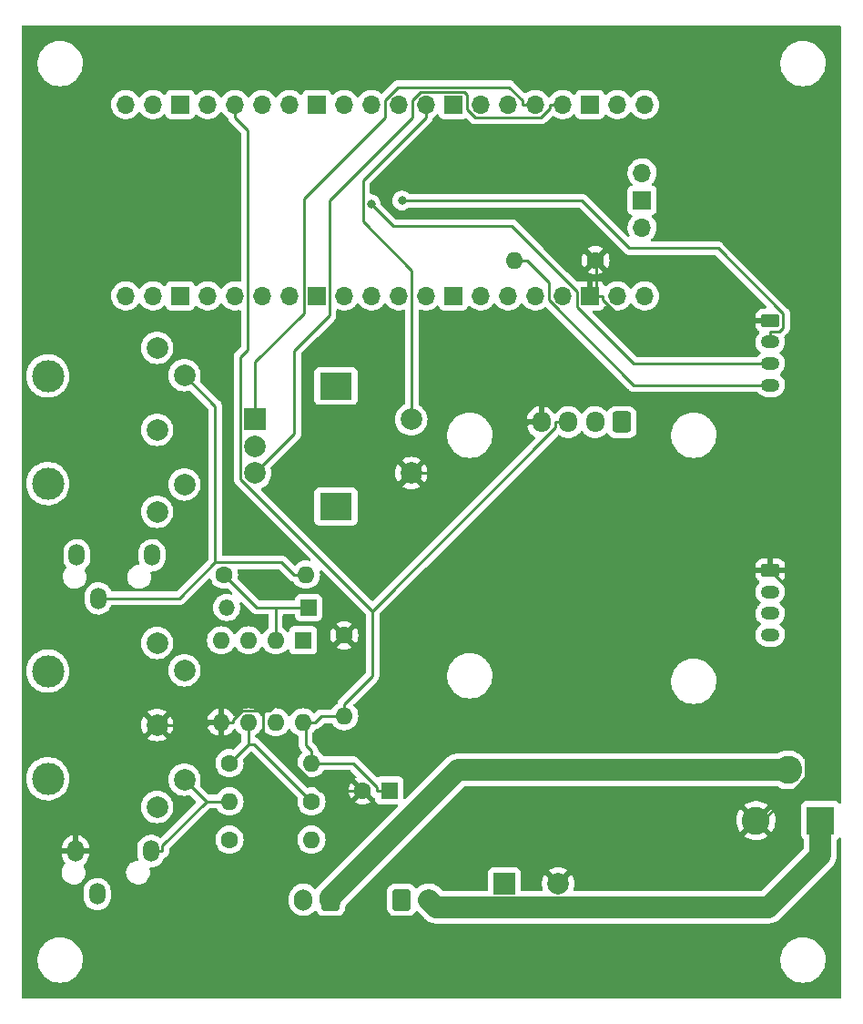
<source format=gbr>
%TF.GenerationSoftware,KiCad,Pcbnew,6.0.11+dfsg-1~bpo11+1*%
%TF.CreationDate,2025-04-08T23:08:16+02:00*%
%TF.ProjectId,v1,76312e6b-6963-4616-945f-706362585858,rev?*%
%TF.SameCoordinates,Original*%
%TF.FileFunction,Copper,L2,Bot*%
%TF.FilePolarity,Positive*%
%FSLAX46Y46*%
G04 Gerber Fmt 4.6, Leading zero omitted, Abs format (unit mm)*
G04 Created by KiCad (PCBNEW 6.0.11+dfsg-1~bpo11+1) date 2025-04-08 23:08:16*
%MOMM*%
%LPD*%
G01*
G04 APERTURE LIST*
G04 Aperture macros list*
%AMRoundRect*
0 Rectangle with rounded corners*
0 $1 Rounding radius*
0 $2 $3 $4 $5 $6 $7 $8 $9 X,Y pos of 4 corners*
0 Add a 4 corners polygon primitive as box body*
4,1,4,$2,$3,$4,$5,$6,$7,$8,$9,$2,$3,0*
0 Add four circle primitives for the rounded corners*
1,1,$1+$1,$2,$3*
1,1,$1+$1,$4,$5*
1,1,$1+$1,$6,$7*
1,1,$1+$1,$8,$9*
0 Add four rect primitives between the rounded corners*
20,1,$1+$1,$2,$3,$4,$5,0*
20,1,$1+$1,$4,$5,$6,$7,0*
20,1,$1+$1,$6,$7,$8,$9,0*
20,1,$1+$1,$8,$9,$2,$3,0*%
G04 Aperture macros list end*
%TA.AperFunction,ComponentPad*%
%ADD10C,1.600000*%
%TD*%
%TA.AperFunction,ComponentPad*%
%ADD11O,1.600000X1.600000*%
%TD*%
%TA.AperFunction,ComponentPad*%
%ADD12R,1.500000X1.500000*%
%TD*%
%TA.AperFunction,ComponentPad*%
%ADD13O,1.500000X1.500000*%
%TD*%
%TA.AperFunction,ComponentPad*%
%ADD14R,1.600000X1.600000*%
%TD*%
%TA.AperFunction,ComponentPad*%
%ADD15R,2.000000X2.000000*%
%TD*%
%TA.AperFunction,ComponentPad*%
%ADD16C,2.000000*%
%TD*%
%TA.AperFunction,ComponentPad*%
%ADD17R,3.000000X2.500000*%
%TD*%
%TA.AperFunction,ComponentPad*%
%ADD18RoundRect,0.250000X-0.600000X-0.750000X0.600000X-0.750000X0.600000X0.750000X-0.600000X0.750000X0*%
%TD*%
%TA.AperFunction,ComponentPad*%
%ADD19O,1.700000X2.000000*%
%TD*%
%TA.AperFunction,ComponentPad*%
%ADD20RoundRect,0.250000X0.600000X0.725000X-0.600000X0.725000X-0.600000X-0.725000X0.600000X-0.725000X0*%
%TD*%
%TA.AperFunction,ComponentPad*%
%ADD21O,1.700000X1.950000*%
%TD*%
%TA.AperFunction,ComponentPad*%
%ADD22O,1.700000X1.700000*%
%TD*%
%TA.AperFunction,ComponentPad*%
%ADD23R,1.700000X1.700000*%
%TD*%
%TA.AperFunction,ComponentPad*%
%ADD24RoundRect,0.250000X-0.625000X0.350000X-0.625000X-0.350000X0.625000X-0.350000X0.625000X0.350000X0*%
%TD*%
%TA.AperFunction,ComponentPad*%
%ADD25O,1.750000X1.200000*%
%TD*%
%TA.AperFunction,ComponentPad*%
%ADD26C,3.000000*%
%TD*%
%TA.AperFunction,ComponentPad*%
%ADD27O,1.500000X2.000000*%
%TD*%
%TA.AperFunction,ComponentPad*%
%ADD28R,2.600000X2.600000*%
%TD*%
%TA.AperFunction,ComponentPad*%
%ADD29C,2.600000*%
%TD*%
%TA.AperFunction,ComponentPad*%
%ADD30RoundRect,0.250000X0.600000X0.750000X-0.600000X0.750000X-0.600000X-0.750000X0.600000X-0.750000X0*%
%TD*%
%TA.AperFunction,ViaPad*%
%ADD31C,0.800000*%
%TD*%
%TA.AperFunction,Conductor*%
%ADD32C,0.250000*%
%TD*%
%TA.AperFunction,Conductor*%
%ADD33C,2.000000*%
%TD*%
G04 APERTURE END LIST*
D10*
%TO.P,R2,1*%
%TO.N,Net-(D1-Pad1)*%
X109220000Y-89662000D03*
D11*
%TO.P,R2,2*%
%TO.N,Net-(J1-PadR)*%
X116840000Y-89662000D03*
%TD*%
D10*
%TO.P,R1,1*%
%TO.N,Net-(U1-Pad2)*%
X109728000Y-107188000D03*
D11*
%TO.P,R1,2*%
%TO.N,+3.3V*%
X117348000Y-107188000D03*
%TD*%
D10*
%TO.P,C2,1*%
%TO.N,GND*%
X120396000Y-95310000D03*
D11*
%TO.P,C2,2*%
%TO.N,+3.3V*%
X120396000Y-102810000D03*
%TD*%
D10*
%TO.P,C4,1*%
%TO.N,GND*%
X143764000Y-60452000D03*
D11*
%TO.P,C4,2*%
%TO.N,+5V*%
X136264000Y-60452000D03*
%TD*%
D12*
%TO.P,D1,1,K*%
%TO.N,Net-(D1-Pad1)*%
X117094000Y-92710000D03*
D13*
%TO.P,D1,2,A*%
%TO.N,Net-(D1-Pad2)*%
X109474000Y-92710000D03*
%TD*%
D10*
%TO.P,R4,1*%
%TO.N,Net-(U1-Pad2)*%
X117348000Y-110744000D03*
D11*
%TO.P,R4,2*%
%TO.N,Net-(J3-Pad5)*%
X109728000Y-110744000D03*
%TD*%
D10*
%TO.P,R3,1*%
%TO.N,Net-(J3-Pad4)*%
X109728000Y-114300000D03*
D11*
%TO.P,R3,2*%
%TO.N,+3.3V*%
X117348000Y-114300000D03*
%TD*%
D14*
%TO.P,U2,1,NC*%
%TO.N,unconnected-(U2-Pad1)*%
X116576000Y-95768000D03*
D11*
%TO.P,U2,2,C1*%
%TO.N,Net-(D1-Pad1)*%
X114036000Y-95768000D03*
%TO.P,U2,3,C2*%
%TO.N,Net-(D1-Pad2)*%
X111496000Y-95768000D03*
%TO.P,U2,4,NC*%
%TO.N,unconnected-(U2-Pad4)*%
X108956000Y-95768000D03*
%TO.P,U2,5,GND*%
%TO.N,GND*%
X108956000Y-103388000D03*
%TO.P,U2,6,VO2*%
%TO.N,Net-(U1-Pad2)*%
X111496000Y-103388000D03*
%TO.P,U2,7,VO1*%
%TO.N,unconnected-(U2-Pad7)*%
X114036000Y-103388000D03*
%TO.P,U2,8,VCC*%
%TO.N,+3.3V*%
X116576000Y-103388000D03*
%TD*%
D15*
%TO.P,SW1,A,A*%
%TO.N,Net-(U1-Pad25)*%
X112130000Y-75224000D03*
D16*
%TO.P,SW1,B,B*%
%TO.N,Net-(U1-Pad24)*%
X112130000Y-80224000D03*
%TO.P,SW1,C,C*%
%TO.N,GND*%
X112130000Y-77724000D03*
D17*
%TO.P,SW1,MP*%
%TO.N,N/C*%
X119630000Y-83324000D03*
X119630000Y-72124000D03*
D16*
%TO.P,SW1,S1,S1*%
%TO.N,Net-(U1-Pad29)*%
X126630000Y-75224000D03*
%TO.P,SW1,S2,S2*%
%TO.N,GND*%
X126630000Y-80224000D03*
%TD*%
D15*
%TO.P,C3,1*%
%TO.N,+5V*%
X135300300Y-118364000D03*
D16*
%TO.P,C3,2*%
%TO.N,GND*%
X140300300Y-118364000D03*
%TD*%
D18*
%TO.P,J9,1,Pin_1*%
%TO.N,+5V*%
X125750000Y-119871000D03*
D19*
%TO.P,J9,2,Pin_2*%
%TO.N,Net-(J10-Pad2)*%
X128250000Y-119871000D03*
%TD*%
D14*
%TO.P,C1,1*%
%TO.N,+3.3V*%
X124605400Y-109728000D03*
D10*
%TO.P,C1,2*%
%TO.N,GND*%
X122105400Y-109728000D03*
%TD*%
D20*
%TO.P,J5,1,Pin_1*%
%TO.N,Net-(U1-Pad26)*%
X146244000Y-75484000D03*
D21*
%TO.P,J5,2,Pin_2*%
%TO.N,Net-(U1-Pad27)*%
X143744000Y-75484000D03*
%TO.P,J5,3,Pin_3*%
%TO.N,+3.3V*%
X141244000Y-75484000D03*
%TO.P,J5,4,Pin_4*%
%TO.N,GND*%
X138744000Y-75484000D03*
%TD*%
D22*
%TO.P,U1,1,GPIO0*%
%TO.N,unconnected-(U1-Pad1)*%
X100076000Y-63754000D03*
%TO.P,U1,2,GPIO1*%
%TO.N,Net-(U1-Pad2)*%
X102616000Y-63754000D03*
D23*
%TO.P,U1,3,GND*%
%TO.N,unconnected-(U1-Pad3)*%
X105156000Y-63754000D03*
D22*
%TO.P,U1,4,GPIO2*%
%TO.N,Net-(U1-Pad4)*%
X107696000Y-63754000D03*
%TO.P,U1,5,GPIO3*%
%TO.N,Net-(U1-Pad5)*%
X110236000Y-63754000D03*
%TO.P,U1,6,GPIO4*%
%TO.N,unconnected-(U1-Pad6)*%
X112776000Y-63754000D03*
%TO.P,U1,7,GPIO5*%
%TO.N,unconnected-(U1-Pad7)*%
X115316000Y-63754000D03*
D23*
%TO.P,U1,8,GND*%
%TO.N,unconnected-(U1-Pad8)*%
X117856000Y-63754000D03*
D22*
%TO.P,U1,9,GPIO6*%
%TO.N,unconnected-(U1-Pad9)*%
X120396000Y-63754000D03*
%TO.P,U1,10,GPIO7*%
%TO.N,unconnected-(U1-Pad10)*%
X122936000Y-63754000D03*
%TO.P,U1,11,GPIO8*%
%TO.N,unconnected-(U1-Pad11)*%
X125476000Y-63754000D03*
%TO.P,U1,12,GPIO9*%
%TO.N,unconnected-(U1-Pad12)*%
X128016000Y-63754000D03*
D23*
%TO.P,U1,13,GND*%
%TO.N,unconnected-(U1-Pad13)*%
X130556000Y-63754000D03*
D22*
%TO.P,U1,14,GPIO10*%
%TO.N,Net-(U1-Pad14)*%
X133096000Y-63754000D03*
%TO.P,U1,15,GPIO11*%
%TO.N,Net-(U1-Pad15)*%
X135636000Y-63754000D03*
%TO.P,U1,16,GPIO12*%
%TO.N,unconnected-(U1-Pad16)*%
X138176000Y-63754000D03*
%TO.P,U1,17,GPIO13*%
%TO.N,unconnected-(U1-Pad17)*%
X140716000Y-63754000D03*
D23*
%TO.P,U1,18,GND*%
%TO.N,GND*%
X143256000Y-63754000D03*
D22*
%TO.P,U1,19,GPIO14*%
%TO.N,unconnected-(U1-Pad19)*%
X145796000Y-63754000D03*
%TO.P,U1,20,GPIO15*%
%TO.N,unconnected-(U1-Pad20)*%
X148336000Y-63754000D03*
%TO.P,U1,21,GPIO16*%
%TO.N,unconnected-(U1-Pad21)*%
X148336000Y-45974000D03*
%TO.P,U1,22,GPIO17*%
%TO.N,unconnected-(U1-Pad22)*%
X145796000Y-45974000D03*
D23*
%TO.P,U1,23,GND*%
%TO.N,unconnected-(U1-Pad23)*%
X143256000Y-45974000D03*
D22*
%TO.P,U1,24,GPIO18*%
%TO.N,Net-(U1-Pad24)*%
X140716000Y-45974000D03*
%TO.P,U1,25,GPIO19*%
%TO.N,Net-(U1-Pad25)*%
X138176000Y-45974000D03*
%TO.P,U1,26,GPIO20*%
%TO.N,Net-(U1-Pad26)*%
X135636000Y-45974000D03*
%TO.P,U1,27,GPIO21*%
%TO.N,Net-(U1-Pad27)*%
X133096000Y-45974000D03*
D23*
%TO.P,U1,28,GND*%
%TO.N,unconnected-(U1-Pad28)*%
X130556000Y-45974000D03*
D22*
%TO.P,U1,29,GPIO22*%
%TO.N,Net-(U1-Pad29)*%
X128016000Y-45974000D03*
%TO.P,U1,30,RUN*%
%TO.N,unconnected-(U1-Pad30)*%
X125476000Y-45974000D03*
%TO.P,U1,31,GPIO26_ADC0*%
%TO.N,unconnected-(U1-Pad31)*%
X122936000Y-45974000D03*
%TO.P,U1,32,GPIO27_ADC1*%
%TO.N,unconnected-(U1-Pad32)*%
X120396000Y-45974000D03*
D23*
%TO.P,U1,33,AGND*%
%TO.N,unconnected-(U1-Pad33)*%
X117856000Y-45974000D03*
D22*
%TO.P,U1,34,GPIO28_ADC2*%
%TO.N,unconnected-(U1-Pad34)*%
X115316000Y-45974000D03*
%TO.P,U1,35,ADC_VREF*%
%TO.N,unconnected-(U1-Pad35)*%
X112776000Y-45974000D03*
%TO.P,U1,36,3V3*%
%TO.N,+3.3V*%
X110236000Y-45974000D03*
%TO.P,U1,37,3V3_EN*%
%TO.N,unconnected-(U1-Pad37)*%
X107696000Y-45974000D03*
D23*
%TO.P,U1,38,GND*%
%TO.N,unconnected-(U1-Pad38)*%
X105156000Y-45974000D03*
D22*
%TO.P,U1,39,VSYS*%
%TO.N,+5V*%
X102616000Y-45974000D03*
%TO.P,U1,40,VBUS*%
%TO.N,unconnected-(U1-Pad40)*%
X100076000Y-45974000D03*
%TO.P,U1,41,SWCLK*%
%TO.N,unconnected-(U1-Pad41)*%
X148106000Y-57404000D03*
D23*
%TO.P,U1,42,GND*%
%TO.N,unconnected-(U1-Pad42)*%
X148106000Y-54864000D03*
D22*
%TO.P,U1,43,SWDIO*%
%TO.N,unconnected-(U1-Pad43)*%
X148106000Y-52324000D03*
%TD*%
D24*
%TO.P,J6,1,Pin_1*%
%TO.N,GND*%
X160020000Y-66040000D03*
D25*
%TO.P,J6,2,Pin_2*%
%TO.N,Net-(J6-Pad2)*%
X160020000Y-68040000D03*
%TO.P,J6,3,Pin_3*%
%TO.N,Net-(J6-Pad3)*%
X160020000Y-70040000D03*
%TO.P,J6,4,Pin_4*%
%TO.N,+5V*%
X160020000Y-72040000D03*
%TD*%
D24*
%TO.P,J7,1,Pin_1*%
%TO.N,GND*%
X160020000Y-89250000D03*
D25*
%TO.P,J7,2,Pin_2*%
%TO.N,Net-(J7-Pad2)*%
X160020000Y-91250000D03*
%TO.P,J7,3,Pin_3*%
%TO.N,Net-(J7-Pad3)*%
X160020000Y-93250000D03*
%TO.P,J7,4,Pin_4*%
%TO.N,+5V*%
X160020000Y-95250000D03*
%TD*%
D16*
%TO.P,J2,1*%
%TO.N,unconnected-(J2-Pad1)*%
X102997000Y-68580000D03*
%TO.P,J2,2*%
%TO.N,unconnected-(J2-Pad2)*%
X102997000Y-76200000D03*
%TO.P,J2,3*%
%TO.N,unconnected-(J2-Pad3)*%
X102997000Y-83820000D03*
%TO.P,J2,4*%
%TO.N,Net-(J1-PadR)*%
X105537000Y-71120000D03*
%TO.P,J2,5*%
%TO.N,Net-(D1-Pad2)*%
X105537000Y-81280000D03*
D26*
%TO.P,J2,MP*%
%TO.N,N/C*%
X92837000Y-81200000D03*
X92837000Y-71200000D03*
%TD*%
D16*
%TO.P,J3,1*%
%TO.N,unconnected-(J3-Pad1)*%
X102997000Y-96012000D03*
%TO.P,J3,2*%
%TO.N,GND*%
X102997000Y-103632000D03*
%TO.P,J3,3*%
%TO.N,unconnected-(J3-Pad3)*%
X102997000Y-111252000D03*
%TO.P,J3,4*%
%TO.N,Net-(J3-Pad4)*%
X105537000Y-98552000D03*
%TO.P,J3,5*%
%TO.N,Net-(J3-Pad5)*%
X105537000Y-108712000D03*
D26*
%TO.P,J3,MP*%
%TO.N,N/C*%
X92837000Y-108632000D03*
X92837000Y-98632000D03*
%TD*%
D27*
%TO.P,J4,R*%
%TO.N,Net-(J3-Pad4)*%
X97420000Y-119348000D03*
%TO.P,J4,S*%
%TO.N,GND*%
X95420000Y-115348000D03*
%TO.P,J4,T*%
%TO.N,Net-(J3-Pad5)*%
X102420000Y-115348000D03*
%TD*%
D28*
%TO.P,J8,1*%
%TO.N,Net-(J10-Pad2)*%
X164696000Y-112510000D03*
D29*
%TO.P,J8,2*%
%TO.N,GND*%
X158696000Y-112510000D03*
%TO.P,J8,3*%
%TO.N,Net-(J10-Pad1)*%
X161696000Y-107810000D03*
%TD*%
D27*
%TO.P,J1,R*%
%TO.N,Net-(J1-PadR)*%
X97533000Y-91858500D03*
%TO.P,J1,S*%
%TO.N,unconnected-(J1-PadS)*%
X95533000Y-87858500D03*
%TO.P,J1,T*%
%TO.N,Net-(D1-Pad2)*%
X102533000Y-87858500D03*
%TD*%
D30*
%TO.P,J10,1,Pin_1*%
%TO.N,Net-(J10-Pad1)*%
X119106000Y-119871000D03*
D19*
%TO.P,J10,2,Pin_2*%
%TO.N,Net-(J10-Pad2)*%
X116606000Y-119871000D03*
%TD*%
D31*
%TO.N,Net-(J6-Pad2)*%
X125783600Y-54895700D03*
%TO.N,Net-(J6-Pad3)*%
X122894700Y-55228200D03*
%TD*%
D32*
%TO.N,+3.3V*%
X123018400Y-99062300D02*
X120396000Y-101684700D01*
X110745300Y-80775400D02*
X123018400Y-93048500D01*
X140068700Y-75998200D02*
X140068700Y-75484000D01*
X123480100Y-109728000D02*
X123480100Y-109446700D01*
X123480100Y-109446700D02*
X121221400Y-107188000D01*
X117701300Y-103388000D02*
X118279300Y-102810000D01*
X110236000Y-45974000D02*
X110236000Y-47149300D01*
X141244000Y-75484000D02*
X140068700Y-75484000D01*
X116576000Y-103388000D02*
X116807200Y-103388000D01*
X123018400Y-93048500D02*
X140068700Y-75998200D01*
X123018400Y-93048500D02*
X123018400Y-99062300D01*
X124605400Y-109728000D02*
X123480100Y-109728000D01*
X120396000Y-102810000D02*
X120396000Y-101684700D01*
X116807200Y-103388000D02*
X117701300Y-103388000D01*
X116807200Y-105521900D02*
X117348000Y-106062700D01*
X117348000Y-107188000D02*
X117348000Y-106062700D01*
X121221400Y-107188000D02*
X117348000Y-107188000D01*
X111420400Y-48333700D02*
X111420400Y-68748100D01*
X116807200Y-103388000D02*
X116807200Y-105521900D01*
X110236000Y-47149300D02*
X111420400Y-48333700D01*
X118279300Y-102810000D02*
X120396000Y-102810000D01*
X111420400Y-68748100D02*
X110745300Y-69423200D01*
X110745300Y-69423200D02*
X110745300Y-80775400D01*
%TO.N,GND*%
X159342700Y-112510000D02*
X163341800Y-108510900D01*
X137568700Y-75484000D02*
X132828700Y-80224000D01*
X138744000Y-75484000D02*
X137568700Y-75484000D01*
X160020000Y-66040000D02*
X146350000Y-66040000D01*
X118195200Y-109728000D02*
X122105400Y-109728000D01*
X112850700Y-102262700D02*
X112850700Y-104383500D01*
X132828700Y-80224000D02*
X126630000Y-80224000D01*
X113443300Y-102262700D02*
X112850700Y-102262700D01*
X102997000Y-103632000D02*
X107586700Y-103632000D01*
X108956000Y-103388000D02*
X107830700Y-103388000D01*
X120396000Y-95310000D02*
X113443300Y-102262700D01*
X146350000Y-66040000D02*
X144431300Y-64121300D01*
X163341800Y-92571800D02*
X160020000Y-89250000D01*
X110925200Y-102262700D02*
X110081300Y-103106600D01*
X112850700Y-104383500D02*
X118195200Y-109728000D01*
X107586700Y-103632000D02*
X107830700Y-103388000D01*
X143843700Y-63754000D02*
X144431300Y-63754000D01*
X163341800Y-108510900D02*
X163341800Y-92571800D01*
X108956000Y-103388000D02*
X110081300Y-103388000D01*
X143843700Y-63754000D02*
X143843700Y-60531700D01*
X143256000Y-63754000D02*
X143843700Y-63754000D01*
X110081300Y-103106600D02*
X110081300Y-103388000D01*
X112850700Y-102262700D02*
X110925200Y-102262700D01*
X143843700Y-60531700D02*
X143764000Y-60452000D01*
X158696000Y-112510000D02*
X159342700Y-112510000D01*
X144431300Y-64121300D02*
X144431300Y-63754000D01*
%TO.N,+5V*%
X136264000Y-60452000D02*
X137389300Y-60452000D01*
X147337800Y-72040000D02*
X139446000Y-64148200D01*
X139446000Y-64148200D02*
X139446000Y-62508700D01*
X139446000Y-62508700D02*
X137389300Y-60452000D01*
X160020000Y-72040000D02*
X147337800Y-72040000D01*
%TO.N,Net-(D1-Pad1)*%
X117094000Y-92710000D02*
X116556400Y-92710000D01*
X112268000Y-92710000D02*
X109220000Y-89662000D01*
X114036000Y-92710000D02*
X112268000Y-92710000D01*
X114036000Y-95768000D02*
X114036000Y-94642700D01*
X116556400Y-92710000D02*
X114036000Y-92710000D01*
X114036000Y-94642700D02*
X114036000Y-92710000D01*
%TO.N,Net-(J1-PadR)*%
X105537000Y-71120000D02*
X108398900Y-73981900D01*
X114589400Y-88536700D02*
X115714700Y-89662000D01*
X116840000Y-89662000D02*
X115714700Y-89662000D01*
X97533000Y-91858500D02*
X105077100Y-91858500D01*
X108398900Y-73981900D02*
X108398900Y-88536700D01*
X105077100Y-91858500D02*
X108398900Y-88536700D01*
X108398900Y-88536700D02*
X114589400Y-88536700D01*
%TO.N,Net-(J3-Pad5)*%
X109728000Y-110744000D02*
X108602700Y-110744000D01*
X107569000Y-110744000D02*
X108602700Y-110744000D01*
X103495300Y-115348000D02*
X103495300Y-114817700D01*
X103495300Y-114817700D02*
X107569000Y-110744000D01*
X102420000Y-115348000D02*
X103495300Y-115348000D01*
X105537000Y-108712000D02*
X107569000Y-110744000D01*
%TO.N,Net-(J6-Pad2)*%
X146930600Y-59326600D02*
X142499700Y-54895700D01*
X160020000Y-67114700D02*
X160829600Y-67114700D01*
X160020000Y-68040000D02*
X160020000Y-67114700D01*
X160829600Y-67114700D02*
X161224000Y-66720300D01*
X155149000Y-59326600D02*
X146930600Y-59326600D01*
X161224000Y-66720300D02*
X161224000Y-65401600D01*
X161224000Y-65401600D02*
X155149000Y-59326600D01*
X142499700Y-54895700D02*
X125783600Y-54895700D01*
%TO.N,Net-(J6-Pad3)*%
X147344600Y-70040000D02*
X142080600Y-64776000D01*
X160020000Y-70040000D02*
X147344600Y-70040000D01*
X142080600Y-63368800D02*
X135969800Y-57258000D01*
X142080600Y-64776000D02*
X142080600Y-63368800D01*
X124924500Y-57258000D02*
X122894700Y-55228200D01*
X135969800Y-57258000D02*
X124924500Y-57258000D01*
D33*
%TO.N,Net-(J10-Pad2)*%
X164696000Y-115720000D02*
X164696000Y-112510000D01*
X159852000Y-120564000D02*
X164696000Y-115720000D01*
X128250000Y-119871000D02*
X128943000Y-120564000D01*
X128943000Y-120564000D02*
X159852000Y-120564000D01*
%TO.N,Net-(J10-Pad1)*%
X161696000Y-107810000D02*
X130950000Y-107810000D01*
X130950000Y-107810000D02*
X119106000Y-119654000D01*
X119106000Y-119654000D02*
X119106000Y-119871000D01*
D32*
%TO.N,Net-(U1-Pad2)*%
X111496000Y-105420000D02*
X112024000Y-105420000D01*
X111496000Y-105420000D02*
X109728000Y-107188000D01*
X112024000Y-105420000D02*
X117348000Y-110744000D01*
X111496000Y-103388000D02*
X111496000Y-105420000D01*
%TO.N,Net-(U1-Pad25)*%
X112130000Y-69911500D02*
X112130000Y-75224000D01*
X116680600Y-54674800D02*
X116680600Y-65360900D01*
X137000700Y-45606700D02*
X135738700Y-44344700D01*
X125426300Y-44344700D02*
X124206000Y-45565000D01*
X138176000Y-45974000D02*
X137000700Y-45974000D01*
X137000700Y-45974000D02*
X137000700Y-45606700D01*
X116680600Y-65360900D02*
X112130000Y-69911500D01*
X135738700Y-44344700D02*
X125426300Y-44344700D01*
X124206000Y-47149400D02*
X116680600Y-54674800D01*
X124206000Y-45565000D02*
X124206000Y-47149400D01*
%TO.N,Net-(U1-Pad24)*%
X131861000Y-46447300D02*
X131861000Y-45104800D01*
X139540700Y-46341300D02*
X138703300Y-47178700D01*
X139540700Y-45974000D02*
X139540700Y-46341300D01*
X119031400Y-65575700D02*
X115765800Y-68841300D01*
X126746000Y-45576900D02*
X126746000Y-47149400D01*
X132592400Y-47178700D02*
X131861000Y-46447300D01*
X115765800Y-76588200D02*
X112130000Y-80224000D01*
X119031400Y-54864000D02*
X119031400Y-65575700D01*
X126746000Y-47149400D02*
X119031400Y-54864000D01*
X115765800Y-68841300D02*
X115765800Y-76588200D01*
X127527900Y-44795000D02*
X126746000Y-45576900D01*
X138703300Y-47178700D02*
X132592400Y-47178700D01*
X131861000Y-45104800D02*
X131551200Y-44795000D01*
X140716000Y-45974000D02*
X139540700Y-45974000D01*
X131551200Y-44795000D02*
X127527900Y-44795000D01*
%TO.N,Net-(U1-Pad29)*%
X128016000Y-45974000D02*
X128016000Y-47149300D01*
X126630000Y-75224000D02*
X126688000Y-75166000D01*
X122166700Y-52998600D02*
X128016000Y-47149300D01*
X126688000Y-61362800D02*
X122166700Y-56841500D01*
X122166700Y-56841500D02*
X122166700Y-52998600D01*
X126688000Y-75166000D02*
X126688000Y-61362800D01*
%TD*%
%TA.AperFunction,Conductor*%
%TO.N,GND*%
G36*
X166565621Y-38628502D02*
G01*
X166612114Y-38682158D01*
X166623500Y-38734500D01*
X166623500Y-110821094D01*
X166603498Y-110889215D01*
X166549842Y-110935708D01*
X166479568Y-110945812D01*
X166414988Y-110916318D01*
X166396674Y-110896659D01*
X166364642Y-110853919D01*
X166359261Y-110846739D01*
X166242705Y-110759385D01*
X166106316Y-110708255D01*
X166044134Y-110701500D01*
X163347866Y-110701500D01*
X163285684Y-110708255D01*
X163149295Y-110759385D01*
X163032739Y-110846739D01*
X162945385Y-110963295D01*
X162894255Y-111099684D01*
X162887500Y-111161866D01*
X162887500Y-113858134D01*
X162894255Y-113920316D01*
X162945385Y-114056705D01*
X163032739Y-114173261D01*
X163039919Y-114178642D01*
X163137065Y-114251449D01*
X163179580Y-114308308D01*
X163187500Y-114352275D01*
X163187500Y-115042969D01*
X163167498Y-115111090D01*
X163150595Y-115132064D01*
X159264064Y-119018595D01*
X159201752Y-119052621D01*
X159174969Y-119055500D01*
X141834691Y-119055500D01*
X141766570Y-119035498D01*
X141720077Y-118981842D01*
X141709973Y-118911568D01*
X141718282Y-118881281D01*
X141737035Y-118836007D01*
X141740083Y-118826627D01*
X141793185Y-118605446D01*
X141794728Y-118595699D01*
X141812575Y-118368930D01*
X141812575Y-118359070D01*
X141794728Y-118132301D01*
X141793185Y-118122554D01*
X141740083Y-117901373D01*
X141737034Y-117891988D01*
X141649987Y-117681837D01*
X141645505Y-117673042D01*
X141542868Y-117505555D01*
X141532410Y-117496093D01*
X141523634Y-117499876D01*
X140389395Y-118634115D01*
X140327083Y-118668141D01*
X140256268Y-118663076D01*
X140211205Y-118634115D01*
X139080010Y-117502920D01*
X139067630Y-117496160D01*
X139059980Y-117501887D01*
X138955095Y-117673042D01*
X138950613Y-117681837D01*
X138863566Y-117891988D01*
X138860517Y-117901373D01*
X138807415Y-118122554D01*
X138805872Y-118132301D01*
X138788025Y-118359070D01*
X138788025Y-118368930D01*
X138805872Y-118595699D01*
X138807415Y-118605446D01*
X138860517Y-118826627D01*
X138863565Y-118836007D01*
X138882318Y-118881281D01*
X138889907Y-118951871D01*
X138858128Y-119015358D01*
X138797070Y-119051586D01*
X138765909Y-119055500D01*
X136934800Y-119055500D01*
X136866679Y-119035498D01*
X136820186Y-118981842D01*
X136808800Y-118929500D01*
X136808800Y-117315866D01*
X136802045Y-117253684D01*
X136756386Y-117131890D01*
X139432393Y-117131890D01*
X139436176Y-117140666D01*
X140287488Y-117991978D01*
X140301432Y-117999592D01*
X140303265Y-117999461D01*
X140309880Y-117995210D01*
X141161380Y-117143710D01*
X141168140Y-117131330D01*
X141162413Y-117123680D01*
X140991258Y-117018795D01*
X140982463Y-117014313D01*
X140772312Y-116927266D01*
X140762927Y-116924217D01*
X140541746Y-116871115D01*
X140531999Y-116869572D01*
X140305230Y-116851725D01*
X140295370Y-116851725D01*
X140068601Y-116869572D01*
X140058854Y-116871115D01*
X139837673Y-116924217D01*
X139828288Y-116927266D01*
X139618137Y-117014313D01*
X139609342Y-117018795D01*
X139441855Y-117121432D01*
X139432393Y-117131890D01*
X136756386Y-117131890D01*
X136750915Y-117117295D01*
X136663561Y-117000739D01*
X136547005Y-116913385D01*
X136410616Y-116862255D01*
X136348434Y-116855500D01*
X134252166Y-116855500D01*
X134189984Y-116862255D01*
X134053595Y-116913385D01*
X133937039Y-117000739D01*
X133849685Y-117117295D01*
X133798555Y-117253684D01*
X133791800Y-117315866D01*
X133791800Y-118929500D01*
X133771798Y-118997621D01*
X133718142Y-119044114D01*
X133665800Y-119055500D01*
X129620031Y-119055500D01*
X129551910Y-119035498D01*
X129530936Y-119018595D01*
X129273536Y-118761195D01*
X129271626Y-118759569D01*
X129271619Y-118759563D01*
X129139132Y-118646808D01*
X129139130Y-118646806D01*
X129135280Y-118643530D01*
X128927642Y-118517779D01*
X128702571Y-118426845D01*
X128680638Y-118421862D01*
X128561313Y-118394752D01*
X128551866Y-118392216D01*
X128547869Y-118390975D01*
X128547864Y-118390974D01*
X128542773Y-118389393D01*
X128536382Y-118388546D01*
X128525021Y-118386507D01*
X128470787Y-118374185D01*
X128470783Y-118374184D01*
X128465856Y-118373065D01*
X128460809Y-118372747D01*
X128460806Y-118372747D01*
X128382099Y-118367795D01*
X128373456Y-118366952D01*
X128319511Y-118359802D01*
X128319505Y-118359802D01*
X128314226Y-118359102D01*
X128308898Y-118359302D01*
X128308897Y-118359302D01*
X128304429Y-118359470D01*
X128276516Y-118360518D01*
X128263893Y-118360358D01*
X128223587Y-118357822D01*
X128149962Y-118365041D01*
X128142403Y-118365553D01*
X128127734Y-118366103D01*
X128089185Y-118367550D01*
X128089180Y-118367551D01*
X128083842Y-118367751D01*
X128056801Y-118373425D01*
X128043243Y-118375506D01*
X127981998Y-118381511D01*
X127977107Y-118382803D01*
X127977103Y-118382804D01*
X127887356Y-118406516D01*
X127747304Y-118443519D01*
X127742687Y-118445575D01*
X127742686Y-118445575D01*
X127710638Y-118459844D01*
X127525544Y-118542254D01*
X127322422Y-118675174D01*
X127221884Y-118766977D01*
X127206939Y-118780624D01*
X127143147Y-118811787D01*
X127072634Y-118803515D01*
X127014835Y-118753884D01*
X126948478Y-118646652D01*
X126823303Y-118521695D01*
X126813876Y-118515884D01*
X126678968Y-118432725D01*
X126678966Y-118432724D01*
X126672738Y-118428885D01*
X126569830Y-118394752D01*
X126511389Y-118375368D01*
X126511387Y-118375368D01*
X126504861Y-118373203D01*
X126498025Y-118372503D01*
X126498022Y-118372502D01*
X126452079Y-118367795D01*
X126400400Y-118362500D01*
X125099600Y-118362500D01*
X125096354Y-118362837D01*
X125096350Y-118362837D01*
X125000692Y-118372762D01*
X125000688Y-118372763D01*
X124993834Y-118373474D01*
X124987298Y-118375655D01*
X124987296Y-118375655D01*
X124933305Y-118393668D01*
X124826054Y-118429450D01*
X124675652Y-118522522D01*
X124550695Y-118647697D01*
X124546855Y-118653927D01*
X124546854Y-118653928D01*
X124472466Y-118774608D01*
X124457885Y-118798262D01*
X124455581Y-118805209D01*
X124405109Y-118957379D01*
X124402203Y-118966139D01*
X124401503Y-118972975D01*
X124401502Y-118972978D01*
X124398977Y-118997621D01*
X124391500Y-119070600D01*
X124391500Y-120671400D01*
X124391837Y-120674646D01*
X124391837Y-120674650D01*
X124401686Y-120769567D01*
X124402474Y-120777166D01*
X124404655Y-120783702D01*
X124404655Y-120783704D01*
X124436508Y-120879178D01*
X124458450Y-120944946D01*
X124551522Y-121095348D01*
X124676697Y-121220305D01*
X124682927Y-121224145D01*
X124682928Y-121224146D01*
X124820090Y-121308694D01*
X124827262Y-121313115D01*
X124862938Y-121324948D01*
X124988611Y-121366632D01*
X124988613Y-121366632D01*
X124995139Y-121368797D01*
X125001975Y-121369497D01*
X125001978Y-121369498D01*
X125037663Y-121373154D01*
X125099600Y-121379500D01*
X126400400Y-121379500D01*
X126403646Y-121379163D01*
X126403650Y-121379163D01*
X126499308Y-121369238D01*
X126499312Y-121369237D01*
X126506166Y-121368526D01*
X126512702Y-121366345D01*
X126512704Y-121366345D01*
X126644806Y-121322272D01*
X126673946Y-121312550D01*
X126824348Y-121219478D01*
X126949305Y-121094303D01*
X127014639Y-120988312D01*
X127067410Y-120940820D01*
X127137482Y-120929396D01*
X127202606Y-120957670D01*
X127210993Y-120965334D01*
X127859325Y-121613666D01*
X127861779Y-121616188D01*
X127905060Y-121661956D01*
X127930332Y-121688681D01*
X127976601Y-121724056D01*
X127992757Y-121736408D01*
X127997892Y-121740552D01*
X128057720Y-121791470D01*
X128062045Y-121794089D01*
X128062050Y-121794093D01*
X128085824Y-121808491D01*
X128097071Y-121816163D01*
X128123174Y-121836120D01*
X128184255Y-121868871D01*
X128192401Y-121873239D01*
X128198126Y-121876504D01*
X128265358Y-121917221D01*
X128295817Y-121929527D01*
X128308158Y-121935307D01*
X128337109Y-121950831D01*
X128341890Y-121952477D01*
X128341894Y-121952479D01*
X128411401Y-121976412D01*
X128417579Y-121978722D01*
X128431962Y-121984533D01*
X128490429Y-122008155D01*
X128495369Y-122009277D01*
X128495368Y-122009277D01*
X128522460Y-122015432D01*
X128535559Y-122019163D01*
X128566631Y-122029862D01*
X128644100Y-122043243D01*
X128650504Y-122044523D01*
X128727144Y-122061935D01*
X128759953Y-122063999D01*
X128773453Y-122065585D01*
X128805836Y-122071179D01*
X128809793Y-122071359D01*
X128809796Y-122071359D01*
X128833506Y-122072436D01*
X128833525Y-122072436D01*
X128834925Y-122072500D01*
X128891108Y-122072500D01*
X128899019Y-122072749D01*
X128969413Y-122077178D01*
X129010992Y-122073101D01*
X129023288Y-122072500D01*
X159827984Y-122072500D01*
X159831502Y-122072549D01*
X159926150Y-122075193D01*
X159926153Y-122075193D01*
X159931205Y-122075334D01*
X160009098Y-122064941D01*
X160015639Y-122064242D01*
X160044332Y-122061933D01*
X160088923Y-122058346D01*
X160088927Y-122058345D01*
X160093965Y-122057940D01*
X160125878Y-122050101D01*
X160139258Y-122047574D01*
X160171820Y-122043229D01*
X160176661Y-122041768D01*
X160176663Y-122041767D01*
X160247029Y-122020522D01*
X160253392Y-122018781D01*
X160267027Y-122015432D01*
X160329706Y-122000037D01*
X160359952Y-121987199D01*
X160372763Y-121982561D01*
X160399362Y-121974530D01*
X160404208Y-121973067D01*
X160408756Y-121970849D01*
X160408763Y-121970846D01*
X160474818Y-121938629D01*
X160480820Y-121935893D01*
X160530978Y-121914602D01*
X160553156Y-121905188D01*
X160580956Y-121887681D01*
X160592860Y-121881055D01*
X160622388Y-121866654D01*
X160686600Y-121821357D01*
X160692086Y-121817699D01*
X160754286Y-121778529D01*
X160754287Y-121778528D01*
X160758567Y-121775833D01*
X160762356Y-121772492D01*
X160762362Y-121772488D01*
X160783217Y-121754102D01*
X160793912Y-121745656D01*
X160807022Y-121736408D01*
X160820747Y-121726726D01*
X160842250Y-121707091D01*
X160881966Y-121667375D01*
X160887736Y-121661956D01*
X160936858Y-121618650D01*
X160936861Y-121618647D01*
X160940655Y-121615302D01*
X160967179Y-121583011D01*
X160975449Y-121573892D01*
X165745666Y-116803675D01*
X165748188Y-116801221D01*
X165817001Y-116736148D01*
X165820681Y-116732668D01*
X165868418Y-116670231D01*
X165872531Y-116665132D01*
X165923470Y-116605280D01*
X165926089Y-116600955D01*
X165926093Y-116600950D01*
X165940491Y-116577176D01*
X165948163Y-116565929D01*
X165968120Y-116539826D01*
X166005247Y-116470584D01*
X166008510Y-116464863D01*
X166046602Y-116401966D01*
X166046603Y-116401965D01*
X166049220Y-116397643D01*
X166061534Y-116367166D01*
X166067303Y-116354850D01*
X166082831Y-116325891D01*
X166108423Y-116251567D01*
X166110718Y-116245429D01*
X166112264Y-116241604D01*
X166140155Y-116172571D01*
X166147432Y-116140539D01*
X166151163Y-116127441D01*
X166161862Y-116096369D01*
X166175243Y-116018900D01*
X166176526Y-116012482D01*
X166185478Y-115973082D01*
X166193935Y-115935856D01*
X166195999Y-115903047D01*
X166197585Y-115889547D01*
X166203179Y-115857164D01*
X166203766Y-115844245D01*
X166204436Y-115829494D01*
X166204436Y-115829475D01*
X166204500Y-115828075D01*
X166204500Y-115771893D01*
X166204749Y-115763981D01*
X166208860Y-115698642D01*
X166209178Y-115693588D01*
X166205101Y-115652009D01*
X166204500Y-115639713D01*
X166204500Y-114352275D01*
X166224502Y-114284154D01*
X166254935Y-114251449D01*
X166352081Y-114178642D01*
X166359261Y-114173261D01*
X166396674Y-114123341D01*
X166453533Y-114080826D01*
X166524352Y-114075800D01*
X166586645Y-114109860D01*
X166620635Y-114172191D01*
X166623500Y-114198906D01*
X166623500Y-128905500D01*
X166603498Y-128973621D01*
X166549842Y-129020114D01*
X166497500Y-129031500D01*
X90550500Y-129031500D01*
X90482379Y-129011498D01*
X90435886Y-128957842D01*
X90424500Y-128905500D01*
X90424500Y-125608703D01*
X91870743Y-125608703D01*
X91908268Y-125893734D01*
X91984129Y-126171036D01*
X92096923Y-126435476D01*
X92244561Y-126682161D01*
X92424313Y-126906528D01*
X92632851Y-127104423D01*
X92866317Y-127272186D01*
X92870112Y-127274195D01*
X92870113Y-127274196D01*
X92891869Y-127285715D01*
X93120392Y-127406712D01*
X93390373Y-127505511D01*
X93671264Y-127566755D01*
X93699841Y-127569004D01*
X93894282Y-127584307D01*
X93894291Y-127584307D01*
X93896739Y-127584500D01*
X94052271Y-127584500D01*
X94054407Y-127584354D01*
X94054418Y-127584354D01*
X94262548Y-127570165D01*
X94262554Y-127570164D01*
X94266825Y-127569873D01*
X94271020Y-127569004D01*
X94271022Y-127569004D01*
X94407583Y-127540724D01*
X94548342Y-127511574D01*
X94819343Y-127415607D01*
X95074812Y-127283750D01*
X95078313Y-127281289D01*
X95078317Y-127281287D01*
X95192417Y-127201096D01*
X95310023Y-127118441D01*
X95520622Y-126922740D01*
X95702713Y-126700268D01*
X95852927Y-126455142D01*
X95968483Y-126191898D01*
X96047244Y-125915406D01*
X96087751Y-125630784D01*
X96087845Y-125612951D01*
X96087867Y-125608703D01*
X160958743Y-125608703D01*
X160996268Y-125893734D01*
X161072129Y-126171036D01*
X161184923Y-126435476D01*
X161332561Y-126682161D01*
X161512313Y-126906528D01*
X161720851Y-127104423D01*
X161954317Y-127272186D01*
X161958112Y-127274195D01*
X161958113Y-127274196D01*
X161979869Y-127285715D01*
X162208392Y-127406712D01*
X162478373Y-127505511D01*
X162759264Y-127566755D01*
X162787841Y-127569004D01*
X162982282Y-127584307D01*
X162982291Y-127584307D01*
X162984739Y-127584500D01*
X163140271Y-127584500D01*
X163142407Y-127584354D01*
X163142418Y-127584354D01*
X163350548Y-127570165D01*
X163350554Y-127570164D01*
X163354825Y-127569873D01*
X163359020Y-127569004D01*
X163359022Y-127569004D01*
X163495583Y-127540724D01*
X163636342Y-127511574D01*
X163907343Y-127415607D01*
X164162812Y-127283750D01*
X164166313Y-127281289D01*
X164166317Y-127281287D01*
X164280417Y-127201096D01*
X164398023Y-127118441D01*
X164608622Y-126922740D01*
X164790713Y-126700268D01*
X164940927Y-126455142D01*
X165056483Y-126191898D01*
X165135244Y-125915406D01*
X165175751Y-125630784D01*
X165175845Y-125612951D01*
X165177235Y-125347583D01*
X165177235Y-125347576D01*
X165177257Y-125343297D01*
X165139732Y-125058266D01*
X165063871Y-124780964D01*
X164951077Y-124516524D01*
X164803439Y-124269839D01*
X164623687Y-124045472D01*
X164415149Y-123847577D01*
X164181683Y-123679814D01*
X164159843Y-123668250D01*
X164136654Y-123655972D01*
X163927608Y-123545288D01*
X163657627Y-123446489D01*
X163376736Y-123385245D01*
X163345685Y-123382801D01*
X163153718Y-123367693D01*
X163153709Y-123367693D01*
X163151261Y-123367500D01*
X162995729Y-123367500D01*
X162993593Y-123367646D01*
X162993582Y-123367646D01*
X162785452Y-123381835D01*
X162785446Y-123381836D01*
X162781175Y-123382127D01*
X162776980Y-123382996D01*
X162776978Y-123382996D01*
X162640416Y-123411277D01*
X162499658Y-123440426D01*
X162228657Y-123536393D01*
X161973188Y-123668250D01*
X161969687Y-123670711D01*
X161969683Y-123670713D01*
X161959594Y-123677804D01*
X161737977Y-123833559D01*
X161527378Y-124029260D01*
X161345287Y-124251732D01*
X161195073Y-124496858D01*
X161079517Y-124760102D01*
X161000756Y-125036594D01*
X160960249Y-125321216D01*
X160960227Y-125325505D01*
X160960226Y-125325512D01*
X160958765Y-125604417D01*
X160958743Y-125608703D01*
X96087867Y-125608703D01*
X96089235Y-125347583D01*
X96089235Y-125347576D01*
X96089257Y-125343297D01*
X96051732Y-125058266D01*
X95975871Y-124780964D01*
X95863077Y-124516524D01*
X95715439Y-124269839D01*
X95535687Y-124045472D01*
X95327149Y-123847577D01*
X95093683Y-123679814D01*
X95071843Y-123668250D01*
X95048654Y-123655972D01*
X94839608Y-123545288D01*
X94569627Y-123446489D01*
X94288736Y-123385245D01*
X94257685Y-123382801D01*
X94065718Y-123367693D01*
X94065709Y-123367693D01*
X94063261Y-123367500D01*
X93907729Y-123367500D01*
X93905593Y-123367646D01*
X93905582Y-123367646D01*
X93697452Y-123381835D01*
X93697446Y-123381836D01*
X93693175Y-123382127D01*
X93688980Y-123382996D01*
X93688978Y-123382996D01*
X93552416Y-123411277D01*
X93411658Y-123440426D01*
X93140657Y-123536393D01*
X92885188Y-123668250D01*
X92881687Y-123670711D01*
X92881683Y-123670713D01*
X92871594Y-123677804D01*
X92649977Y-123833559D01*
X92439378Y-124029260D01*
X92257287Y-124251732D01*
X92107073Y-124496858D01*
X91991517Y-124760102D01*
X91912756Y-125036594D01*
X91872249Y-125321216D01*
X91872227Y-125325505D01*
X91872226Y-125325512D01*
X91870765Y-125604417D01*
X91870743Y-125608703D01*
X90424500Y-125608703D01*
X90424500Y-119654999D01*
X96161500Y-119654999D01*
X96161749Y-119657786D01*
X96161749Y-119657792D01*
X96168009Y-119727929D01*
X96176383Y-119821762D01*
X96235663Y-120038451D01*
X96238075Y-120043509D01*
X96238077Y-120043513D01*
X96254951Y-120078890D01*
X96332378Y-120241218D01*
X96463471Y-120423654D01*
X96515292Y-120473872D01*
X96605589Y-120561376D01*
X96624799Y-120579992D01*
X96811262Y-120705290D01*
X97016967Y-120795588D01*
X97022418Y-120796897D01*
X97022422Y-120796898D01*
X97229954Y-120846722D01*
X97235411Y-120848032D01*
X97319475Y-120852879D01*
X97454083Y-120860640D01*
X97454086Y-120860640D01*
X97459690Y-120860963D01*
X97682715Y-120833975D01*
X97897435Y-120767918D01*
X97902415Y-120765348D01*
X97902419Y-120765346D01*
X98092081Y-120667454D01*
X98092082Y-120667454D01*
X98097064Y-120664882D01*
X98275292Y-120528123D01*
X98426485Y-120361964D01*
X98545864Y-120171656D01*
X98629656Y-119963217D01*
X98675213Y-119743233D01*
X98678500Y-119686225D01*
X98678500Y-119041001D01*
X98676501Y-119018595D01*
X98668549Y-118929500D01*
X98663617Y-118874238D01*
X98657604Y-118852256D01*
X98623492Y-118727569D01*
X98604337Y-118657549D01*
X98599140Y-118646652D01*
X98529083Y-118499776D01*
X98507622Y-118454782D01*
X98376529Y-118272346D01*
X98258639Y-118158102D01*
X98219229Y-118119911D01*
X98219226Y-118119909D01*
X98215201Y-118116008D01*
X98028738Y-117990710D01*
X97823033Y-117900412D01*
X97817582Y-117899103D01*
X97817578Y-117899102D01*
X97610046Y-117849278D01*
X97610045Y-117849278D01*
X97604589Y-117847968D01*
X97520525Y-117843121D01*
X97385917Y-117835360D01*
X97385914Y-117835360D01*
X97380310Y-117835037D01*
X97157285Y-117862025D01*
X96942565Y-117928082D01*
X96937585Y-117930652D01*
X96937581Y-117930654D01*
X96747919Y-118028546D01*
X96742936Y-118031118D01*
X96564708Y-118167877D01*
X96413515Y-118334036D01*
X96410537Y-118338783D01*
X96410535Y-118338786D01*
X96297115Y-118519595D01*
X96294136Y-118524344D01*
X96210344Y-118732783D01*
X96164787Y-118952767D01*
X96164521Y-118957378D01*
X96164521Y-118957379D01*
X96163111Y-118981842D01*
X96161500Y-119009775D01*
X96161500Y-119654999D01*
X90424500Y-119654999D01*
X90424500Y-117293604D01*
X94107787Y-117293604D01*
X94117567Y-117504899D01*
X94167125Y-117710534D01*
X94169607Y-117715992D01*
X94169608Y-117715996D01*
X94213053Y-117811546D01*
X94254674Y-117903087D01*
X94377054Y-118075611D01*
X94529850Y-118221881D01*
X94707548Y-118336620D01*
X94713114Y-118338863D01*
X94898168Y-118413442D01*
X94898171Y-118413443D01*
X94903737Y-118415686D01*
X95111337Y-118456228D01*
X95116899Y-118456500D01*
X95272846Y-118456500D01*
X95430566Y-118441452D01*
X95633534Y-118381908D01*
X95645675Y-118375655D01*
X95816249Y-118287804D01*
X95816252Y-118287802D01*
X95821580Y-118285058D01*
X95987920Y-118154396D01*
X95991852Y-118149865D01*
X95991855Y-118149862D01*
X96122621Y-117999167D01*
X96126552Y-117994637D01*
X96129552Y-117989451D01*
X96129555Y-117989447D01*
X96229467Y-117816742D01*
X96232473Y-117811546D01*
X96301861Y-117611729D01*
X96317638Y-117502920D01*
X96331352Y-117408336D01*
X96331352Y-117408333D01*
X96332213Y-117402396D01*
X96327177Y-117293604D01*
X100107787Y-117293604D01*
X100117567Y-117504899D01*
X100167125Y-117710534D01*
X100169607Y-117715992D01*
X100169608Y-117715996D01*
X100213053Y-117811546D01*
X100254674Y-117903087D01*
X100377054Y-118075611D01*
X100529850Y-118221881D01*
X100707548Y-118336620D01*
X100713114Y-118338863D01*
X100898168Y-118413442D01*
X100898171Y-118413443D01*
X100903737Y-118415686D01*
X101111337Y-118456228D01*
X101116899Y-118456500D01*
X101272846Y-118456500D01*
X101430566Y-118441452D01*
X101633534Y-118381908D01*
X101645675Y-118375655D01*
X101816249Y-118287804D01*
X101816252Y-118287802D01*
X101821580Y-118285058D01*
X101987920Y-118154396D01*
X101991852Y-118149865D01*
X101991855Y-118149862D01*
X102122621Y-117999167D01*
X102126552Y-117994637D01*
X102129552Y-117989451D01*
X102129555Y-117989447D01*
X102229467Y-117816742D01*
X102232473Y-117811546D01*
X102301861Y-117611729D01*
X102317638Y-117502920D01*
X102331352Y-117408336D01*
X102331352Y-117408333D01*
X102332213Y-117402396D01*
X102322433Y-117191101D01*
X102279600Y-117013371D01*
X102283085Y-116942461D01*
X102324354Y-116884691D01*
X102390305Y-116858404D01*
X102409341Y-116858060D01*
X102439015Y-116859771D01*
X102454084Y-116860640D01*
X102454086Y-116860640D01*
X102459690Y-116860963D01*
X102682715Y-116833975D01*
X102897435Y-116767918D01*
X102902415Y-116765348D01*
X102902419Y-116765346D01*
X103092081Y-116667454D01*
X103092082Y-116667454D01*
X103097064Y-116664882D01*
X103275292Y-116528123D01*
X103426485Y-116361964D01*
X103449114Y-116325891D01*
X103542885Y-116176405D01*
X103545864Y-116171656D01*
X103603282Y-116028825D01*
X103647248Y-115973082D01*
X103673801Y-115958672D01*
X103706324Y-115945796D01*
X103713730Y-115943129D01*
X103767175Y-115925764D01*
X103773872Y-115921514D01*
X103774131Y-115921350D01*
X103795258Y-115910585D01*
X103795546Y-115910471D01*
X103795551Y-115910468D01*
X103802917Y-115907552D01*
X103809325Y-115902896D01*
X103809331Y-115902893D01*
X103848352Y-115874542D01*
X103854889Y-115870099D01*
X103902318Y-115840000D01*
X103907959Y-115833993D01*
X103925746Y-115818312D01*
X103925991Y-115818134D01*
X103925993Y-115818132D01*
X103932407Y-115813472D01*
X103937462Y-115807362D01*
X103968203Y-115770204D01*
X103973434Y-115764270D01*
X104006458Y-115729102D01*
X104006460Y-115729099D01*
X104011886Y-115723321D01*
X104015858Y-115716097D01*
X104029181Y-115696494D01*
X104029380Y-115696254D01*
X104029384Y-115696247D01*
X104034433Y-115690144D01*
X104058347Y-115639324D01*
X104061929Y-115632292D01*
X104088995Y-115583060D01*
X104090965Y-115575385D01*
X104090968Y-115575379D01*
X104091044Y-115575081D01*
X104099076Y-115552772D01*
X104099206Y-115552497D01*
X104099209Y-115552489D01*
X104102583Y-115545318D01*
X104113106Y-115490151D01*
X104114832Y-115482429D01*
X104126829Y-115435707D01*
X104126829Y-115435706D01*
X104128800Y-115428030D01*
X104128800Y-115419793D01*
X104131032Y-115396184D01*
X104131090Y-115395881D01*
X104131090Y-115395877D01*
X104132575Y-115388094D01*
X104129049Y-115332049D01*
X104128800Y-115324138D01*
X104128800Y-115132294D01*
X104148802Y-115064173D01*
X104165705Y-115043199D01*
X104908904Y-114300000D01*
X108414502Y-114300000D01*
X108434457Y-114528087D01*
X108435881Y-114533400D01*
X108435881Y-114533402D01*
X108490780Y-114738284D01*
X108493716Y-114749243D01*
X108496039Y-114754224D01*
X108496039Y-114754225D01*
X108588151Y-114951762D01*
X108588154Y-114951767D01*
X108590477Y-114956749D01*
X108721802Y-115144300D01*
X108883700Y-115306198D01*
X108888208Y-115309355D01*
X108888211Y-115309357D01*
X108909321Y-115324138D01*
X109071251Y-115437523D01*
X109076233Y-115439846D01*
X109076238Y-115439849D01*
X109273775Y-115531961D01*
X109278757Y-115534284D01*
X109284065Y-115535706D01*
X109284067Y-115535707D01*
X109494598Y-115592119D01*
X109494600Y-115592119D01*
X109499913Y-115593543D01*
X109728000Y-115613498D01*
X109956087Y-115593543D01*
X109961400Y-115592119D01*
X109961402Y-115592119D01*
X110171933Y-115535707D01*
X110171935Y-115535706D01*
X110177243Y-115534284D01*
X110182225Y-115531961D01*
X110379762Y-115439849D01*
X110379767Y-115439846D01*
X110384749Y-115437523D01*
X110546679Y-115324138D01*
X110567789Y-115309357D01*
X110567792Y-115309355D01*
X110572300Y-115306198D01*
X110734198Y-115144300D01*
X110865523Y-114956749D01*
X110867846Y-114951767D01*
X110867849Y-114951762D01*
X110959961Y-114754225D01*
X110959961Y-114754224D01*
X110962284Y-114749243D01*
X110965221Y-114738284D01*
X111020119Y-114533402D01*
X111020119Y-114533400D01*
X111021543Y-114528087D01*
X111041498Y-114300000D01*
X116034502Y-114300000D01*
X116054457Y-114528087D01*
X116055881Y-114533400D01*
X116055881Y-114533402D01*
X116110780Y-114738284D01*
X116113716Y-114749243D01*
X116116039Y-114754224D01*
X116116039Y-114754225D01*
X116208151Y-114951762D01*
X116208154Y-114951767D01*
X116210477Y-114956749D01*
X116341802Y-115144300D01*
X116503700Y-115306198D01*
X116508208Y-115309355D01*
X116508211Y-115309357D01*
X116529321Y-115324138D01*
X116691251Y-115437523D01*
X116696233Y-115439846D01*
X116696238Y-115439849D01*
X116893775Y-115531961D01*
X116898757Y-115534284D01*
X116904065Y-115535706D01*
X116904067Y-115535707D01*
X117114598Y-115592119D01*
X117114600Y-115592119D01*
X117119913Y-115593543D01*
X117348000Y-115613498D01*
X117576087Y-115593543D01*
X117581400Y-115592119D01*
X117581402Y-115592119D01*
X117791933Y-115535707D01*
X117791935Y-115535706D01*
X117797243Y-115534284D01*
X117802225Y-115531961D01*
X117999762Y-115439849D01*
X117999767Y-115439846D01*
X118004749Y-115437523D01*
X118166679Y-115324138D01*
X118187789Y-115309357D01*
X118187792Y-115309355D01*
X118192300Y-115306198D01*
X118354198Y-115144300D01*
X118485523Y-114956749D01*
X118487846Y-114951767D01*
X118487849Y-114951762D01*
X118579961Y-114754225D01*
X118579961Y-114754224D01*
X118582284Y-114749243D01*
X118585221Y-114738284D01*
X118640119Y-114533402D01*
X118640119Y-114533400D01*
X118641543Y-114528087D01*
X118661498Y-114300000D01*
X118641543Y-114071913D01*
X118640119Y-114066598D01*
X118583707Y-113856067D01*
X118583706Y-113856065D01*
X118582284Y-113850757D01*
X118579961Y-113845775D01*
X118487849Y-113648238D01*
X118487846Y-113648233D01*
X118485523Y-113643251D01*
X118354198Y-113455700D01*
X118192300Y-113293802D01*
X118187792Y-113290645D01*
X118187789Y-113290643D01*
X118109611Y-113235902D01*
X118004749Y-113162477D01*
X117999767Y-113160154D01*
X117999762Y-113160151D01*
X117802225Y-113068039D01*
X117802224Y-113068039D01*
X117797243Y-113065716D01*
X117791935Y-113064294D01*
X117791933Y-113064293D01*
X117581402Y-113007881D01*
X117581400Y-113007881D01*
X117576087Y-113006457D01*
X117348000Y-112986502D01*
X117119913Y-113006457D01*
X117114600Y-113007881D01*
X117114598Y-113007881D01*
X116904067Y-113064293D01*
X116904065Y-113064294D01*
X116898757Y-113065716D01*
X116893776Y-113068039D01*
X116893775Y-113068039D01*
X116696238Y-113160151D01*
X116696233Y-113160154D01*
X116691251Y-113162477D01*
X116586389Y-113235902D01*
X116508211Y-113290643D01*
X116508208Y-113290645D01*
X116503700Y-113293802D01*
X116341802Y-113455700D01*
X116210477Y-113643251D01*
X116208154Y-113648233D01*
X116208151Y-113648238D01*
X116116039Y-113845775D01*
X116113716Y-113850757D01*
X116112294Y-113856065D01*
X116112293Y-113856067D01*
X116055881Y-114066598D01*
X116054457Y-114071913D01*
X116034502Y-114300000D01*
X111041498Y-114300000D01*
X111021543Y-114071913D01*
X111020119Y-114066598D01*
X110963707Y-113856067D01*
X110963706Y-113856065D01*
X110962284Y-113850757D01*
X110959961Y-113845775D01*
X110867849Y-113648238D01*
X110867846Y-113648233D01*
X110865523Y-113643251D01*
X110734198Y-113455700D01*
X110572300Y-113293802D01*
X110567792Y-113290645D01*
X110567789Y-113290643D01*
X110489611Y-113235902D01*
X110384749Y-113162477D01*
X110379767Y-113160154D01*
X110379762Y-113160151D01*
X110182225Y-113068039D01*
X110182224Y-113068039D01*
X110177243Y-113065716D01*
X110171935Y-113064294D01*
X110171933Y-113064293D01*
X109961402Y-113007881D01*
X109961400Y-113007881D01*
X109956087Y-113006457D01*
X109728000Y-112986502D01*
X109499913Y-113006457D01*
X109494600Y-113007881D01*
X109494598Y-113007881D01*
X109284067Y-113064293D01*
X109284065Y-113064294D01*
X109278757Y-113065716D01*
X109273776Y-113068039D01*
X109273775Y-113068039D01*
X109076238Y-113160151D01*
X109076233Y-113160154D01*
X109071251Y-113162477D01*
X108966389Y-113235902D01*
X108888211Y-113290643D01*
X108888208Y-113290645D01*
X108883700Y-113293802D01*
X108721802Y-113455700D01*
X108590477Y-113643251D01*
X108588154Y-113648233D01*
X108588151Y-113648238D01*
X108496039Y-113845775D01*
X108493716Y-113850757D01*
X108492294Y-113856065D01*
X108492293Y-113856067D01*
X108435881Y-114066598D01*
X108434457Y-114071913D01*
X108414502Y-114300000D01*
X104908904Y-114300000D01*
X107794500Y-111414405D01*
X107856812Y-111380379D01*
X107883595Y-111377500D01*
X108508606Y-111377500D01*
X108576727Y-111397502D01*
X108611819Y-111431229D01*
X108654705Y-111492476D01*
X108721802Y-111588300D01*
X108883700Y-111750198D01*
X108888208Y-111753355D01*
X108888211Y-111753357D01*
X108966389Y-111808098D01*
X109071251Y-111881523D01*
X109076233Y-111883846D01*
X109076238Y-111883849D01*
X109273775Y-111975961D01*
X109278757Y-111978284D01*
X109284065Y-111979706D01*
X109284067Y-111979707D01*
X109494598Y-112036119D01*
X109494600Y-112036119D01*
X109499913Y-112037543D01*
X109728000Y-112057498D01*
X109956087Y-112037543D01*
X109961400Y-112036119D01*
X109961402Y-112036119D01*
X110171933Y-111979707D01*
X110171935Y-111979706D01*
X110177243Y-111978284D01*
X110182225Y-111975961D01*
X110379762Y-111883849D01*
X110379767Y-111883846D01*
X110384749Y-111881523D01*
X110489611Y-111808098D01*
X110567789Y-111753357D01*
X110567792Y-111753355D01*
X110572300Y-111750198D01*
X110734198Y-111588300D01*
X110865523Y-111400749D01*
X110867846Y-111395767D01*
X110867849Y-111395762D01*
X110959961Y-111198225D01*
X110959961Y-111198224D01*
X110962284Y-111193243D01*
X110999959Y-111052641D01*
X111020119Y-110977402D01*
X111020119Y-110977400D01*
X111021543Y-110972087D01*
X111041498Y-110744000D01*
X111021543Y-110515913D01*
X111008134Y-110465871D01*
X110963707Y-110300067D01*
X110963706Y-110300065D01*
X110962284Y-110294757D01*
X110949403Y-110267133D01*
X110867849Y-110092238D01*
X110867846Y-110092233D01*
X110865523Y-110087251D01*
X110764299Y-109942688D01*
X110737357Y-109904211D01*
X110737355Y-109904208D01*
X110734198Y-109899700D01*
X110572300Y-109737802D01*
X110567792Y-109734645D01*
X110567789Y-109734643D01*
X110489611Y-109679902D01*
X110384749Y-109606477D01*
X110379767Y-109604154D01*
X110379762Y-109604151D01*
X110182225Y-109512039D01*
X110182224Y-109512039D01*
X110177243Y-109509716D01*
X110171935Y-109508294D01*
X110171933Y-109508293D01*
X109961402Y-109451881D01*
X109961400Y-109451881D01*
X109956087Y-109450457D01*
X109728000Y-109430502D01*
X109499913Y-109450457D01*
X109494600Y-109451881D01*
X109494598Y-109451881D01*
X109284067Y-109508293D01*
X109284065Y-109508294D01*
X109278757Y-109509716D01*
X109273776Y-109512039D01*
X109273775Y-109512039D01*
X109076238Y-109604151D01*
X109076233Y-109604154D01*
X109071251Y-109606477D01*
X108966389Y-109679902D01*
X108888211Y-109734643D01*
X108888208Y-109734645D01*
X108883700Y-109737802D01*
X108721802Y-109899700D01*
X108718645Y-109904208D01*
X108718643Y-109904211D01*
X108611819Y-110056771D01*
X108556362Y-110101099D01*
X108508606Y-110110500D01*
X107883594Y-110110500D01*
X107815473Y-110090498D01*
X107794499Y-110073595D01*
X107011364Y-109290460D01*
X106977338Y-109228148D01*
X106977940Y-109171951D01*
X107030380Y-108953524D01*
X107030381Y-108953518D01*
X107031535Y-108948711D01*
X107050165Y-108712000D01*
X107031535Y-108475289D01*
X107029144Y-108465327D01*
X106995360Y-108324609D01*
X106976105Y-108244406D01*
X106956617Y-108197357D01*
X106887135Y-108029611D01*
X106887133Y-108029607D01*
X106885240Y-108025037D01*
X106811629Y-107904915D01*
X106763759Y-107826798D01*
X106763755Y-107826792D01*
X106761176Y-107822584D01*
X106606969Y-107642031D01*
X106426416Y-107487824D01*
X106422208Y-107485245D01*
X106422202Y-107485241D01*
X106228183Y-107366346D01*
X106223963Y-107363760D01*
X106219393Y-107361867D01*
X106219389Y-107361865D01*
X106009167Y-107274789D01*
X106009165Y-107274788D01*
X106004594Y-107272895D01*
X105924391Y-107253640D01*
X105778524Y-107218620D01*
X105778518Y-107218619D01*
X105773711Y-107217465D01*
X105537000Y-107198835D01*
X105300289Y-107217465D01*
X105295482Y-107218619D01*
X105295476Y-107218620D01*
X105149609Y-107253640D01*
X105069406Y-107272895D01*
X105064835Y-107274788D01*
X105064833Y-107274789D01*
X104854611Y-107361865D01*
X104854607Y-107361867D01*
X104850037Y-107363760D01*
X104845817Y-107366346D01*
X104651798Y-107485241D01*
X104651792Y-107485245D01*
X104647584Y-107487824D01*
X104467031Y-107642031D01*
X104312824Y-107822584D01*
X104310245Y-107826792D01*
X104310241Y-107826798D01*
X104262371Y-107904915D01*
X104188760Y-108025037D01*
X104186867Y-108029607D01*
X104186865Y-108029611D01*
X104117383Y-108197357D01*
X104097895Y-108244406D01*
X104078640Y-108324609D01*
X104044857Y-108465327D01*
X104042465Y-108475289D01*
X104023835Y-108712000D01*
X104042465Y-108948711D01*
X104097895Y-109179594D01*
X104099788Y-109184165D01*
X104099789Y-109184167D01*
X104170718Y-109355405D01*
X104188760Y-109398963D01*
X104191346Y-109403183D01*
X104310241Y-109597202D01*
X104310245Y-109597208D01*
X104312824Y-109601416D01*
X104467031Y-109781969D01*
X104470787Y-109785177D01*
X104491618Y-109802968D01*
X104647584Y-109936176D01*
X104651792Y-109938755D01*
X104651798Y-109938759D01*
X104779293Y-110016888D01*
X104850037Y-110060240D01*
X104854607Y-110062133D01*
X104854611Y-110062135D01*
X105064833Y-110149211D01*
X105069406Y-110151105D01*
X105127729Y-110165107D01*
X105295476Y-110205380D01*
X105295482Y-110205381D01*
X105300289Y-110206535D01*
X105537000Y-110225165D01*
X105773711Y-110206535D01*
X105778518Y-110205381D01*
X105778524Y-110205380D01*
X105996951Y-110152940D01*
X106067859Y-110156487D01*
X106115460Y-110186364D01*
X106584001Y-110654905D01*
X106618027Y-110717217D01*
X106612962Y-110788032D01*
X106584001Y-110833095D01*
X103339884Y-114077211D01*
X103277572Y-114111237D01*
X103206756Y-114106172D01*
X103180513Y-114092698D01*
X103033391Y-113993836D01*
X103033385Y-113993833D01*
X103028738Y-113990710D01*
X102823033Y-113900412D01*
X102817582Y-113899103D01*
X102817578Y-113899102D01*
X102610046Y-113849278D01*
X102610045Y-113849278D01*
X102604589Y-113847968D01*
X102520525Y-113843121D01*
X102385917Y-113835360D01*
X102385914Y-113835360D01*
X102380310Y-113835037D01*
X102157285Y-113862025D01*
X101942565Y-113928082D01*
X101937585Y-113930652D01*
X101937581Y-113930654D01*
X101747919Y-114028546D01*
X101742936Y-114031118D01*
X101564708Y-114167877D01*
X101413515Y-114334036D01*
X101410537Y-114338783D01*
X101410535Y-114338786D01*
X101340468Y-114450484D01*
X101294136Y-114524344D01*
X101210344Y-114732783D01*
X101164787Y-114952767D01*
X101161500Y-115009775D01*
X101161500Y-115654999D01*
X101161749Y-115657786D01*
X101161749Y-115657792D01*
X101164944Y-115693588D01*
X101176383Y-115821762D01*
X101177864Y-115827176D01*
X101177865Y-115827181D01*
X101213837Y-115958671D01*
X101235663Y-116038451D01*
X101238078Y-116043514D01*
X101238079Y-116043517D01*
X101246862Y-116061931D01*
X101258134Y-116132027D01*
X101229720Y-116197090D01*
X101170641Y-116236463D01*
X101145102Y-116241604D01*
X101009434Y-116254548D01*
X100806466Y-116314092D01*
X100801139Y-116316836D01*
X100801138Y-116316836D01*
X100623751Y-116408196D01*
X100623748Y-116408198D01*
X100618420Y-116410942D01*
X100452080Y-116541604D01*
X100448148Y-116546135D01*
X100448145Y-116546138D01*
X100376563Y-116628629D01*
X100313448Y-116701363D01*
X100310448Y-116706549D01*
X100310445Y-116706553D01*
X100254994Y-116802404D01*
X100207527Y-116884454D01*
X100138139Y-117084271D01*
X100137278Y-117090206D01*
X100137278Y-117090208D01*
X100131235Y-117131890D01*
X100107787Y-117293604D01*
X96327177Y-117293604D01*
X96322433Y-117191101D01*
X96279827Y-117014313D01*
X96274281Y-116991299D01*
X96274280Y-116991297D01*
X96272875Y-116985466D01*
X96242551Y-116918771D01*
X96214947Y-116858060D01*
X96185326Y-116792913D01*
X96165333Y-116764728D01*
X96142235Y-116697594D01*
X96159099Y-116628629D01*
X96191399Y-116591866D01*
X96270501Y-116531169D01*
X96278724Y-116523607D01*
X96422312Y-116365806D01*
X96429067Y-116356906D01*
X96542434Y-116176185D01*
X96547511Y-116166219D01*
X96627080Y-115968286D01*
X96630315Y-115957571D01*
X96673777Y-115747699D01*
X96674980Y-115738562D01*
X96677895Y-115688010D01*
X96678000Y-115684363D01*
X96678000Y-115620115D01*
X96673525Y-115604876D01*
X96672135Y-115603671D01*
X96664452Y-115602000D01*
X94180115Y-115602000D01*
X94164876Y-115606475D01*
X94163671Y-115607865D01*
X94162000Y-115615548D01*
X94162000Y-115652175D01*
X94162249Y-115657770D01*
X94176378Y-115816078D01*
X94178360Y-115827092D01*
X94234651Y-116032860D01*
X94238549Y-116043341D01*
X94330397Y-116235903D01*
X94336082Y-116245516D01*
X94446892Y-116399725D01*
X94470399Y-116466717D01*
X94453957Y-116535783D01*
X94439738Y-116555827D01*
X94313448Y-116701363D01*
X94310448Y-116706549D01*
X94310445Y-116706553D01*
X94254994Y-116802404D01*
X94207527Y-116884454D01*
X94138139Y-117084271D01*
X94137278Y-117090206D01*
X94137278Y-117090208D01*
X94131235Y-117131890D01*
X94107787Y-117293604D01*
X90424500Y-117293604D01*
X90424500Y-115075885D01*
X94162000Y-115075885D01*
X94166475Y-115091124D01*
X94167865Y-115092329D01*
X94175548Y-115094000D01*
X95147885Y-115094000D01*
X95163124Y-115089525D01*
X95164329Y-115088135D01*
X95166000Y-115080452D01*
X95166000Y-115075885D01*
X95674000Y-115075885D01*
X95678475Y-115091124D01*
X95679865Y-115092329D01*
X95687548Y-115094000D01*
X96659885Y-115094000D01*
X96675124Y-115089525D01*
X96676329Y-115088135D01*
X96678000Y-115080452D01*
X96678000Y-115043825D01*
X96677751Y-115038230D01*
X96663622Y-114879922D01*
X96661640Y-114868908D01*
X96605349Y-114663140D01*
X96601451Y-114652659D01*
X96509603Y-114460097D01*
X96503918Y-114450484D01*
X96379425Y-114277233D01*
X96372117Y-114268767D01*
X96218918Y-114120308D01*
X96210221Y-114113265D01*
X96033156Y-113994281D01*
X96023358Y-113988895D01*
X95828010Y-113903143D01*
X95817418Y-113899578D01*
X95691616Y-113869376D01*
X95677530Y-113870081D01*
X95674000Y-113878960D01*
X95674000Y-115075885D01*
X95166000Y-115075885D01*
X95166000Y-113879589D01*
X95161895Y-113865607D01*
X95152272Y-113864114D01*
X95152027Y-113864166D01*
X94948117Y-113926898D01*
X94937771Y-113931119D01*
X94748186Y-114028971D01*
X94738755Y-114034957D01*
X94569499Y-114164832D01*
X94561276Y-114172393D01*
X94417688Y-114330194D01*
X94410933Y-114339094D01*
X94297566Y-114519815D01*
X94292489Y-114529781D01*
X94212920Y-114727714D01*
X94209685Y-114738429D01*
X94166223Y-114948301D01*
X94165020Y-114957438D01*
X94162105Y-115007990D01*
X94162000Y-115011637D01*
X94162000Y-115075885D01*
X90424500Y-115075885D01*
X90424500Y-111252000D01*
X101483835Y-111252000D01*
X101502465Y-111488711D01*
X101503619Y-111493518D01*
X101503620Y-111493524D01*
X101525291Y-111583789D01*
X101557895Y-111719594D01*
X101559788Y-111724165D01*
X101559789Y-111724167D01*
X101645209Y-111930389D01*
X101648760Y-111938963D01*
X101651346Y-111943183D01*
X101770241Y-112137202D01*
X101770245Y-112137208D01*
X101772824Y-112141416D01*
X101927031Y-112321969D01*
X102107584Y-112476176D01*
X102111792Y-112478755D01*
X102111798Y-112478759D01*
X102305817Y-112597654D01*
X102310037Y-112600240D01*
X102314607Y-112602133D01*
X102314611Y-112602135D01*
X102524833Y-112689211D01*
X102529406Y-112691105D01*
X102609609Y-112710360D01*
X102755476Y-112745380D01*
X102755482Y-112745381D01*
X102760289Y-112746535D01*
X102997000Y-112765165D01*
X103233711Y-112746535D01*
X103238518Y-112745381D01*
X103238524Y-112745380D01*
X103384391Y-112710360D01*
X103464594Y-112691105D01*
X103469167Y-112689211D01*
X103679389Y-112602135D01*
X103679393Y-112602133D01*
X103683963Y-112600240D01*
X103688183Y-112597654D01*
X103882202Y-112478759D01*
X103882208Y-112478755D01*
X103886416Y-112476176D01*
X104066969Y-112321969D01*
X104221176Y-112141416D01*
X104223755Y-112137208D01*
X104223759Y-112137202D01*
X104342654Y-111943183D01*
X104345240Y-111938963D01*
X104348792Y-111930389D01*
X104434211Y-111724167D01*
X104434212Y-111724165D01*
X104436105Y-111719594D01*
X104468709Y-111583789D01*
X104490380Y-111493524D01*
X104490381Y-111493518D01*
X104491535Y-111488711D01*
X104510165Y-111252000D01*
X104491535Y-111015289D01*
X104482731Y-110978615D01*
X104446109Y-110826077D01*
X104436105Y-110784406D01*
X104425741Y-110759385D01*
X104347135Y-110569611D01*
X104347133Y-110569607D01*
X104345240Y-110565037D01*
X104317733Y-110520150D01*
X104223759Y-110366798D01*
X104223755Y-110366792D01*
X104221176Y-110362584D01*
X104066969Y-110182031D01*
X103886416Y-110027824D01*
X103882208Y-110025245D01*
X103882202Y-110025241D01*
X103688183Y-109906346D01*
X103683963Y-109903760D01*
X103679393Y-109901867D01*
X103679389Y-109901865D01*
X103469167Y-109814789D01*
X103469165Y-109814788D01*
X103464594Y-109812895D01*
X103359416Y-109787644D01*
X103238524Y-109758620D01*
X103238518Y-109758619D01*
X103233711Y-109757465D01*
X102997000Y-109738835D01*
X102760289Y-109757465D01*
X102755482Y-109758619D01*
X102755476Y-109758620D01*
X102634584Y-109787644D01*
X102529406Y-109812895D01*
X102524835Y-109814788D01*
X102524833Y-109814789D01*
X102314611Y-109901865D01*
X102314607Y-109901867D01*
X102310037Y-109903760D01*
X102305817Y-109906346D01*
X102111798Y-110025241D01*
X102111792Y-110025245D01*
X102107584Y-110027824D01*
X101927031Y-110182031D01*
X101772824Y-110362584D01*
X101770245Y-110366792D01*
X101770241Y-110366798D01*
X101676267Y-110520150D01*
X101648760Y-110565037D01*
X101646867Y-110569607D01*
X101646865Y-110569611D01*
X101568259Y-110759385D01*
X101557895Y-110784406D01*
X101547891Y-110826077D01*
X101511270Y-110978615D01*
X101502465Y-111015289D01*
X101483835Y-111252000D01*
X90424500Y-111252000D01*
X90424500Y-108610918D01*
X90823917Y-108610918D01*
X90839682Y-108884320D01*
X90840507Y-108888525D01*
X90840508Y-108888533D01*
X90851127Y-108942657D01*
X90892405Y-109153053D01*
X90893792Y-109157103D01*
X90893793Y-109157108D01*
X90961686Y-109355405D01*
X90981112Y-109412144D01*
X91010238Y-109470054D01*
X91080439Y-109609634D01*
X91104160Y-109656799D01*
X91106586Y-109660328D01*
X91106589Y-109660334D01*
X91211442Y-109812895D01*
X91259274Y-109882490D01*
X91262161Y-109885663D01*
X91262162Y-109885664D01*
X91381566Y-110016888D01*
X91443582Y-110085043D01*
X91446877Y-110087798D01*
X91446878Y-110087799D01*
X91522592Y-110151105D01*
X91653675Y-110260707D01*
X91657316Y-110262991D01*
X91882024Y-110403951D01*
X91882028Y-110403953D01*
X91885664Y-110406234D01*
X91953544Y-110436883D01*
X92131345Y-110517164D01*
X92131349Y-110517166D01*
X92135257Y-110518930D01*
X92143572Y-110521393D01*
X92393723Y-110595491D01*
X92393727Y-110595492D01*
X92397836Y-110596709D01*
X92402070Y-110597357D01*
X92402075Y-110597358D01*
X92664298Y-110637483D01*
X92664300Y-110637483D01*
X92668540Y-110638132D01*
X92807912Y-110640322D01*
X92938071Y-110642367D01*
X92938077Y-110642367D01*
X92942362Y-110642434D01*
X93214235Y-110609534D01*
X93479127Y-110540041D01*
X93483087Y-110538401D01*
X93483092Y-110538399D01*
X93652935Y-110468047D01*
X93732136Y-110435241D01*
X93898585Y-110337976D01*
X93964879Y-110299237D01*
X93964880Y-110299236D01*
X93968582Y-110297073D01*
X94184089Y-110128094D01*
X94218545Y-110092539D01*
X94363760Y-109942688D01*
X94374669Y-109931431D01*
X94377202Y-109927983D01*
X94377206Y-109927978D01*
X94534257Y-109714178D01*
X94536795Y-109710723D01*
X94538841Y-109706955D01*
X94665418Y-109473830D01*
X94665419Y-109473828D01*
X94667468Y-109470054D01*
X94717177Y-109338502D01*
X94762751Y-109217895D01*
X94762752Y-109217891D01*
X94764269Y-109213877D01*
X94809637Y-109015789D01*
X94824449Y-108951117D01*
X94824450Y-108951113D01*
X94825407Y-108946933D01*
X94829819Y-108897506D01*
X94849531Y-108676627D01*
X94849531Y-108676625D01*
X94849751Y-108674161D01*
X94850193Y-108632000D01*
X94847607Y-108594069D01*
X94831859Y-108363055D01*
X94831858Y-108363049D01*
X94831567Y-108358778D01*
X94807882Y-108244406D01*
X94776901Y-108094809D01*
X94776032Y-108090612D01*
X94684617Y-107832465D01*
X94559013Y-107589112D01*
X94549040Y-107574921D01*
X94404008Y-107368562D01*
X94401545Y-107365057D01*
X94314830Y-107271740D01*
X94218046Y-107167588D01*
X94218043Y-107167585D01*
X94215125Y-107164445D01*
X94211810Y-107161731D01*
X94211806Y-107161728D01*
X94006523Y-106993706D01*
X94003205Y-106990990D01*
X93769704Y-106847901D01*
X93765768Y-106846173D01*
X93522873Y-106739549D01*
X93522869Y-106739548D01*
X93518945Y-106737825D01*
X93255566Y-106662800D01*
X93251324Y-106662196D01*
X93251318Y-106662195D01*
X93050834Y-106633662D01*
X92984443Y-106624213D01*
X92840589Y-106623460D01*
X92714877Y-106622802D01*
X92714871Y-106622802D01*
X92710591Y-106622780D01*
X92706347Y-106623339D01*
X92706343Y-106623339D01*
X92615962Y-106635238D01*
X92439078Y-106658525D01*
X92434938Y-106659658D01*
X92434936Y-106659658D01*
X92372126Y-106676841D01*
X92174928Y-106730788D01*
X92170980Y-106732472D01*
X91926982Y-106836546D01*
X91926978Y-106836548D01*
X91923030Y-106838232D01*
X91903125Y-106850145D01*
X91691725Y-106976664D01*
X91691721Y-106976667D01*
X91688043Y-106978868D01*
X91474318Y-107150094D01*
X91285808Y-107348742D01*
X91126002Y-107571136D01*
X90997857Y-107813161D01*
X90996385Y-107817184D01*
X90996383Y-107817188D01*
X90905214Y-108066317D01*
X90903743Y-108070337D01*
X90845404Y-108337907D01*
X90845068Y-108342177D01*
X90829302Y-108542503D01*
X90823917Y-108610918D01*
X90424500Y-108610918D01*
X90424500Y-104864670D01*
X102129160Y-104864670D01*
X102134887Y-104872320D01*
X102306042Y-104977205D01*
X102314837Y-104981687D01*
X102524988Y-105068734D01*
X102534373Y-105071783D01*
X102755554Y-105124885D01*
X102765301Y-105126428D01*
X102992070Y-105144275D01*
X103001930Y-105144275D01*
X103228699Y-105126428D01*
X103238446Y-105124885D01*
X103459627Y-105071783D01*
X103469012Y-105068734D01*
X103679163Y-104981687D01*
X103687958Y-104977205D01*
X103855445Y-104874568D01*
X103864907Y-104864110D01*
X103861124Y-104855334D01*
X103009812Y-104004022D01*
X102995868Y-103996408D01*
X102994035Y-103996539D01*
X102987420Y-104000790D01*
X102135920Y-104852290D01*
X102129160Y-104864670D01*
X90424500Y-104864670D01*
X90424500Y-103636930D01*
X101484725Y-103636930D01*
X101502572Y-103863699D01*
X101504115Y-103873446D01*
X101557217Y-104094627D01*
X101560266Y-104104012D01*
X101647313Y-104314163D01*
X101651795Y-104322958D01*
X101754432Y-104490445D01*
X101764890Y-104499907D01*
X101773666Y-104496124D01*
X102624978Y-103644812D01*
X102631356Y-103633132D01*
X103361408Y-103633132D01*
X103361539Y-103634965D01*
X103365790Y-103641580D01*
X104217290Y-104493080D01*
X104229670Y-104499840D01*
X104237320Y-104494113D01*
X104342205Y-104322958D01*
X104346687Y-104314163D01*
X104433734Y-104104012D01*
X104436783Y-104094627D01*
X104489885Y-103873446D01*
X104491428Y-103863699D01*
X104507890Y-103654522D01*
X107673273Y-103654522D01*
X107720764Y-103831761D01*
X107724510Y-103842053D01*
X107816586Y-104039511D01*
X107822069Y-104049007D01*
X107947028Y-104227467D01*
X107954084Y-104235875D01*
X108108125Y-104389916D01*
X108116533Y-104396972D01*
X108294993Y-104521931D01*
X108304489Y-104527414D01*
X108501947Y-104619490D01*
X108512239Y-104623236D01*
X108684503Y-104669394D01*
X108698599Y-104669058D01*
X108702000Y-104661116D01*
X108702000Y-103660115D01*
X108697525Y-103644876D01*
X108696135Y-103643671D01*
X108688452Y-103642000D01*
X107688033Y-103642000D01*
X107674502Y-103645973D01*
X107673273Y-103654522D01*
X104507890Y-103654522D01*
X104509275Y-103636930D01*
X104509275Y-103627070D01*
X104491428Y-103400301D01*
X104489885Y-103390554D01*
X104436783Y-103169373D01*
X104433734Y-103159988D01*
X104415722Y-103116503D01*
X107674606Y-103116503D01*
X107674942Y-103130599D01*
X107682884Y-103134000D01*
X108683885Y-103134000D01*
X108699124Y-103129525D01*
X108700329Y-103128135D01*
X108702000Y-103120452D01*
X108702000Y-102120033D01*
X108698027Y-102106502D01*
X108689478Y-102105273D01*
X108512239Y-102152764D01*
X108501947Y-102156510D01*
X108304489Y-102248586D01*
X108294993Y-102254069D01*
X108116533Y-102379028D01*
X108108125Y-102386084D01*
X107954084Y-102540125D01*
X107947028Y-102548533D01*
X107822069Y-102726993D01*
X107816586Y-102736489D01*
X107724510Y-102933947D01*
X107720764Y-102944239D01*
X107674606Y-103116503D01*
X104415722Y-103116503D01*
X104346687Y-102949837D01*
X104342205Y-102941042D01*
X104239568Y-102773555D01*
X104229110Y-102764093D01*
X104220334Y-102767876D01*
X103369022Y-103619188D01*
X103361408Y-103633132D01*
X102631356Y-103633132D01*
X102632592Y-103630868D01*
X102632461Y-103629035D01*
X102628210Y-103622420D01*
X101776710Y-102770920D01*
X101764330Y-102764160D01*
X101756680Y-102769887D01*
X101651795Y-102941042D01*
X101647313Y-102949837D01*
X101560266Y-103159988D01*
X101557217Y-103169373D01*
X101504115Y-103390554D01*
X101502572Y-103400301D01*
X101484725Y-103627070D01*
X101484725Y-103636930D01*
X90424500Y-103636930D01*
X90424500Y-102399890D01*
X102129093Y-102399890D01*
X102132876Y-102408666D01*
X102984188Y-103259978D01*
X102998132Y-103267592D01*
X102999965Y-103267461D01*
X103006580Y-103263210D01*
X103858080Y-102411710D01*
X103864840Y-102399330D01*
X103859113Y-102391680D01*
X103687958Y-102286795D01*
X103679163Y-102282313D01*
X103469012Y-102195266D01*
X103459627Y-102192217D01*
X103238446Y-102139115D01*
X103228699Y-102137572D01*
X103001930Y-102119725D01*
X102992070Y-102119725D01*
X102765301Y-102137572D01*
X102755554Y-102139115D01*
X102534373Y-102192217D01*
X102524988Y-102195266D01*
X102314837Y-102282313D01*
X102306042Y-102286795D01*
X102138555Y-102389432D01*
X102129093Y-102399890D01*
X90424500Y-102399890D01*
X90424500Y-98610918D01*
X90823917Y-98610918D01*
X90839682Y-98884320D01*
X90840507Y-98888525D01*
X90840508Y-98888533D01*
X90867119Y-99024167D01*
X90892405Y-99153053D01*
X90893792Y-99157103D01*
X90893793Y-99157108D01*
X90978098Y-99403341D01*
X90981112Y-99412144D01*
X91104160Y-99656799D01*
X91106586Y-99660328D01*
X91106589Y-99660334D01*
X91174390Y-99758984D01*
X91259274Y-99882490D01*
X91262161Y-99885663D01*
X91262162Y-99885664D01*
X91440692Y-100081867D01*
X91443582Y-100085043D01*
X91653675Y-100260707D01*
X91657316Y-100262991D01*
X91882024Y-100403951D01*
X91882028Y-100403953D01*
X91885664Y-100406234D01*
X91953544Y-100436883D01*
X92131345Y-100517164D01*
X92131349Y-100517166D01*
X92135257Y-100518930D01*
X92139377Y-100520150D01*
X92139376Y-100520150D01*
X92393723Y-100595491D01*
X92393727Y-100595492D01*
X92397836Y-100596709D01*
X92402070Y-100597357D01*
X92402075Y-100597358D01*
X92664298Y-100637483D01*
X92664300Y-100637483D01*
X92668540Y-100638132D01*
X92807912Y-100640322D01*
X92938071Y-100642367D01*
X92938077Y-100642367D01*
X92942362Y-100642434D01*
X93214235Y-100609534D01*
X93479127Y-100540041D01*
X93483087Y-100538401D01*
X93483092Y-100538399D01*
X93606730Y-100487186D01*
X93732136Y-100435241D01*
X93968582Y-100297073D01*
X94184089Y-100128094D01*
X94225809Y-100085043D01*
X94308059Y-100000167D01*
X94374669Y-99931431D01*
X94377202Y-99927983D01*
X94377206Y-99927978D01*
X94534257Y-99714178D01*
X94536795Y-99710723D01*
X94539929Y-99704951D01*
X94665418Y-99473830D01*
X94665419Y-99473828D01*
X94667468Y-99470054D01*
X94730098Y-99304309D01*
X94762751Y-99217895D01*
X94762752Y-99217891D01*
X94764269Y-99213877D01*
X94825407Y-98946933D01*
X94827160Y-98927297D01*
X94849531Y-98676627D01*
X94849531Y-98676625D01*
X94849751Y-98674161D01*
X94850193Y-98632000D01*
X94849705Y-98624841D01*
X94844739Y-98552000D01*
X104023835Y-98552000D01*
X104042465Y-98788711D01*
X104043619Y-98793518D01*
X104043620Y-98793524D01*
X104070435Y-98905216D01*
X104097895Y-99019594D01*
X104099788Y-99024165D01*
X104099789Y-99024167D01*
X104178745Y-99214784D01*
X104188760Y-99238963D01*
X104191346Y-99243183D01*
X104310241Y-99437202D01*
X104310245Y-99437208D01*
X104312824Y-99441416D01*
X104467031Y-99621969D01*
X104647584Y-99776176D01*
X104651792Y-99778755D01*
X104651798Y-99778759D01*
X104815300Y-99878953D01*
X104850037Y-99900240D01*
X104854607Y-99902133D01*
X104854611Y-99902135D01*
X105046164Y-99981478D01*
X105069406Y-99991105D01*
X105119615Y-100003159D01*
X105295476Y-100045380D01*
X105295482Y-100045381D01*
X105300289Y-100046535D01*
X105537000Y-100065165D01*
X105773711Y-100046535D01*
X105778518Y-100045381D01*
X105778524Y-100045380D01*
X105954385Y-100003159D01*
X106004594Y-99991105D01*
X106027836Y-99981478D01*
X106219389Y-99902135D01*
X106219393Y-99902133D01*
X106223963Y-99900240D01*
X106258700Y-99878953D01*
X106422202Y-99778759D01*
X106422208Y-99778755D01*
X106426416Y-99776176D01*
X106606969Y-99621969D01*
X106761176Y-99441416D01*
X106763755Y-99437208D01*
X106763759Y-99437202D01*
X106882654Y-99243183D01*
X106885240Y-99238963D01*
X106895256Y-99214784D01*
X106974211Y-99024167D01*
X106974212Y-99024165D01*
X106976105Y-99019594D01*
X107003565Y-98905216D01*
X107030380Y-98793524D01*
X107030381Y-98793518D01*
X107031535Y-98788711D01*
X107050165Y-98552000D01*
X107031535Y-98315289D01*
X106976105Y-98084406D01*
X106972010Y-98074520D01*
X106887135Y-97869611D01*
X106887133Y-97869607D01*
X106885240Y-97865037D01*
X106865280Y-97832465D01*
X106763759Y-97666798D01*
X106763755Y-97666792D01*
X106761176Y-97662584D01*
X106606969Y-97482031D01*
X106426416Y-97327824D01*
X106422208Y-97325245D01*
X106422202Y-97325241D01*
X106228183Y-97206346D01*
X106223963Y-97203760D01*
X106219393Y-97201867D01*
X106219389Y-97201865D01*
X106009167Y-97114789D01*
X106009165Y-97114788D01*
X106004594Y-97112895D01*
X105924391Y-97093640D01*
X105778524Y-97058620D01*
X105778518Y-97058619D01*
X105773711Y-97057465D01*
X105537000Y-97038835D01*
X105300289Y-97057465D01*
X105295482Y-97058619D01*
X105295476Y-97058620D01*
X105149609Y-97093640D01*
X105069406Y-97112895D01*
X105064835Y-97114788D01*
X105064833Y-97114789D01*
X104854611Y-97201865D01*
X104854607Y-97201867D01*
X104850037Y-97203760D01*
X104845817Y-97206346D01*
X104651798Y-97325241D01*
X104651792Y-97325245D01*
X104647584Y-97327824D01*
X104467031Y-97482031D01*
X104312824Y-97662584D01*
X104310245Y-97666792D01*
X104310241Y-97666798D01*
X104208720Y-97832465D01*
X104188760Y-97865037D01*
X104186867Y-97869607D01*
X104186865Y-97869611D01*
X104101990Y-98074520D01*
X104097895Y-98084406D01*
X104042465Y-98315289D01*
X104023835Y-98552000D01*
X94844739Y-98552000D01*
X94831859Y-98363055D01*
X94831858Y-98363049D01*
X94831567Y-98358778D01*
X94827714Y-98340170D01*
X94776901Y-98094809D01*
X94776032Y-98090612D01*
X94684617Y-97832465D01*
X94594995Y-97658825D01*
X94560978Y-97592919D01*
X94560978Y-97592918D01*
X94559013Y-97589112D01*
X94549040Y-97574921D01*
X94404008Y-97368562D01*
X94401545Y-97365057D01*
X94307464Y-97263814D01*
X94218046Y-97167588D01*
X94218043Y-97167585D01*
X94215125Y-97164445D01*
X94211810Y-97161731D01*
X94211806Y-97161728D01*
X94051463Y-97030489D01*
X94003205Y-96990990D01*
X93769704Y-96847901D01*
X93765768Y-96846173D01*
X93522873Y-96739549D01*
X93522869Y-96739548D01*
X93518945Y-96737825D01*
X93255566Y-96662800D01*
X93251324Y-96662196D01*
X93251318Y-96662195D01*
X93050834Y-96633662D01*
X92984443Y-96624213D01*
X92840589Y-96623460D01*
X92714877Y-96622802D01*
X92714871Y-96622802D01*
X92710591Y-96622780D01*
X92706347Y-96623339D01*
X92706343Y-96623339D01*
X92587302Y-96639011D01*
X92439078Y-96658525D01*
X92434938Y-96659658D01*
X92434936Y-96659658D01*
X92406165Y-96667529D01*
X92174928Y-96730788D01*
X92170980Y-96732472D01*
X91926982Y-96836546D01*
X91926978Y-96836548D01*
X91923030Y-96838232D01*
X91903125Y-96850145D01*
X91691725Y-96976664D01*
X91691721Y-96976667D01*
X91688043Y-96978868D01*
X91474318Y-97150094D01*
X91457717Y-97167588D01*
X91308110Y-97325241D01*
X91285808Y-97348742D01*
X91126002Y-97571136D01*
X90997857Y-97813161D01*
X90996385Y-97817184D01*
X90996383Y-97817188D01*
X90952511Y-97937074D01*
X90903743Y-98070337D01*
X90845404Y-98337907D01*
X90823917Y-98610918D01*
X90424500Y-98610918D01*
X90424500Y-96012000D01*
X101483835Y-96012000D01*
X101502465Y-96248711D01*
X101503619Y-96253518D01*
X101503620Y-96253524D01*
X101528758Y-96358228D01*
X101557895Y-96479594D01*
X101559788Y-96484165D01*
X101559789Y-96484167D01*
X101643273Y-96685715D01*
X101648760Y-96698963D01*
X101651346Y-96703183D01*
X101770241Y-96897202D01*
X101770245Y-96897208D01*
X101772824Y-96901416D01*
X101927031Y-97081969D01*
X102107584Y-97236176D01*
X102111792Y-97238755D01*
X102111798Y-97238759D01*
X102252924Y-97325241D01*
X102310037Y-97360240D01*
X102314607Y-97362133D01*
X102314611Y-97362135D01*
X102524833Y-97449211D01*
X102529406Y-97451105D01*
X102565178Y-97459693D01*
X102755476Y-97505380D01*
X102755482Y-97505381D01*
X102760289Y-97506535D01*
X102997000Y-97525165D01*
X103233711Y-97506535D01*
X103238518Y-97505381D01*
X103238524Y-97505380D01*
X103428822Y-97459693D01*
X103464594Y-97451105D01*
X103469167Y-97449211D01*
X103679389Y-97362135D01*
X103679393Y-97362133D01*
X103683963Y-97360240D01*
X103741076Y-97325241D01*
X103882202Y-97238759D01*
X103882208Y-97238755D01*
X103886416Y-97236176D01*
X104066969Y-97081969D01*
X104221176Y-96901416D01*
X104223755Y-96897208D01*
X104223759Y-96897202D01*
X104342654Y-96703183D01*
X104345240Y-96698963D01*
X104350728Y-96685715D01*
X104434211Y-96484167D01*
X104434212Y-96484165D01*
X104436105Y-96479594D01*
X104465242Y-96358228D01*
X104490380Y-96253524D01*
X104490381Y-96253518D01*
X104491535Y-96248711D01*
X104510165Y-96012000D01*
X104491535Y-95775289D01*
X104489786Y-95768000D01*
X104437260Y-95549218D01*
X104436105Y-95544406D01*
X104434211Y-95539833D01*
X104347135Y-95329611D01*
X104347133Y-95329607D01*
X104345240Y-95325037D01*
X104238257Y-95150457D01*
X104223759Y-95126798D01*
X104223755Y-95126792D01*
X104221176Y-95122584D01*
X104066969Y-94942031D01*
X103886416Y-94787824D01*
X103882208Y-94785245D01*
X103882202Y-94785241D01*
X103688183Y-94666346D01*
X103683963Y-94663760D01*
X103679393Y-94661867D01*
X103679389Y-94661865D01*
X103469167Y-94574789D01*
X103469165Y-94574788D01*
X103464594Y-94572895D01*
X103363423Y-94548606D01*
X103238524Y-94518620D01*
X103238518Y-94518619D01*
X103233711Y-94517465D01*
X102997000Y-94498835D01*
X102760289Y-94517465D01*
X102755482Y-94518619D01*
X102755476Y-94518620D01*
X102630577Y-94548606D01*
X102529406Y-94572895D01*
X102524835Y-94574788D01*
X102524833Y-94574789D01*
X102314611Y-94661865D01*
X102314607Y-94661867D01*
X102310037Y-94663760D01*
X102305817Y-94666346D01*
X102111798Y-94785241D01*
X102111792Y-94785245D01*
X102107584Y-94787824D01*
X101927031Y-94942031D01*
X101772824Y-95122584D01*
X101770245Y-95126792D01*
X101770241Y-95126798D01*
X101755743Y-95150457D01*
X101648760Y-95325037D01*
X101646867Y-95329607D01*
X101646865Y-95329611D01*
X101559789Y-95539833D01*
X101557895Y-95544406D01*
X101556740Y-95549218D01*
X101504215Y-95768000D01*
X101502465Y-95775289D01*
X101483835Y-96012000D01*
X90424500Y-96012000D01*
X90424500Y-92165499D01*
X96274500Y-92165499D01*
X96289383Y-92332262D01*
X96290864Y-92337676D01*
X96290865Y-92337681D01*
X96304788Y-92388573D01*
X96348663Y-92548951D01*
X96351075Y-92554009D01*
X96351077Y-92554013D01*
X96374616Y-92603363D01*
X96445378Y-92751718D01*
X96576471Y-92934154D01*
X96737799Y-93090492D01*
X96924262Y-93215790D01*
X97129967Y-93306088D01*
X97135418Y-93307397D01*
X97135422Y-93307398D01*
X97333224Y-93354886D01*
X97348411Y-93358532D01*
X97427536Y-93363094D01*
X97567083Y-93371140D01*
X97567086Y-93371140D01*
X97572690Y-93371463D01*
X97795715Y-93344475D01*
X98010435Y-93278418D01*
X98015415Y-93275848D01*
X98015419Y-93275846D01*
X98205081Y-93177954D01*
X98205082Y-93177954D01*
X98210064Y-93175382D01*
X98388292Y-93038623D01*
X98539485Y-92872464D01*
X98658864Y-92682156D01*
X98703547Y-92571003D01*
X98747514Y-92515259D01*
X98820454Y-92492000D01*
X104998333Y-92492000D01*
X105009516Y-92492527D01*
X105017009Y-92494202D01*
X105024935Y-92493953D01*
X105024936Y-92493953D01*
X105085086Y-92492062D01*
X105089045Y-92492000D01*
X105116956Y-92492000D01*
X105120891Y-92491503D01*
X105120956Y-92491495D01*
X105132793Y-92490562D01*
X105165051Y-92489548D01*
X105169070Y-92489422D01*
X105176989Y-92489173D01*
X105196443Y-92483521D01*
X105215800Y-92479513D01*
X105228030Y-92477968D01*
X105228031Y-92477968D01*
X105235897Y-92476974D01*
X105243268Y-92474055D01*
X105243270Y-92474055D01*
X105277012Y-92460696D01*
X105288242Y-92456851D01*
X105323083Y-92446729D01*
X105323084Y-92446729D01*
X105330693Y-92444518D01*
X105337512Y-92440485D01*
X105337517Y-92440483D01*
X105348128Y-92434207D01*
X105365876Y-92425512D01*
X105384717Y-92418052D01*
X105420487Y-92392064D01*
X105430407Y-92385548D01*
X105461635Y-92367080D01*
X105461638Y-92367078D01*
X105468462Y-92363042D01*
X105482783Y-92348721D01*
X105497817Y-92335880D01*
X105507794Y-92328631D01*
X105514207Y-92323972D01*
X105542398Y-92289895D01*
X105550388Y-92281116D01*
X107775402Y-90056102D01*
X107837714Y-90022076D01*
X107908529Y-90027141D01*
X107965365Y-90069688D01*
X107982897Y-90102098D01*
X107984293Y-90105933D01*
X107985716Y-90111243D01*
X107988038Y-90116223D01*
X107988040Y-90116228D01*
X108080151Y-90313762D01*
X108080154Y-90313767D01*
X108082477Y-90318749D01*
X108152305Y-90418474D01*
X108209354Y-90499947D01*
X108213802Y-90506300D01*
X108375700Y-90668198D01*
X108380208Y-90671355D01*
X108380211Y-90671357D01*
X108413853Y-90694913D01*
X108563251Y-90799523D01*
X108568233Y-90801846D01*
X108568238Y-90801849D01*
X108765775Y-90893961D01*
X108770757Y-90896284D01*
X108776065Y-90897706D01*
X108776067Y-90897707D01*
X108986598Y-90954119D01*
X108986600Y-90954119D01*
X108991913Y-90955543D01*
X109220000Y-90975498D01*
X109448087Y-90955543D01*
X109453398Y-90954120D01*
X109453409Y-90954118D01*
X109511541Y-90938541D01*
X109582517Y-90940230D01*
X109633248Y-90971152D01*
X109954551Y-91292455D01*
X109988577Y-91354767D01*
X109983512Y-91425582D01*
X109940965Y-91482418D01*
X109874445Y-91507229D01*
X109832845Y-91503257D01*
X109698684Y-91467308D01*
X109698677Y-91467307D01*
X109693371Y-91465885D01*
X109474000Y-91446693D01*
X109254629Y-91465885D01*
X109041924Y-91522880D01*
X108948562Y-91566415D01*
X108847334Y-91613618D01*
X108847329Y-91613621D01*
X108842347Y-91615944D01*
X108837840Y-91619100D01*
X108837838Y-91619101D01*
X108666473Y-91739092D01*
X108666470Y-91739094D01*
X108661962Y-91742251D01*
X108506251Y-91897962D01*
X108503094Y-91902470D01*
X108503092Y-91902473D01*
X108383532Y-92073223D01*
X108379944Y-92078347D01*
X108377621Y-92083329D01*
X108377618Y-92083334D01*
X108360644Y-92119736D01*
X108286880Y-92277924D01*
X108229885Y-92490629D01*
X108210693Y-92710000D01*
X108229885Y-92929371D01*
X108286880Y-93142076D01*
X108314637Y-93201601D01*
X108377618Y-93336666D01*
X108377621Y-93336671D01*
X108379944Y-93341653D01*
X108383100Y-93346160D01*
X108383101Y-93346162D01*
X108496276Y-93507792D01*
X108506251Y-93522038D01*
X108661962Y-93677749D01*
X108842346Y-93804056D01*
X109041924Y-93897120D01*
X109254629Y-93954115D01*
X109474000Y-93973307D01*
X109693371Y-93954115D01*
X109906076Y-93897120D01*
X110105654Y-93804056D01*
X110286038Y-93677749D01*
X110441749Y-93522038D01*
X110451725Y-93507792D01*
X110564899Y-93346162D01*
X110564900Y-93346160D01*
X110568056Y-93341653D01*
X110570379Y-93336671D01*
X110570382Y-93336666D01*
X110633363Y-93201601D01*
X110661120Y-93142076D01*
X110718115Y-92929371D01*
X110737307Y-92710000D01*
X110718115Y-92490629D01*
X110716693Y-92485323D01*
X110716692Y-92485316D01*
X110680743Y-92351155D01*
X110682433Y-92280179D01*
X110722227Y-92221383D01*
X110787491Y-92193435D01*
X110857505Y-92205208D01*
X110891540Y-92229445D01*
X111764359Y-93102264D01*
X111771888Y-93110538D01*
X111776000Y-93117018D01*
X111781777Y-93122443D01*
X111825651Y-93163643D01*
X111828493Y-93166398D01*
X111848230Y-93186135D01*
X111851427Y-93188615D01*
X111860447Y-93196318D01*
X111892679Y-93226586D01*
X111899625Y-93230405D01*
X111899628Y-93230407D01*
X111910434Y-93236348D01*
X111926953Y-93247199D01*
X111942959Y-93259614D01*
X111950228Y-93262759D01*
X111950232Y-93262762D01*
X111983537Y-93277174D01*
X111994187Y-93282391D01*
X112032940Y-93303695D01*
X112040615Y-93305666D01*
X112040616Y-93305666D01*
X112052562Y-93308733D01*
X112071267Y-93315137D01*
X112089855Y-93323181D01*
X112097678Y-93324420D01*
X112097688Y-93324423D01*
X112133524Y-93330099D01*
X112145144Y-93332505D01*
X112180289Y-93341528D01*
X112187970Y-93343500D01*
X112208224Y-93343500D01*
X112227934Y-93345051D01*
X112247943Y-93348220D01*
X112255835Y-93347474D01*
X112269714Y-93346162D01*
X112291962Y-93344059D01*
X112303819Y-93343500D01*
X113276500Y-93343500D01*
X113344621Y-93363502D01*
X113391114Y-93417158D01*
X113402500Y-93469500D01*
X113402500Y-94548606D01*
X113382498Y-94616727D01*
X113348771Y-94651819D01*
X113196211Y-94758643D01*
X113196208Y-94758645D01*
X113191700Y-94761802D01*
X113029802Y-94923700D01*
X113026645Y-94928208D01*
X113026643Y-94928211D01*
X113014473Y-94945592D01*
X112898477Y-95111251D01*
X112896154Y-95116233D01*
X112896151Y-95116238D01*
X112880195Y-95150457D01*
X112833278Y-95203742D01*
X112765001Y-95223203D01*
X112697041Y-95202661D01*
X112651805Y-95150457D01*
X112635849Y-95116238D01*
X112635846Y-95116233D01*
X112633523Y-95111251D01*
X112517527Y-94945592D01*
X112505357Y-94928211D01*
X112505355Y-94928208D01*
X112502198Y-94923700D01*
X112340300Y-94761802D01*
X112335792Y-94758645D01*
X112335789Y-94758643D01*
X112244773Y-94694913D01*
X112152749Y-94630477D01*
X112147767Y-94628154D01*
X112147762Y-94628151D01*
X111950225Y-94536039D01*
X111950224Y-94536039D01*
X111945243Y-94533716D01*
X111939935Y-94532294D01*
X111939933Y-94532293D01*
X111729402Y-94475881D01*
X111729400Y-94475881D01*
X111724087Y-94474457D01*
X111496000Y-94454502D01*
X111267913Y-94474457D01*
X111262600Y-94475881D01*
X111262598Y-94475881D01*
X111052067Y-94532293D01*
X111052065Y-94532294D01*
X111046757Y-94533716D01*
X111041776Y-94536039D01*
X111041775Y-94536039D01*
X110844238Y-94628151D01*
X110844233Y-94628154D01*
X110839251Y-94630477D01*
X110747227Y-94694913D01*
X110656211Y-94758643D01*
X110656208Y-94758645D01*
X110651700Y-94761802D01*
X110489802Y-94923700D01*
X110486645Y-94928208D01*
X110486643Y-94928211D01*
X110474473Y-94945592D01*
X110358477Y-95111251D01*
X110356154Y-95116233D01*
X110356151Y-95116238D01*
X110340195Y-95150457D01*
X110293278Y-95203742D01*
X110225001Y-95223203D01*
X110157041Y-95202661D01*
X110111805Y-95150457D01*
X110095849Y-95116238D01*
X110095846Y-95116233D01*
X110093523Y-95111251D01*
X109977527Y-94945592D01*
X109965357Y-94928211D01*
X109965355Y-94928208D01*
X109962198Y-94923700D01*
X109800300Y-94761802D01*
X109795792Y-94758645D01*
X109795789Y-94758643D01*
X109704773Y-94694913D01*
X109612749Y-94630477D01*
X109607767Y-94628154D01*
X109607762Y-94628151D01*
X109410225Y-94536039D01*
X109410224Y-94536039D01*
X109405243Y-94533716D01*
X109399935Y-94532294D01*
X109399933Y-94532293D01*
X109189402Y-94475881D01*
X109189400Y-94475881D01*
X109184087Y-94474457D01*
X108956000Y-94454502D01*
X108727913Y-94474457D01*
X108722600Y-94475881D01*
X108722598Y-94475881D01*
X108512067Y-94532293D01*
X108512065Y-94532294D01*
X108506757Y-94533716D01*
X108501776Y-94536039D01*
X108501775Y-94536039D01*
X108304238Y-94628151D01*
X108304233Y-94628154D01*
X108299251Y-94630477D01*
X108207227Y-94694913D01*
X108116211Y-94758643D01*
X108116208Y-94758645D01*
X108111700Y-94761802D01*
X107949802Y-94923700D01*
X107946645Y-94928208D01*
X107946643Y-94928211D01*
X107934473Y-94945592D01*
X107818477Y-95111251D01*
X107816154Y-95116233D01*
X107816151Y-95116238D01*
X107724500Y-95312787D01*
X107721716Y-95318757D01*
X107720294Y-95324065D01*
X107720293Y-95324067D01*
X107699703Y-95400909D01*
X107662457Y-95539913D01*
X107642502Y-95768000D01*
X107662457Y-95996087D01*
X107663881Y-96001400D01*
X107663881Y-96001402D01*
X107697571Y-96127132D01*
X107721716Y-96217243D01*
X107724039Y-96222224D01*
X107724039Y-96222225D01*
X107816151Y-96419762D01*
X107816154Y-96419767D01*
X107818477Y-96424749D01*
X107835748Y-96449414D01*
X107943660Y-96603528D01*
X107949802Y-96612300D01*
X108111700Y-96774198D01*
X108116208Y-96777355D01*
X108116211Y-96777357D01*
X108157542Y-96806297D01*
X108299251Y-96905523D01*
X108304233Y-96907846D01*
X108304238Y-96907849D01*
X108488361Y-96993706D01*
X108506757Y-97002284D01*
X108512065Y-97003706D01*
X108512067Y-97003707D01*
X108722598Y-97060119D01*
X108722600Y-97060119D01*
X108727913Y-97061543D01*
X108956000Y-97081498D01*
X109184087Y-97061543D01*
X109189400Y-97060119D01*
X109189402Y-97060119D01*
X109399933Y-97003707D01*
X109399935Y-97003706D01*
X109405243Y-97002284D01*
X109423639Y-96993706D01*
X109607762Y-96907849D01*
X109607767Y-96907846D01*
X109612749Y-96905523D01*
X109754458Y-96806297D01*
X109795789Y-96777357D01*
X109795792Y-96777355D01*
X109800300Y-96774198D01*
X109962198Y-96612300D01*
X109968341Y-96603528D01*
X110076252Y-96449414D01*
X110093523Y-96424749D01*
X110095846Y-96419767D01*
X110095849Y-96419762D01*
X110111805Y-96385543D01*
X110158722Y-96332258D01*
X110226999Y-96312797D01*
X110294959Y-96333339D01*
X110340195Y-96385543D01*
X110356151Y-96419762D01*
X110356154Y-96419767D01*
X110358477Y-96424749D01*
X110375748Y-96449414D01*
X110483660Y-96603528D01*
X110489802Y-96612300D01*
X110651700Y-96774198D01*
X110656208Y-96777355D01*
X110656211Y-96777357D01*
X110697542Y-96806297D01*
X110839251Y-96905523D01*
X110844233Y-96907846D01*
X110844238Y-96907849D01*
X111028361Y-96993706D01*
X111046757Y-97002284D01*
X111052065Y-97003706D01*
X111052067Y-97003707D01*
X111262598Y-97060119D01*
X111262600Y-97060119D01*
X111267913Y-97061543D01*
X111496000Y-97081498D01*
X111724087Y-97061543D01*
X111729400Y-97060119D01*
X111729402Y-97060119D01*
X111939933Y-97003707D01*
X111939935Y-97003706D01*
X111945243Y-97002284D01*
X111963639Y-96993706D01*
X112147762Y-96907849D01*
X112147767Y-96907846D01*
X112152749Y-96905523D01*
X112294458Y-96806297D01*
X112335789Y-96777357D01*
X112335792Y-96777355D01*
X112340300Y-96774198D01*
X112502198Y-96612300D01*
X112508341Y-96603528D01*
X112616252Y-96449414D01*
X112633523Y-96424749D01*
X112635846Y-96419767D01*
X112635849Y-96419762D01*
X112651805Y-96385543D01*
X112698722Y-96332258D01*
X112766999Y-96312797D01*
X112834959Y-96333339D01*
X112880195Y-96385543D01*
X112896151Y-96419762D01*
X112896154Y-96419767D01*
X112898477Y-96424749D01*
X112915748Y-96449414D01*
X113023660Y-96603528D01*
X113029802Y-96612300D01*
X113191700Y-96774198D01*
X113196208Y-96777355D01*
X113196211Y-96777357D01*
X113237542Y-96806297D01*
X113379251Y-96905523D01*
X113384233Y-96907846D01*
X113384238Y-96907849D01*
X113568361Y-96993706D01*
X113586757Y-97002284D01*
X113592065Y-97003706D01*
X113592067Y-97003707D01*
X113802598Y-97060119D01*
X113802600Y-97060119D01*
X113807913Y-97061543D01*
X114036000Y-97081498D01*
X114264087Y-97061543D01*
X114269400Y-97060119D01*
X114269402Y-97060119D01*
X114479933Y-97003707D01*
X114479935Y-97003706D01*
X114485243Y-97002284D01*
X114503639Y-96993706D01*
X114687762Y-96907849D01*
X114687767Y-96907846D01*
X114692749Y-96905523D01*
X114834458Y-96806297D01*
X114875789Y-96777357D01*
X114875792Y-96777355D01*
X114880300Y-96774198D01*
X115042198Y-96612300D01*
X115045357Y-96607789D01*
X115048892Y-96603576D01*
X115050026Y-96604527D01*
X115100071Y-96564529D01*
X115170690Y-96557224D01*
X115234049Y-96589258D01*
X115270030Y-96650462D01*
X115273082Y-96667517D01*
X115274255Y-96678316D01*
X115325385Y-96814705D01*
X115412739Y-96931261D01*
X115529295Y-97018615D01*
X115665684Y-97069745D01*
X115727866Y-97076500D01*
X117424134Y-97076500D01*
X117486316Y-97069745D01*
X117622705Y-97018615D01*
X117739261Y-96931261D01*
X117826615Y-96814705D01*
X117877745Y-96678316D01*
X117884500Y-96616134D01*
X117884500Y-96396062D01*
X119674493Y-96396062D01*
X119683789Y-96408077D01*
X119734994Y-96443931D01*
X119744489Y-96449414D01*
X119941947Y-96541490D01*
X119952239Y-96545236D01*
X120162688Y-96601625D01*
X120173481Y-96603528D01*
X120390525Y-96622517D01*
X120401475Y-96622517D01*
X120618519Y-96603528D01*
X120629312Y-96601625D01*
X120839761Y-96545236D01*
X120850053Y-96541490D01*
X121047511Y-96449414D01*
X121057006Y-96443931D01*
X121109048Y-96407491D01*
X121117424Y-96397012D01*
X121110356Y-96383566D01*
X120408812Y-95682022D01*
X120394868Y-95674408D01*
X120393035Y-95674539D01*
X120386420Y-95678790D01*
X119680923Y-96384287D01*
X119674493Y-96396062D01*
X117884500Y-96396062D01*
X117884500Y-95315475D01*
X119083483Y-95315475D01*
X119102472Y-95532519D01*
X119104375Y-95543312D01*
X119160764Y-95753761D01*
X119164510Y-95764053D01*
X119256586Y-95961511D01*
X119262069Y-95971006D01*
X119298509Y-96023048D01*
X119308988Y-96031424D01*
X119322434Y-96024356D01*
X120023978Y-95322812D01*
X120030356Y-95311132D01*
X120760408Y-95311132D01*
X120760539Y-95312965D01*
X120764790Y-95319580D01*
X121470287Y-96025077D01*
X121482062Y-96031507D01*
X121494077Y-96022211D01*
X121529931Y-95971006D01*
X121535414Y-95961511D01*
X121627490Y-95764053D01*
X121631236Y-95753761D01*
X121687625Y-95543312D01*
X121689528Y-95532519D01*
X121708517Y-95315475D01*
X121708517Y-95304525D01*
X121689528Y-95087481D01*
X121687625Y-95076688D01*
X121631236Y-94866239D01*
X121627490Y-94855947D01*
X121535414Y-94658489D01*
X121529931Y-94648994D01*
X121493491Y-94596952D01*
X121483012Y-94588576D01*
X121469566Y-94595644D01*
X120768022Y-95297188D01*
X120760408Y-95311132D01*
X120030356Y-95311132D01*
X120031592Y-95308868D01*
X120031461Y-95307035D01*
X120027210Y-95300420D01*
X119321713Y-94594923D01*
X119309938Y-94588493D01*
X119297923Y-94597789D01*
X119262069Y-94648994D01*
X119256586Y-94658489D01*
X119164510Y-94855947D01*
X119160764Y-94866239D01*
X119104375Y-95076688D01*
X119102472Y-95087481D01*
X119083483Y-95304525D01*
X119083483Y-95315475D01*
X117884500Y-95315475D01*
X117884500Y-94919866D01*
X117877745Y-94857684D01*
X117826615Y-94721295D01*
X117739261Y-94604739D01*
X117622705Y-94517385D01*
X117486316Y-94466255D01*
X117424134Y-94459500D01*
X115727866Y-94459500D01*
X115665684Y-94466255D01*
X115529295Y-94517385D01*
X115412739Y-94604739D01*
X115325385Y-94721295D01*
X115274255Y-94857684D01*
X115273083Y-94868474D01*
X115272197Y-94870606D01*
X115271575Y-94873222D01*
X115271152Y-94873121D01*
X115245845Y-94934035D01*
X115187483Y-94974463D01*
X115116529Y-94976922D01*
X115055510Y-94940629D01*
X115048511Y-94931969D01*
X115045354Y-94928207D01*
X115042198Y-94923700D01*
X114880300Y-94761802D01*
X114875792Y-94758645D01*
X114875789Y-94758643D01*
X114723229Y-94651819D01*
X114678901Y-94596362D01*
X114669500Y-94548606D01*
X114669500Y-94222988D01*
X119674576Y-94222988D01*
X119681644Y-94236434D01*
X120383188Y-94937978D01*
X120397132Y-94945592D01*
X120398965Y-94945461D01*
X120405580Y-94941210D01*
X121111077Y-94235713D01*
X121117507Y-94223938D01*
X121108211Y-94211923D01*
X121057006Y-94176069D01*
X121047511Y-94170586D01*
X120850053Y-94078510D01*
X120839761Y-94074764D01*
X120629312Y-94018375D01*
X120618519Y-94016472D01*
X120401475Y-93997483D01*
X120390525Y-93997483D01*
X120173481Y-94016472D01*
X120162688Y-94018375D01*
X119952239Y-94074764D01*
X119941947Y-94078510D01*
X119744489Y-94170586D01*
X119734994Y-94176069D01*
X119682952Y-94212509D01*
X119674576Y-94222988D01*
X114669500Y-94222988D01*
X114669500Y-93469500D01*
X114689502Y-93401379D01*
X114743158Y-93354886D01*
X114795500Y-93343500D01*
X115709500Y-93343500D01*
X115777621Y-93363502D01*
X115824114Y-93417158D01*
X115835500Y-93469500D01*
X115835500Y-93508134D01*
X115842255Y-93570316D01*
X115893385Y-93706705D01*
X115980739Y-93823261D01*
X116097295Y-93910615D01*
X116233684Y-93961745D01*
X116295866Y-93968500D01*
X117892134Y-93968500D01*
X117954316Y-93961745D01*
X118090705Y-93910615D01*
X118207261Y-93823261D01*
X118294615Y-93706705D01*
X118345745Y-93570316D01*
X118352500Y-93508134D01*
X118352500Y-91911866D01*
X118345745Y-91849684D01*
X118294615Y-91713295D01*
X118207261Y-91596739D01*
X118090705Y-91509385D01*
X117954316Y-91458255D01*
X117892134Y-91451500D01*
X116295866Y-91451500D01*
X116233684Y-91458255D01*
X116097295Y-91509385D01*
X115980739Y-91596739D01*
X115893385Y-91713295D01*
X115842255Y-91849684D01*
X115835500Y-91911866D01*
X115835500Y-91950500D01*
X115815498Y-92018621D01*
X115761842Y-92065114D01*
X115709500Y-92076500D01*
X114107793Y-92076500D01*
X114084184Y-92074268D01*
X114083881Y-92074210D01*
X114083877Y-92074210D01*
X114076094Y-92072725D01*
X114020049Y-92076251D01*
X114012138Y-92076500D01*
X112582594Y-92076500D01*
X112514473Y-92056498D01*
X112493499Y-92039595D01*
X110529152Y-90075248D01*
X110495126Y-90012936D01*
X110496541Y-89953541D01*
X110512118Y-89895409D01*
X110512120Y-89895398D01*
X110513543Y-89890087D01*
X110533498Y-89662000D01*
X110513543Y-89433913D01*
X110504623Y-89400622D01*
X110485381Y-89328811D01*
X110487071Y-89257835D01*
X110526865Y-89199039D01*
X110592129Y-89171091D01*
X110607088Y-89170200D01*
X114274806Y-89170200D01*
X114342927Y-89190202D01*
X114363901Y-89207105D01*
X115211043Y-90054247D01*
X115218587Y-90062537D01*
X115222700Y-90069018D01*
X115228477Y-90074443D01*
X115272367Y-90115658D01*
X115275209Y-90118413D01*
X115294931Y-90138135D01*
X115298055Y-90140558D01*
X115298059Y-90140562D01*
X115298124Y-90140612D01*
X115307145Y-90148317D01*
X115339379Y-90178586D01*
X115346327Y-90182405D01*
X115346329Y-90182407D01*
X115357132Y-90188346D01*
X115373659Y-90199202D01*
X115383398Y-90206757D01*
X115383400Y-90206758D01*
X115389660Y-90211614D01*
X115430240Y-90229174D01*
X115440888Y-90234391D01*
X115452221Y-90240621D01*
X115479640Y-90255695D01*
X115487316Y-90257666D01*
X115487319Y-90257667D01*
X115499262Y-90260733D01*
X115517967Y-90267137D01*
X115536555Y-90275181D01*
X115544378Y-90276420D01*
X115544388Y-90276423D01*
X115580224Y-90282099D01*
X115591844Y-90284505D01*
X115626989Y-90293528D01*
X115634670Y-90295500D01*
X115637223Y-90295500D01*
X115700108Y-90322925D01*
X115722454Y-90347279D01*
X115772305Y-90418474D01*
X115829354Y-90499947D01*
X115833802Y-90506300D01*
X115995700Y-90668198D01*
X116000208Y-90671355D01*
X116000211Y-90671357D01*
X116033853Y-90694913D01*
X116183251Y-90799523D01*
X116188233Y-90801846D01*
X116188238Y-90801849D01*
X116385775Y-90893961D01*
X116390757Y-90896284D01*
X116396065Y-90897706D01*
X116396067Y-90897707D01*
X116606598Y-90954119D01*
X116606600Y-90954119D01*
X116611913Y-90955543D01*
X116840000Y-90975498D01*
X117068087Y-90955543D01*
X117073400Y-90954119D01*
X117073402Y-90954119D01*
X117283933Y-90897707D01*
X117283935Y-90897706D01*
X117289243Y-90896284D01*
X117294225Y-90893961D01*
X117491762Y-90801849D01*
X117491767Y-90801846D01*
X117496749Y-90799523D01*
X117646147Y-90694913D01*
X117679789Y-90671357D01*
X117679792Y-90671355D01*
X117684300Y-90668198D01*
X117846198Y-90506300D01*
X117850647Y-90499947D01*
X117907695Y-90418474D01*
X117977523Y-90318749D01*
X117979846Y-90313767D01*
X117979849Y-90313762D01*
X118071961Y-90116225D01*
X118071961Y-90116224D01*
X118074284Y-90111243D01*
X118076735Y-90102098D01*
X118132119Y-89895402D01*
X118132119Y-89895400D01*
X118133543Y-89890087D01*
X118153498Y-89662000D01*
X118133543Y-89433913D01*
X118124623Y-89400622D01*
X118118222Y-89376734D01*
X118119912Y-89305758D01*
X118159706Y-89246962D01*
X118224971Y-89219014D01*
X118294984Y-89230788D01*
X118329024Y-89255028D01*
X122347995Y-93273999D01*
X122382021Y-93336311D01*
X122384900Y-93363094D01*
X122384900Y-98747706D01*
X122364898Y-98815827D01*
X122347995Y-98836801D01*
X121173261Y-100011534D01*
X120003747Y-101181048D01*
X119995461Y-101188588D01*
X119988982Y-101192700D01*
X119983557Y-101198477D01*
X119942357Y-101242351D01*
X119939602Y-101245193D01*
X119919865Y-101264930D01*
X119917385Y-101268127D01*
X119909682Y-101277147D01*
X119879414Y-101309379D01*
X119875595Y-101316325D01*
X119875593Y-101316328D01*
X119869652Y-101327134D01*
X119858801Y-101343653D01*
X119846386Y-101359659D01*
X119843241Y-101366928D01*
X119843238Y-101366932D01*
X119828826Y-101400237D01*
X119823609Y-101410887D01*
X119802305Y-101449640D01*
X119800334Y-101457315D01*
X119800334Y-101457316D01*
X119797267Y-101469262D01*
X119790863Y-101487966D01*
X119782819Y-101506555D01*
X119781580Y-101514378D01*
X119781577Y-101514388D01*
X119775901Y-101550224D01*
X119773495Y-101561844D01*
X119762500Y-101604670D01*
X119762500Y-101607223D01*
X119735075Y-101670108D01*
X119710721Y-101692454D01*
X119637261Y-101743892D01*
X119556211Y-101800643D01*
X119556208Y-101800645D01*
X119551700Y-101803802D01*
X119389802Y-101965700D01*
X119386645Y-101970208D01*
X119386643Y-101970211D01*
X119279819Y-102122771D01*
X119224362Y-102167099D01*
X119176606Y-102176500D01*
X118358063Y-102176500D01*
X118346879Y-102175973D01*
X118339391Y-102174299D01*
X118331468Y-102174548D01*
X118271333Y-102176438D01*
X118267375Y-102176500D01*
X118239444Y-102176500D01*
X118235529Y-102176995D01*
X118235525Y-102176995D01*
X118235467Y-102177003D01*
X118235438Y-102177006D01*
X118223596Y-102177939D01*
X118179410Y-102179327D01*
X118162044Y-102184372D01*
X118159958Y-102184978D01*
X118140606Y-102188986D01*
X118128368Y-102190532D01*
X118128366Y-102190533D01*
X118120503Y-102191526D01*
X118079386Y-102207806D01*
X118068185Y-102211641D01*
X118025706Y-102223982D01*
X118018887Y-102228015D01*
X118018882Y-102228017D01*
X118008271Y-102234293D01*
X117990521Y-102242990D01*
X117971683Y-102250448D01*
X117965267Y-102255109D01*
X117965266Y-102255110D01*
X117935925Y-102276428D01*
X117926001Y-102282947D01*
X117894760Y-102301422D01*
X117894755Y-102301426D01*
X117887937Y-102305458D01*
X117873613Y-102319782D01*
X117858581Y-102332621D01*
X117842193Y-102344528D01*
X117814012Y-102378593D01*
X117806033Y-102387362D01*
X117705039Y-102488356D01*
X117642731Y-102522379D01*
X117571915Y-102517315D01*
X117526852Y-102488354D01*
X117420300Y-102381802D01*
X117415792Y-102378645D01*
X117415789Y-102378643D01*
X117337611Y-102323902D01*
X117232749Y-102250477D01*
X117227767Y-102248154D01*
X117227762Y-102248151D01*
X117030225Y-102156039D01*
X117030224Y-102156039D01*
X117025243Y-102153716D01*
X117019935Y-102152294D01*
X117019933Y-102152293D01*
X116809402Y-102095881D01*
X116809400Y-102095881D01*
X116804087Y-102094457D01*
X116576000Y-102074502D01*
X116347913Y-102094457D01*
X116342600Y-102095881D01*
X116342598Y-102095881D01*
X116132067Y-102152293D01*
X116132065Y-102152294D01*
X116126757Y-102153716D01*
X116121776Y-102156039D01*
X116121775Y-102156039D01*
X115924238Y-102248151D01*
X115924233Y-102248154D01*
X115919251Y-102250477D01*
X115814389Y-102323902D01*
X115736211Y-102378643D01*
X115736208Y-102378645D01*
X115731700Y-102381802D01*
X115569802Y-102543700D01*
X115566645Y-102548208D01*
X115566643Y-102548211D01*
X115543045Y-102581913D01*
X115438477Y-102731251D01*
X115436154Y-102736233D01*
X115436151Y-102736238D01*
X115420195Y-102770457D01*
X115373278Y-102823742D01*
X115305001Y-102843203D01*
X115237041Y-102822661D01*
X115191805Y-102770457D01*
X115175849Y-102736238D01*
X115175846Y-102736233D01*
X115173523Y-102731251D01*
X115068955Y-102581913D01*
X115045357Y-102548211D01*
X115045355Y-102548208D01*
X115042198Y-102543700D01*
X114880300Y-102381802D01*
X114875792Y-102378645D01*
X114875789Y-102378643D01*
X114797611Y-102323902D01*
X114692749Y-102250477D01*
X114687767Y-102248154D01*
X114687762Y-102248151D01*
X114490225Y-102156039D01*
X114490224Y-102156039D01*
X114485243Y-102153716D01*
X114479935Y-102152294D01*
X114479933Y-102152293D01*
X114269402Y-102095881D01*
X114269400Y-102095881D01*
X114264087Y-102094457D01*
X114036000Y-102074502D01*
X113807913Y-102094457D01*
X113802600Y-102095881D01*
X113802598Y-102095881D01*
X113592067Y-102152293D01*
X113592065Y-102152294D01*
X113586757Y-102153716D01*
X113581776Y-102156039D01*
X113581775Y-102156039D01*
X113384238Y-102248151D01*
X113384233Y-102248154D01*
X113379251Y-102250477D01*
X113274389Y-102323902D01*
X113196211Y-102378643D01*
X113196208Y-102378645D01*
X113191700Y-102381802D01*
X113029802Y-102543700D01*
X113026645Y-102548208D01*
X113026643Y-102548211D01*
X113003045Y-102581913D01*
X112898477Y-102731251D01*
X112896154Y-102736233D01*
X112896151Y-102736238D01*
X112880195Y-102770457D01*
X112833278Y-102823742D01*
X112765001Y-102843203D01*
X112697041Y-102822661D01*
X112651805Y-102770457D01*
X112635849Y-102736238D01*
X112635846Y-102736233D01*
X112633523Y-102731251D01*
X112528955Y-102581913D01*
X112505357Y-102548211D01*
X112505355Y-102548208D01*
X112502198Y-102543700D01*
X112340300Y-102381802D01*
X112335792Y-102378645D01*
X112335789Y-102378643D01*
X112257611Y-102323902D01*
X112152749Y-102250477D01*
X112147767Y-102248154D01*
X112147762Y-102248151D01*
X111950225Y-102156039D01*
X111950224Y-102156039D01*
X111945243Y-102153716D01*
X111939935Y-102152294D01*
X111939933Y-102152293D01*
X111729402Y-102095881D01*
X111729400Y-102095881D01*
X111724087Y-102094457D01*
X111496000Y-102074502D01*
X111267913Y-102094457D01*
X111262600Y-102095881D01*
X111262598Y-102095881D01*
X111052067Y-102152293D01*
X111052065Y-102152294D01*
X111046757Y-102153716D01*
X111041776Y-102156039D01*
X111041775Y-102156039D01*
X110844238Y-102248151D01*
X110844233Y-102248154D01*
X110839251Y-102250477D01*
X110734389Y-102323902D01*
X110656211Y-102378643D01*
X110656208Y-102378645D01*
X110651700Y-102381802D01*
X110489802Y-102543700D01*
X110486645Y-102548208D01*
X110486643Y-102548211D01*
X110463045Y-102581913D01*
X110358477Y-102731251D01*
X110356154Y-102736233D01*
X110356151Y-102736238D01*
X110339919Y-102771049D01*
X110293002Y-102824334D01*
X110224725Y-102843795D01*
X110156765Y-102823253D01*
X110111529Y-102771049D01*
X110095414Y-102736489D01*
X110089931Y-102726993D01*
X109964972Y-102548533D01*
X109957916Y-102540125D01*
X109803875Y-102386084D01*
X109795467Y-102379028D01*
X109617007Y-102254069D01*
X109607511Y-102248586D01*
X109410053Y-102156510D01*
X109399761Y-102152764D01*
X109227497Y-102106606D01*
X109213401Y-102106942D01*
X109210000Y-102114884D01*
X109210000Y-104655967D01*
X109213973Y-104669498D01*
X109222522Y-104670727D01*
X109399761Y-104623236D01*
X109410053Y-104619490D01*
X109607511Y-104527414D01*
X109617007Y-104521931D01*
X109795467Y-104396972D01*
X109803875Y-104389916D01*
X109957916Y-104235875D01*
X109964972Y-104227467D01*
X110089931Y-104049007D01*
X110095414Y-104039511D01*
X110111529Y-104004951D01*
X110158446Y-103951666D01*
X110226723Y-103932205D01*
X110294683Y-103952747D01*
X110339919Y-104004951D01*
X110356151Y-104039762D01*
X110356154Y-104039767D01*
X110358477Y-104044749D01*
X110489802Y-104232300D01*
X110651700Y-104394198D01*
X110656208Y-104397355D01*
X110656211Y-104397357D01*
X110808771Y-104504181D01*
X110853099Y-104559638D01*
X110862500Y-104607394D01*
X110862500Y-105105406D01*
X110842498Y-105173527D01*
X110825595Y-105194501D01*
X110141248Y-105878848D01*
X110078936Y-105912874D01*
X110019541Y-105911459D01*
X109961409Y-105895882D01*
X109961398Y-105895880D01*
X109956087Y-105894457D01*
X109728000Y-105874502D01*
X109499913Y-105894457D01*
X109494600Y-105895881D01*
X109494598Y-105895881D01*
X109284067Y-105952293D01*
X109284065Y-105952294D01*
X109278757Y-105953716D01*
X109273776Y-105956039D01*
X109273775Y-105956039D01*
X109076238Y-106048151D01*
X109076233Y-106048154D01*
X109071251Y-106050477D01*
X108983333Y-106112038D01*
X108888211Y-106178643D01*
X108888208Y-106178645D01*
X108883700Y-106181802D01*
X108721802Y-106343700D01*
X108718645Y-106348208D01*
X108718643Y-106348211D01*
X108663902Y-106426389D01*
X108590477Y-106531251D01*
X108588154Y-106536233D01*
X108588151Y-106536238D01*
X108508699Y-106706625D01*
X108493716Y-106738757D01*
X108492294Y-106744065D01*
X108492293Y-106744067D01*
X108435883Y-106954591D01*
X108434457Y-106959913D01*
X108414502Y-107188000D01*
X108434457Y-107416087D01*
X108435881Y-107421400D01*
X108435881Y-107421402D01*
X108476003Y-107571136D01*
X108493716Y-107637243D01*
X108496039Y-107642224D01*
X108496039Y-107642225D01*
X108588151Y-107839762D01*
X108588154Y-107839767D01*
X108590477Y-107844749D01*
X108721802Y-108032300D01*
X108883700Y-108194198D01*
X108888208Y-108197355D01*
X108888211Y-108197357D01*
X108948873Y-108239833D01*
X109071251Y-108325523D01*
X109076233Y-108327846D01*
X109076238Y-108327849D01*
X109273578Y-108419869D01*
X109278757Y-108422284D01*
X109284065Y-108423706D01*
X109284067Y-108423707D01*
X109494598Y-108480119D01*
X109494600Y-108480119D01*
X109499913Y-108481543D01*
X109728000Y-108501498D01*
X109956087Y-108481543D01*
X109961400Y-108480119D01*
X109961402Y-108480119D01*
X110171933Y-108423707D01*
X110171935Y-108423706D01*
X110177243Y-108422284D01*
X110182422Y-108419869D01*
X110379762Y-108327849D01*
X110379767Y-108327846D01*
X110384749Y-108325523D01*
X110507127Y-108239833D01*
X110567789Y-108197357D01*
X110567792Y-108197355D01*
X110572300Y-108194198D01*
X110734198Y-108032300D01*
X110865523Y-107844749D01*
X110867846Y-107839767D01*
X110867849Y-107839762D01*
X110959961Y-107642225D01*
X110959961Y-107642224D01*
X110962284Y-107637243D01*
X110979998Y-107571136D01*
X111020119Y-107421402D01*
X111020119Y-107421400D01*
X111021543Y-107416087D01*
X111041498Y-107188000D01*
X111021543Y-106959913D01*
X111020119Y-106954598D01*
X111020118Y-106954591D01*
X111004541Y-106896459D01*
X111006230Y-106825483D01*
X111037152Y-106774752D01*
X111670905Y-106140999D01*
X111733217Y-106106973D01*
X111804032Y-106112038D01*
X111849095Y-106140999D01*
X116038848Y-110330752D01*
X116072874Y-110393064D01*
X116071459Y-110452459D01*
X116055882Y-110510591D01*
X116055881Y-110510598D01*
X116054457Y-110515913D01*
X116034502Y-110744000D01*
X116054457Y-110972087D01*
X116055881Y-110977400D01*
X116055881Y-110977402D01*
X116076042Y-111052641D01*
X116113716Y-111193243D01*
X116116039Y-111198224D01*
X116116039Y-111198225D01*
X116208151Y-111395762D01*
X116208154Y-111395767D01*
X116210477Y-111400749D01*
X116341802Y-111588300D01*
X116503700Y-111750198D01*
X116508208Y-111753355D01*
X116508211Y-111753357D01*
X116586389Y-111808098D01*
X116691251Y-111881523D01*
X116696233Y-111883846D01*
X116696238Y-111883849D01*
X116893775Y-111975961D01*
X116898757Y-111978284D01*
X116904065Y-111979706D01*
X116904067Y-111979707D01*
X117114598Y-112036119D01*
X117114600Y-112036119D01*
X117119913Y-112037543D01*
X117348000Y-112057498D01*
X117576087Y-112037543D01*
X117581400Y-112036119D01*
X117581402Y-112036119D01*
X117791933Y-111979707D01*
X117791935Y-111979706D01*
X117797243Y-111978284D01*
X117802225Y-111975961D01*
X117999762Y-111883849D01*
X117999767Y-111883846D01*
X118004749Y-111881523D01*
X118109611Y-111808098D01*
X118187789Y-111753357D01*
X118187792Y-111753355D01*
X118192300Y-111750198D01*
X118354198Y-111588300D01*
X118485523Y-111400749D01*
X118487846Y-111395767D01*
X118487849Y-111395762D01*
X118579961Y-111198225D01*
X118579961Y-111198224D01*
X118582284Y-111193243D01*
X118619959Y-111052641D01*
X118640119Y-110977402D01*
X118640119Y-110977400D01*
X118641543Y-110972087D01*
X118655368Y-110814062D01*
X121383893Y-110814062D01*
X121393189Y-110826077D01*
X121444394Y-110861931D01*
X121453889Y-110867414D01*
X121651347Y-110959490D01*
X121661639Y-110963236D01*
X121872088Y-111019625D01*
X121882881Y-111021528D01*
X122099925Y-111040517D01*
X122110875Y-111040517D01*
X122327919Y-111021528D01*
X122338712Y-111019625D01*
X122549161Y-110963236D01*
X122559453Y-110959490D01*
X122756911Y-110867414D01*
X122766406Y-110861931D01*
X122818448Y-110825491D01*
X122826824Y-110815012D01*
X122819756Y-110801566D01*
X122118212Y-110100022D01*
X122104268Y-110092408D01*
X122102435Y-110092539D01*
X122095820Y-110096790D01*
X121390323Y-110802287D01*
X121383893Y-110814062D01*
X118655368Y-110814062D01*
X118661498Y-110744000D01*
X118641543Y-110515913D01*
X118628134Y-110465871D01*
X118583707Y-110300067D01*
X118583706Y-110300065D01*
X118582284Y-110294757D01*
X118569403Y-110267133D01*
X118487849Y-110092238D01*
X118487846Y-110092233D01*
X118485523Y-110087251D01*
X118384299Y-109942688D01*
X118357357Y-109904211D01*
X118357355Y-109904208D01*
X118354198Y-109899700D01*
X118192300Y-109737802D01*
X118187792Y-109734645D01*
X118187789Y-109734643D01*
X118186121Y-109733475D01*
X120792883Y-109733475D01*
X120811872Y-109950519D01*
X120813775Y-109961312D01*
X120870164Y-110171761D01*
X120873910Y-110182053D01*
X120965986Y-110379511D01*
X120971469Y-110389006D01*
X121007909Y-110441048D01*
X121018388Y-110449424D01*
X121031834Y-110442356D01*
X121733378Y-109740812D01*
X121740992Y-109726868D01*
X121740861Y-109725035D01*
X121736610Y-109718420D01*
X121031113Y-109012923D01*
X121019338Y-109006493D01*
X121007323Y-109015789D01*
X120971469Y-109066994D01*
X120965986Y-109076489D01*
X120873910Y-109273947D01*
X120870164Y-109284239D01*
X120813775Y-109494688D01*
X120811872Y-109505481D01*
X120792883Y-109722525D01*
X120792883Y-109733475D01*
X118186121Y-109733475D01*
X118109611Y-109679902D01*
X118004749Y-109606477D01*
X117999767Y-109604154D01*
X117999762Y-109604151D01*
X117802225Y-109512039D01*
X117802224Y-109512039D01*
X117797243Y-109509716D01*
X117791935Y-109508294D01*
X117791933Y-109508293D01*
X117581402Y-109451881D01*
X117581400Y-109451881D01*
X117576087Y-109450457D01*
X117348000Y-109430502D01*
X117119913Y-109450457D01*
X117114602Y-109451880D01*
X117114591Y-109451882D01*
X117056459Y-109467459D01*
X116985483Y-109465770D01*
X116934752Y-109434848D01*
X112527652Y-105027747D01*
X112520112Y-105019461D01*
X112516000Y-105012982D01*
X112466348Y-104966356D01*
X112463507Y-104963602D01*
X112443770Y-104943865D01*
X112440573Y-104941385D01*
X112431551Y-104933680D01*
X112405100Y-104908841D01*
X112399321Y-104903414D01*
X112392375Y-104899595D01*
X112392372Y-104899593D01*
X112381566Y-104893652D01*
X112365047Y-104882801D01*
X112364583Y-104882441D01*
X112349041Y-104870386D01*
X112341772Y-104867241D01*
X112341768Y-104867238D01*
X112308463Y-104852826D01*
X112297813Y-104847609D01*
X112259060Y-104826305D01*
X112239437Y-104821267D01*
X112220738Y-104814865D01*
X112205462Y-104808254D01*
X112150888Y-104762847D01*
X112129500Y-104692617D01*
X112129500Y-104607394D01*
X112149502Y-104539273D01*
X112183229Y-104504181D01*
X112335789Y-104397357D01*
X112335792Y-104397355D01*
X112340300Y-104394198D01*
X112502198Y-104232300D01*
X112633523Y-104044749D01*
X112635846Y-104039767D01*
X112635849Y-104039762D01*
X112651805Y-104005543D01*
X112698722Y-103952258D01*
X112766999Y-103932797D01*
X112834959Y-103953339D01*
X112880195Y-104005543D01*
X112896151Y-104039762D01*
X112896154Y-104039767D01*
X112898477Y-104044749D01*
X113029802Y-104232300D01*
X113191700Y-104394198D01*
X113196208Y-104397355D01*
X113196211Y-104397357D01*
X113274389Y-104452098D01*
X113379251Y-104525523D01*
X113384233Y-104527846D01*
X113384238Y-104527849D01*
X113580765Y-104619490D01*
X113586757Y-104622284D01*
X113592065Y-104623706D01*
X113592067Y-104623707D01*
X113802598Y-104680119D01*
X113802600Y-104680119D01*
X113807913Y-104681543D01*
X114036000Y-104701498D01*
X114264087Y-104681543D01*
X114269400Y-104680119D01*
X114269402Y-104680119D01*
X114479933Y-104623707D01*
X114479935Y-104623706D01*
X114485243Y-104622284D01*
X114491235Y-104619490D01*
X114687762Y-104527849D01*
X114687767Y-104527846D01*
X114692749Y-104525523D01*
X114797611Y-104452098D01*
X114875789Y-104397357D01*
X114875792Y-104397355D01*
X114880300Y-104394198D01*
X115042198Y-104232300D01*
X115173523Y-104044749D01*
X115175846Y-104039767D01*
X115175849Y-104039762D01*
X115191805Y-104005543D01*
X115238722Y-103952258D01*
X115306999Y-103932797D01*
X115374959Y-103953339D01*
X115420195Y-104005543D01*
X115436151Y-104039762D01*
X115436154Y-104039767D01*
X115438477Y-104044749D01*
X115569802Y-104232300D01*
X115731700Y-104394198D01*
X115736208Y-104397355D01*
X115736211Y-104397357D01*
X115814389Y-104452098D01*
X115919251Y-104525523D01*
X115924233Y-104527846D01*
X115924238Y-104527849D01*
X116100950Y-104610250D01*
X116154235Y-104657167D01*
X116173700Y-104724445D01*
X116173700Y-105443133D01*
X116173173Y-105454316D01*
X116171498Y-105461809D01*
X116171747Y-105469735D01*
X116171747Y-105469736D01*
X116173638Y-105529886D01*
X116173700Y-105533845D01*
X116173700Y-105561756D01*
X116174197Y-105565690D01*
X116174197Y-105565691D01*
X116174205Y-105565756D01*
X116175138Y-105577593D01*
X116176527Y-105621789D01*
X116179496Y-105632007D01*
X116182178Y-105641239D01*
X116186187Y-105660600D01*
X116188726Y-105680697D01*
X116191645Y-105688068D01*
X116191645Y-105688070D01*
X116205004Y-105721812D01*
X116208849Y-105733042D01*
X116221182Y-105775493D01*
X116225215Y-105782312D01*
X116225217Y-105782317D01*
X116231493Y-105792928D01*
X116240188Y-105810676D01*
X116247648Y-105829517D01*
X116252310Y-105835933D01*
X116252310Y-105835934D01*
X116273636Y-105865287D01*
X116280152Y-105875207D01*
X116292379Y-105895881D01*
X116302658Y-105913262D01*
X116316979Y-105927583D01*
X116329819Y-105942616D01*
X116341728Y-105959007D01*
X116347834Y-105964058D01*
X116375805Y-105987198D01*
X116384584Y-105995188D01*
X116448354Y-106058958D01*
X116482380Y-106121270D01*
X116477315Y-106192085D01*
X116448354Y-106237148D01*
X116341802Y-106343700D01*
X116338645Y-106348208D01*
X116338643Y-106348211D01*
X116283902Y-106426389D01*
X116210477Y-106531251D01*
X116208154Y-106536233D01*
X116208151Y-106536238D01*
X116128699Y-106706625D01*
X116113716Y-106738757D01*
X116112294Y-106744065D01*
X116112293Y-106744067D01*
X116055883Y-106954591D01*
X116054457Y-106959913D01*
X116034502Y-107188000D01*
X116054457Y-107416087D01*
X116055881Y-107421400D01*
X116055881Y-107421402D01*
X116096003Y-107571136D01*
X116113716Y-107637243D01*
X116116039Y-107642224D01*
X116116039Y-107642225D01*
X116208151Y-107839762D01*
X116208154Y-107839767D01*
X116210477Y-107844749D01*
X116341802Y-108032300D01*
X116503700Y-108194198D01*
X116508208Y-108197355D01*
X116508211Y-108197357D01*
X116568873Y-108239833D01*
X116691251Y-108325523D01*
X116696233Y-108327846D01*
X116696238Y-108327849D01*
X116893578Y-108419869D01*
X116898757Y-108422284D01*
X116904065Y-108423706D01*
X116904067Y-108423707D01*
X117114598Y-108480119D01*
X117114600Y-108480119D01*
X117119913Y-108481543D01*
X117348000Y-108501498D01*
X117576087Y-108481543D01*
X117581400Y-108480119D01*
X117581402Y-108480119D01*
X117791933Y-108423707D01*
X117791935Y-108423706D01*
X117797243Y-108422284D01*
X117802422Y-108419869D01*
X117999762Y-108327849D01*
X117999767Y-108327846D01*
X118004749Y-108325523D01*
X118127127Y-108239833D01*
X118187789Y-108197357D01*
X118187792Y-108197355D01*
X118192300Y-108194198D01*
X118354198Y-108032300D01*
X118441203Y-107908045D01*
X118464181Y-107875229D01*
X118519638Y-107830901D01*
X118567394Y-107821500D01*
X120906806Y-107821500D01*
X120974927Y-107841502D01*
X120995901Y-107858405D01*
X121512279Y-108374783D01*
X121546305Y-108437095D01*
X121541240Y-108507910D01*
X121498693Y-108564746D01*
X121476436Y-108578072D01*
X121453891Y-108588585D01*
X121444394Y-108594069D01*
X121392352Y-108630509D01*
X121383976Y-108640988D01*
X121391044Y-108654434D01*
X123179687Y-110443077D01*
X123221429Y-110465871D01*
X123231429Y-110468047D01*
X123281627Y-110518253D01*
X123296851Y-110571814D01*
X123296900Y-110572719D01*
X123296900Y-110576134D01*
X123303655Y-110638316D01*
X123354785Y-110774705D01*
X123442139Y-110891261D01*
X123558695Y-110978615D01*
X123695084Y-111029745D01*
X123757266Y-111036500D01*
X125285969Y-111036500D01*
X125354090Y-111056502D01*
X125400583Y-111110158D01*
X125410687Y-111180432D01*
X125381193Y-111245012D01*
X125375064Y-111251595D01*
X118224434Y-118402225D01*
X118188867Y-118427177D01*
X118182054Y-118429450D01*
X118031652Y-118522522D01*
X117906695Y-118647697D01*
X117817726Y-118792032D01*
X117816920Y-118793339D01*
X117764148Y-118840832D01*
X117694076Y-118852256D01*
X117628952Y-118823982D01*
X117618490Y-118814195D01*
X117513103Y-118703722D01*
X117509424Y-118699865D01*
X117324458Y-118562246D01*
X117319707Y-118559830D01*
X117319703Y-118559828D01*
X117197731Y-118497815D01*
X117118949Y-118457760D01*
X117113855Y-118456178D01*
X117113852Y-118456177D01*
X116903871Y-118390976D01*
X116898773Y-118389393D01*
X116876998Y-118386507D01*
X116675511Y-118359802D01*
X116675506Y-118359802D01*
X116670226Y-118359102D01*
X116664897Y-118359302D01*
X116664895Y-118359302D01*
X116555034Y-118363426D01*
X116439842Y-118367751D01*
X116434623Y-118368846D01*
X116372369Y-118381908D01*
X116214209Y-118415093D01*
X116209250Y-118417051D01*
X116209248Y-118417052D01*
X116004744Y-118497815D01*
X116004742Y-118497816D01*
X115999779Y-118499776D01*
X115995220Y-118502543D01*
X115995217Y-118502544D01*
X115896832Y-118562246D01*
X115802683Y-118619377D01*
X115798653Y-118622874D01*
X115639252Y-118761195D01*
X115628555Y-118770477D01*
X115625168Y-118774608D01*
X115485760Y-118944627D01*
X115485756Y-118944633D01*
X115482376Y-118948755D01*
X115479737Y-118953391D01*
X115479735Y-118953394D01*
X115385423Y-119119076D01*
X115368325Y-119149114D01*
X115289663Y-119365825D01*
X115288714Y-119371074D01*
X115288713Y-119371077D01*
X115249377Y-119588608D01*
X115249376Y-119588615D01*
X115248639Y-119592692D01*
X115247500Y-119616844D01*
X115247500Y-120078890D01*
X115247725Y-120081539D01*
X115261274Y-120241218D01*
X115262080Y-120250720D01*
X115263418Y-120255875D01*
X115263419Y-120255881D01*
X115306965Y-120423654D01*
X115319999Y-120473872D01*
X115322191Y-120478738D01*
X115322192Y-120478741D01*
X115332595Y-120501834D01*
X115414688Y-120684075D01*
X115543441Y-120875319D01*
X115547120Y-120879176D01*
X115547122Y-120879178D01*
X115603234Y-120937998D01*
X115702576Y-121042135D01*
X115887542Y-121179754D01*
X115892293Y-121182170D01*
X115892297Y-121182172D01*
X115955481Y-121214296D01*
X116093051Y-121284240D01*
X116098145Y-121285822D01*
X116098148Y-121285823D01*
X116298020Y-121347885D01*
X116313227Y-121352607D01*
X116318516Y-121353308D01*
X116536489Y-121382198D01*
X116536494Y-121382198D01*
X116541774Y-121382898D01*
X116547103Y-121382698D01*
X116547105Y-121382698D01*
X116656966Y-121378574D01*
X116772158Y-121374249D01*
X116794802Y-121369498D01*
X116992572Y-121328002D01*
X116997791Y-121326907D01*
X117002750Y-121324949D01*
X117002752Y-121324948D01*
X117207256Y-121244185D01*
X117207258Y-121244184D01*
X117212221Y-121242224D01*
X117248343Y-121220305D01*
X117404757Y-121125390D01*
X117404756Y-121125390D01*
X117409317Y-121122623D01*
X117449134Y-121088072D01*
X117579412Y-120975023D01*
X117579414Y-120975021D01*
X117583445Y-120971523D01*
X117612670Y-120935880D01*
X117671329Y-120895886D01*
X117742299Y-120893954D01*
X117803048Y-120930698D01*
X117817248Y-120949468D01*
X117828341Y-120967394D01*
X117907522Y-121095348D01*
X118032697Y-121220305D01*
X118038927Y-121224145D01*
X118038928Y-121224146D01*
X118176090Y-121308694D01*
X118183262Y-121313115D01*
X118218938Y-121324948D01*
X118344611Y-121366632D01*
X118344613Y-121366632D01*
X118351139Y-121368797D01*
X118357975Y-121369497D01*
X118357978Y-121369498D01*
X118393663Y-121373154D01*
X118455600Y-121379500D01*
X119068188Y-121379500D01*
X119073903Y-121379630D01*
X119158817Y-121383486D01*
X119163837Y-121382905D01*
X119163841Y-121382905D01*
X119186050Y-121380335D01*
X119200532Y-121379500D01*
X119756400Y-121379500D01*
X119759646Y-121379163D01*
X119759650Y-121379163D01*
X119855308Y-121369238D01*
X119855312Y-121369237D01*
X119862166Y-121368526D01*
X119868702Y-121366345D01*
X119868704Y-121366345D01*
X120000806Y-121322272D01*
X120029946Y-121312550D01*
X120180348Y-121219478D01*
X120305305Y-121094303D01*
X120337462Y-121042135D01*
X120394275Y-120949968D01*
X120394276Y-120949966D01*
X120398115Y-120943738D01*
X120435069Y-120832325D01*
X120451632Y-120782389D01*
X120451632Y-120782387D01*
X120453797Y-120775861D01*
X120454875Y-120765346D01*
X120463201Y-120684075D01*
X120464500Y-120671400D01*
X120464500Y-120561376D01*
X120479455Y-120501836D01*
X120492831Y-120476891D01*
X120495651Y-120468703D01*
X120523473Y-120387901D01*
X120553513Y-120339828D01*
X126938435Y-113954906D01*
X157615839Y-113954906D01*
X157624553Y-113966427D01*
X157731452Y-114044809D01*
X157739351Y-114049745D01*
X157968905Y-114170519D01*
X157977454Y-114174236D01*
X158222327Y-114259749D01*
X158231336Y-114262163D01*
X158486166Y-114310544D01*
X158495423Y-114311598D01*
X158754607Y-114321783D01*
X158763921Y-114321457D01*
X159021753Y-114293220D01*
X159030930Y-114291519D01*
X159281758Y-114225481D01*
X159290574Y-114222445D01*
X159528880Y-114120062D01*
X159537167Y-114115748D01*
X159757718Y-113979266D01*
X159765268Y-113973780D01*
X159770559Y-113969301D01*
X159778997Y-113956497D01*
X159772935Y-113946145D01*
X158708812Y-112882022D01*
X158694868Y-112874408D01*
X158693035Y-112874539D01*
X158686420Y-112878790D01*
X157622497Y-113942713D01*
X157615839Y-113954906D01*
X126938435Y-113954906D01*
X128426130Y-112467211D01*
X156883775Y-112467211D01*
X156896220Y-112726288D01*
X156897356Y-112735543D01*
X156947961Y-112989945D01*
X156950449Y-112998917D01*
X157038095Y-113243033D01*
X157041895Y-113251568D01*
X157164658Y-113480042D01*
X157169666Y-113487904D01*
X157239720Y-113581716D01*
X157250979Y-113590165D01*
X157263397Y-113583393D01*
X158323978Y-112522812D01*
X158330356Y-112511132D01*
X159060408Y-112511132D01*
X159060539Y-112512965D01*
X159064790Y-112519580D01*
X160132094Y-113586884D01*
X160144474Y-113593644D01*
X160152815Y-113587400D01*
X160286832Y-113379048D01*
X160291275Y-113370864D01*
X160397807Y-113134370D01*
X160400997Y-113125605D01*
X160471402Y-112875972D01*
X160473262Y-112866830D01*
X160506187Y-112608019D01*
X160506668Y-112601733D01*
X160508987Y-112513160D01*
X160508836Y-112506851D01*
X160489501Y-112246663D01*
X160488125Y-112237457D01*
X160430878Y-111984467D01*
X160428154Y-111975556D01*
X160334143Y-111733806D01*
X160330132Y-111725397D01*
X160201422Y-111500202D01*
X160196211Y-111492476D01*
X160152996Y-111437658D01*
X160141071Y-111429187D01*
X160129537Y-111435673D01*
X159068022Y-112497188D01*
X159060408Y-112511132D01*
X158330356Y-112511132D01*
X158331592Y-112508868D01*
X158331461Y-112507035D01*
X158327210Y-112500420D01*
X157261816Y-111435026D01*
X157248507Y-111427758D01*
X157238472Y-111434878D01*
X157222937Y-111453556D01*
X157217531Y-111461135D01*
X157082965Y-111682891D01*
X157078736Y-111691192D01*
X156978432Y-111930389D01*
X156975471Y-111939239D01*
X156911628Y-112190625D01*
X156910006Y-112199822D01*
X156884020Y-112457885D01*
X156883775Y-112467211D01*
X128426130Y-112467211D01*
X129830652Y-111062689D01*
X157613102Y-111062689D01*
X157617675Y-111072465D01*
X158683188Y-112137978D01*
X158697132Y-112145592D01*
X158698965Y-112145461D01*
X158705580Y-112141210D01*
X159770349Y-111076441D01*
X159776733Y-111064751D01*
X159767321Y-111052641D01*
X159620045Y-110950471D01*
X159612010Y-110945738D01*
X159379376Y-110831016D01*
X159370743Y-110827528D01*
X159123703Y-110748450D01*
X159114643Y-110746274D01*
X158858630Y-110704580D01*
X158849343Y-110703768D01*
X158589992Y-110700373D01*
X158580681Y-110700943D01*
X158323682Y-110735919D01*
X158314546Y-110737860D01*
X158065543Y-110810439D01*
X158056800Y-110813707D01*
X157821252Y-110922296D01*
X157813097Y-110926816D01*
X157622240Y-111051947D01*
X157613102Y-111062689D01*
X129830652Y-111062689D01*
X131537936Y-109355405D01*
X131600248Y-109321379D01*
X131627031Y-109318500D01*
X160653484Y-109318500D01*
X160721605Y-109338502D01*
X160727988Y-109342887D01*
X160734954Y-109347995D01*
X160739089Y-109350171D01*
X160739093Y-109350173D01*
X160968698Y-109470975D01*
X160972840Y-109473154D01*
X161226613Y-109561775D01*
X161231206Y-109562647D01*
X161486109Y-109611042D01*
X161486112Y-109611042D01*
X161490698Y-109611913D01*
X161618370Y-109616929D01*
X161754625Y-109622283D01*
X161754630Y-109622283D01*
X161759293Y-109622466D01*
X161876464Y-109609634D01*
X162021844Y-109593713D01*
X162021850Y-109593712D01*
X162026497Y-109593203D01*
X162031021Y-109592012D01*
X162281918Y-109525956D01*
X162281920Y-109525955D01*
X162286441Y-109524765D01*
X162316062Y-109512039D01*
X162529120Y-109420502D01*
X162529122Y-109420501D01*
X162533414Y-109418657D01*
X162652071Y-109345230D01*
X162758017Y-109279669D01*
X162758021Y-109279666D01*
X162761990Y-109277210D01*
X162967149Y-109103530D01*
X163144382Y-108901434D01*
X163152681Y-108888533D01*
X163287269Y-108679291D01*
X163289797Y-108675361D01*
X163400199Y-108430278D01*
X163425046Y-108342177D01*
X163471893Y-108176072D01*
X163471894Y-108176069D01*
X163473163Y-108171568D01*
X163490880Y-108032300D01*
X163506688Y-107908045D01*
X163506688Y-107908041D01*
X163507086Y-107904915D01*
X163509571Y-107810000D01*
X163489650Y-107541937D01*
X163488619Y-107537379D01*
X163431361Y-107284331D01*
X163431360Y-107284326D01*
X163430327Y-107279763D01*
X163332902Y-107029238D01*
X163199518Y-106795864D01*
X163183510Y-106775557D01*
X163098398Y-106667593D01*
X163033105Y-106584769D01*
X162837317Y-106400591D01*
X162616457Y-106247374D01*
X162595721Y-106237148D01*
X162379564Y-106130551D01*
X162379561Y-106130550D01*
X162375376Y-106128486D01*
X162352834Y-106121270D01*
X162273621Y-106095914D01*
X162119370Y-106046538D01*
X162114763Y-106045788D01*
X162114760Y-106045787D01*
X161858674Y-106004081D01*
X161858675Y-106004081D01*
X161854063Y-106003330D01*
X161723719Y-106001624D01*
X161589961Y-105999873D01*
X161589958Y-105999873D01*
X161585284Y-105999812D01*
X161318937Y-106036060D01*
X161060874Y-106111278D01*
X160816763Y-106223815D01*
X160812854Y-106226378D01*
X160729737Y-106280872D01*
X160660652Y-106301500D01*
X130974002Y-106301500D01*
X130970483Y-106301451D01*
X130875850Y-106298807D01*
X130875847Y-106298807D01*
X130870795Y-106298666D01*
X130792902Y-106309059D01*
X130786361Y-106309758D01*
X130757668Y-106312067D01*
X130713077Y-106315654D01*
X130713073Y-106315655D01*
X130708035Y-106316060D01*
X130676122Y-106323899D01*
X130662742Y-106326426D01*
X130630180Y-106330771D01*
X130625339Y-106332232D01*
X130625337Y-106332233D01*
X130554971Y-106353478D01*
X130548610Y-106355219D01*
X130472294Y-106373963D01*
X130467634Y-106375941D01*
X130442049Y-106386801D01*
X130429239Y-106391438D01*
X130397792Y-106400933D01*
X130393244Y-106403151D01*
X130393237Y-106403154D01*
X130327182Y-106435371D01*
X130321180Y-106438107D01*
X130276496Y-106457075D01*
X130248844Y-106468812D01*
X130224532Y-106484123D01*
X130221044Y-106486319D01*
X130209140Y-106492945D01*
X130179612Y-106507346D01*
X130175475Y-106510265D01*
X130175474Y-106510265D01*
X130115403Y-106552641D01*
X130109914Y-106556301D01*
X130049566Y-106594305D01*
X130043433Y-106598167D01*
X130039644Y-106601508D01*
X130039638Y-106601512D01*
X130018783Y-106619898D01*
X130008088Y-106628344D01*
X129981253Y-106647274D01*
X129978329Y-106649944D01*
X129968932Y-106658525D01*
X129959750Y-106666909D01*
X129920034Y-106706625D01*
X129914264Y-106712044D01*
X129865142Y-106755350D01*
X129865139Y-106755353D01*
X129861345Y-106758698D01*
X129858135Y-106762606D01*
X129858134Y-106762607D01*
X129834821Y-106790989D01*
X129826551Y-106800108D01*
X126128995Y-110497664D01*
X126066683Y-110531690D01*
X125995868Y-110526625D01*
X125939032Y-110484078D01*
X125914221Y-110417558D01*
X125913900Y-110408569D01*
X125913900Y-108879866D01*
X125907145Y-108817684D01*
X125856015Y-108681295D01*
X125768661Y-108564739D01*
X125652105Y-108477385D01*
X125515716Y-108426255D01*
X125453534Y-108419500D01*
X123757266Y-108419500D01*
X123695084Y-108426255D01*
X123647814Y-108443976D01*
X123567099Y-108474234D01*
X123567096Y-108474236D01*
X123558695Y-108477385D01*
X123551513Y-108482768D01*
X123544236Y-108486752D01*
X123474879Y-108501921D01*
X123408331Y-108477185D01*
X123394632Y-108465327D01*
X121725052Y-106795747D01*
X121717512Y-106787461D01*
X121713400Y-106780982D01*
X121693833Y-106762607D01*
X121663749Y-106734357D01*
X121660907Y-106731602D01*
X121641170Y-106711865D01*
X121637973Y-106709385D01*
X121628951Y-106701680D01*
X121602500Y-106676841D01*
X121596721Y-106671414D01*
X121589775Y-106667595D01*
X121589772Y-106667593D01*
X121578966Y-106661652D01*
X121562447Y-106650801D01*
X121554956Y-106644991D01*
X121546441Y-106638386D01*
X121539172Y-106635241D01*
X121539168Y-106635238D01*
X121505863Y-106620826D01*
X121495213Y-106615609D01*
X121456460Y-106594305D01*
X121436837Y-106589267D01*
X121418134Y-106582863D01*
X121406820Y-106577967D01*
X121406819Y-106577967D01*
X121399545Y-106574819D01*
X121391722Y-106573580D01*
X121391712Y-106573577D01*
X121355876Y-106567901D01*
X121344256Y-106565495D01*
X121309111Y-106556472D01*
X121309110Y-106556472D01*
X121301430Y-106554500D01*
X121281176Y-106554500D01*
X121261465Y-106552949D01*
X121259521Y-106552641D01*
X121241457Y-106549780D01*
X121233565Y-106550526D01*
X121197439Y-106553941D01*
X121185581Y-106554500D01*
X118567394Y-106554500D01*
X118499273Y-106534498D01*
X118464181Y-106500771D01*
X118357357Y-106348211D01*
X118357355Y-106348208D01*
X118354198Y-106343700D01*
X118192300Y-106181802D01*
X118187792Y-106178645D01*
X118187789Y-106178643D01*
X118032590Y-106069971D01*
X117988262Y-106014514D01*
X117980581Y-105978498D01*
X117980163Y-105978564D01*
X117978923Y-105970736D01*
X117978674Y-105962811D01*
X117976462Y-105955197D01*
X117976461Y-105955192D01*
X117973023Y-105943359D01*
X117969012Y-105923995D01*
X117967467Y-105911764D01*
X117966474Y-105903903D01*
X117963557Y-105896536D01*
X117963556Y-105896531D01*
X117950198Y-105862792D01*
X117946354Y-105851565D01*
X117936230Y-105816722D01*
X117934018Y-105809107D01*
X117923707Y-105791672D01*
X117915012Y-105773924D01*
X117907552Y-105755083D01*
X117881564Y-105719313D01*
X117875048Y-105709393D01*
X117856580Y-105678165D01*
X117856578Y-105678162D01*
X117852542Y-105671338D01*
X117838221Y-105657017D01*
X117825380Y-105641983D01*
X117824840Y-105641239D01*
X117813472Y-105625593D01*
X117779407Y-105597412D01*
X117770626Y-105589422D01*
X117477604Y-105296399D01*
X117443579Y-105234087D01*
X117440700Y-105207304D01*
X117440700Y-104425988D01*
X117460702Y-104357867D01*
X117477605Y-104336893D01*
X117582198Y-104232300D01*
X117694029Y-104072589D01*
X117749486Y-104028261D01*
X117785501Y-104020580D01*
X117785435Y-104020163D01*
X117793269Y-104018922D01*
X117801189Y-104018673D01*
X117820643Y-104013021D01*
X117840000Y-104009013D01*
X117852230Y-104007468D01*
X117852231Y-104007468D01*
X117860097Y-104006474D01*
X117867468Y-104003555D01*
X117867470Y-104003555D01*
X117901212Y-103990196D01*
X117912442Y-103986351D01*
X117947283Y-103976229D01*
X117947284Y-103976229D01*
X117954893Y-103974018D01*
X117961712Y-103969985D01*
X117961717Y-103969983D01*
X117972328Y-103963707D01*
X117990076Y-103955012D01*
X118008917Y-103947552D01*
X118044687Y-103921564D01*
X118054607Y-103915048D01*
X118085835Y-103896580D01*
X118085838Y-103896578D01*
X118092662Y-103892542D01*
X118106983Y-103878221D01*
X118122017Y-103865380D01*
X118131994Y-103858131D01*
X118138407Y-103853472D01*
X118166598Y-103819395D01*
X118174588Y-103810616D01*
X118504799Y-103480405D01*
X118567111Y-103446379D01*
X118593894Y-103443500D01*
X119176606Y-103443500D01*
X119244727Y-103463502D01*
X119279819Y-103497229D01*
X119374980Y-103633132D01*
X119389802Y-103654300D01*
X119551700Y-103816198D01*
X119556208Y-103819355D01*
X119556211Y-103819357D01*
X119611586Y-103858131D01*
X119739251Y-103947523D01*
X119744233Y-103949846D01*
X119744238Y-103949849D01*
X119895029Y-104020163D01*
X119946757Y-104044284D01*
X119952065Y-104045706D01*
X119952067Y-104045707D01*
X120162598Y-104102119D01*
X120162600Y-104102119D01*
X120167913Y-104103543D01*
X120396000Y-104123498D01*
X120624087Y-104103543D01*
X120629400Y-104102119D01*
X120629402Y-104102119D01*
X120839933Y-104045707D01*
X120839935Y-104045706D01*
X120845243Y-104044284D01*
X120896971Y-104020163D01*
X121047762Y-103949849D01*
X121047767Y-103949846D01*
X121052749Y-103947523D01*
X121180414Y-103858131D01*
X121235789Y-103819357D01*
X121235792Y-103819355D01*
X121240300Y-103816198D01*
X121402198Y-103654300D01*
X121418606Y-103630868D01*
X121460098Y-103571611D01*
X121533523Y-103466749D01*
X121535846Y-103461767D01*
X121535849Y-103461762D01*
X121627961Y-103264225D01*
X121627961Y-103264224D01*
X121630284Y-103259243D01*
X121656880Y-103159988D01*
X121688119Y-103043402D01*
X121688119Y-103043400D01*
X121689543Y-103038087D01*
X121709498Y-102810000D01*
X121689543Y-102581913D01*
X121638570Y-102391680D01*
X121631707Y-102366067D01*
X121631706Y-102366065D01*
X121630284Y-102360757D01*
X121620544Y-102339870D01*
X121535849Y-102158238D01*
X121535846Y-102158233D01*
X121533523Y-102153251D01*
X121402198Y-101965700D01*
X121295646Y-101859148D01*
X121261620Y-101796836D01*
X121266685Y-101726021D01*
X121295646Y-101680958D01*
X123410647Y-99565957D01*
X123418937Y-99558413D01*
X123425418Y-99554300D01*
X123472059Y-99504632D01*
X123474813Y-99501791D01*
X123494535Y-99482069D01*
X123497012Y-99478876D01*
X123504717Y-99469855D01*
X123508303Y-99466036D01*
X123534986Y-99437621D01*
X123538807Y-99430671D01*
X123544746Y-99419868D01*
X123555602Y-99403341D01*
X123563157Y-99393602D01*
X123563158Y-99393600D01*
X123568014Y-99387340D01*
X123585574Y-99346760D01*
X123590791Y-99336112D01*
X123608275Y-99304309D01*
X123608276Y-99304307D01*
X123612095Y-99297360D01*
X123617133Y-99277737D01*
X123623537Y-99259034D01*
X123628433Y-99247720D01*
X123628433Y-99247719D01*
X123631581Y-99240445D01*
X123632820Y-99232622D01*
X123632823Y-99232612D01*
X123638499Y-99196776D01*
X123639342Y-99192703D01*
X129970743Y-99192703D01*
X129971302Y-99196947D01*
X129971302Y-99196951D01*
X129974210Y-99219036D01*
X130008268Y-99477734D01*
X130084129Y-99755036D01*
X130085813Y-99758984D01*
X130191775Y-100007406D01*
X130196923Y-100019476D01*
X130260084Y-100125010D01*
X130341297Y-100260707D01*
X130344561Y-100266161D01*
X130524313Y-100490528D01*
X130732851Y-100688423D01*
X130966317Y-100856186D01*
X130970112Y-100858195D01*
X130970113Y-100858196D01*
X130991869Y-100869715D01*
X131220392Y-100990712D01*
X131490373Y-101089511D01*
X131771264Y-101150755D01*
X131799841Y-101153004D01*
X131994282Y-101168307D01*
X131994291Y-101168307D01*
X131996739Y-101168500D01*
X132152271Y-101168500D01*
X132154407Y-101168354D01*
X132154418Y-101168354D01*
X132362548Y-101154165D01*
X132362554Y-101154164D01*
X132366825Y-101153873D01*
X132371020Y-101153004D01*
X132371022Y-101153004D01*
X132507583Y-101124724D01*
X132648342Y-101095574D01*
X132919343Y-100999607D01*
X133174812Y-100867750D01*
X133178313Y-100865289D01*
X133178317Y-100865287D01*
X133313215Y-100770479D01*
X133410023Y-100702441D01*
X133573209Y-100550799D01*
X133617479Y-100509661D01*
X133617481Y-100509658D01*
X133620622Y-100506740D01*
X133802713Y-100284268D01*
X133952927Y-100039142D01*
X133968723Y-100003159D01*
X134066757Y-99779830D01*
X134068483Y-99775898D01*
X134086065Y-99714178D01*
X134089903Y-99700703D01*
X150798743Y-99700703D01*
X150799302Y-99704947D01*
X150799302Y-99704951D01*
X150808679Y-99776176D01*
X150836268Y-99985734D01*
X150837401Y-99989874D01*
X150837401Y-99989876D01*
X150850879Y-100039142D01*
X150912129Y-100263036D01*
X150913813Y-100266984D01*
X151021278Y-100518930D01*
X151024923Y-100527476D01*
X151036693Y-100547142D01*
X151131112Y-100704904D01*
X151172561Y-100774161D01*
X151352313Y-100998528D01*
X151369397Y-101014740D01*
X151556928Y-101192700D01*
X151560851Y-101196423D01*
X151673193Y-101277149D01*
X151754838Y-101335817D01*
X151794317Y-101364186D01*
X151798112Y-101366195D01*
X151798113Y-101366196D01*
X151819869Y-101377715D01*
X152048392Y-101498712D01*
X152318373Y-101597511D01*
X152599264Y-101658755D01*
X152627841Y-101661004D01*
X152822282Y-101676307D01*
X152822291Y-101676307D01*
X152824739Y-101676500D01*
X152980271Y-101676500D01*
X152982407Y-101676354D01*
X152982418Y-101676354D01*
X153190548Y-101662165D01*
X153190554Y-101662164D01*
X153194825Y-101661873D01*
X153199020Y-101661004D01*
X153199022Y-101661004D01*
X153469306Y-101605031D01*
X153476342Y-101603574D01*
X153747343Y-101507607D01*
X154002812Y-101375750D01*
X154006313Y-101373289D01*
X154006317Y-101373287D01*
X154160493Y-101264930D01*
X154238023Y-101210441D01*
X154360699Y-101096443D01*
X154445479Y-101017661D01*
X154445481Y-101017658D01*
X154448622Y-101014740D01*
X154630713Y-100792268D01*
X154780927Y-100547142D01*
X154794087Y-100517164D01*
X154894757Y-100287830D01*
X154896483Y-100283898D01*
X154975244Y-100007406D01*
X155015751Y-99722784D01*
X155015797Y-99714178D01*
X155017235Y-99439583D01*
X155017235Y-99439576D01*
X155017257Y-99435297D01*
X155010944Y-99387340D01*
X154995250Y-99268134D01*
X154979732Y-99150266D01*
X154903871Y-98872964D01*
X154807285Y-98646522D01*
X154792763Y-98612476D01*
X154792761Y-98612472D01*
X154791077Y-98608524D01*
X154716527Y-98483960D01*
X154645643Y-98365521D01*
X154645640Y-98365517D01*
X154643439Y-98361839D01*
X154463687Y-98137472D01*
X154255149Y-97939577D01*
X154021683Y-97771814D01*
X153999843Y-97760250D01*
X153976654Y-97747972D01*
X153767608Y-97637288D01*
X153497627Y-97538489D01*
X153216736Y-97477245D01*
X153185685Y-97474801D01*
X152993718Y-97459693D01*
X152993709Y-97459693D01*
X152991261Y-97459500D01*
X152835729Y-97459500D01*
X152833593Y-97459646D01*
X152833582Y-97459646D01*
X152625452Y-97473835D01*
X152625446Y-97473836D01*
X152621175Y-97474127D01*
X152616980Y-97474996D01*
X152616978Y-97474996D01*
X152480417Y-97503276D01*
X152339658Y-97532426D01*
X152068657Y-97628393D01*
X151813188Y-97760250D01*
X151809687Y-97762711D01*
X151809683Y-97762713D01*
X151799594Y-97769804D01*
X151577977Y-97925559D01*
X151562892Y-97939577D01*
X151385440Y-98104476D01*
X151367378Y-98121260D01*
X151185287Y-98343732D01*
X151035073Y-98588858D01*
X151033347Y-98592791D01*
X151033346Y-98592792D01*
X151009760Y-98646522D01*
X150919517Y-98852102D01*
X150840756Y-99128594D01*
X150800249Y-99413216D01*
X150800227Y-99417505D01*
X150800226Y-99417512D01*
X150798993Y-99652968D01*
X150798743Y-99700703D01*
X134089903Y-99700703D01*
X134146068Y-99503534D01*
X134147244Y-99499406D01*
X134187751Y-99214784D01*
X134187845Y-99196951D01*
X134189235Y-98931583D01*
X134189235Y-98931576D01*
X134189257Y-98927297D01*
X134183035Y-98880032D01*
X134165613Y-98747706D01*
X134151732Y-98642266D01*
X134138198Y-98592792D01*
X134077003Y-98369103D01*
X134075871Y-98364964D01*
X134052630Y-98310476D01*
X133964763Y-98104476D01*
X133964761Y-98104472D01*
X133963077Y-98100524D01*
X133858363Y-97925559D01*
X133817643Y-97857521D01*
X133817640Y-97857517D01*
X133815439Y-97853839D01*
X133635687Y-97629472D01*
X133504921Y-97505380D01*
X133430258Y-97434527D01*
X133430255Y-97434525D01*
X133427149Y-97431577D01*
X133193683Y-97263814D01*
X133171843Y-97252250D01*
X133080261Y-97203760D01*
X132939608Y-97129288D01*
X132746499Y-97058620D01*
X132673658Y-97031964D01*
X132673656Y-97031963D01*
X132669627Y-97030489D01*
X132388736Y-96969245D01*
X132357685Y-96966801D01*
X132165718Y-96951693D01*
X132165709Y-96951693D01*
X132163261Y-96951500D01*
X132007729Y-96951500D01*
X132005593Y-96951646D01*
X132005582Y-96951646D01*
X131797452Y-96965835D01*
X131797446Y-96965836D01*
X131793175Y-96966127D01*
X131788980Y-96966996D01*
X131788978Y-96966996D01*
X131683927Y-96988751D01*
X131511658Y-97024426D01*
X131240657Y-97120393D01*
X130985188Y-97252250D01*
X130981687Y-97254711D01*
X130981683Y-97254713D01*
X130971594Y-97261804D01*
X130749977Y-97417559D01*
X130689417Y-97473835D01*
X130580636Y-97574921D01*
X130539378Y-97613260D01*
X130357287Y-97835732D01*
X130207073Y-98080858D01*
X130091517Y-98344102D01*
X130012756Y-98620594D01*
X129972249Y-98905216D01*
X129972227Y-98909505D01*
X129972226Y-98909512D01*
X129970765Y-99188417D01*
X129970743Y-99192703D01*
X123639342Y-99192703D01*
X123640905Y-99185156D01*
X123649928Y-99150011D01*
X123649928Y-99150010D01*
X123651900Y-99142330D01*
X123651900Y-99122076D01*
X123653451Y-99102365D01*
X123655380Y-99090186D01*
X123656620Y-99082357D01*
X123652459Y-99038338D01*
X123651900Y-99026481D01*
X123651900Y-95195604D01*
X158632787Y-95195604D01*
X158642567Y-95406899D01*
X158643971Y-95412724D01*
X158643971Y-95412725D01*
X158675443Y-95543312D01*
X158692125Y-95612534D01*
X158694607Y-95617992D01*
X158694608Y-95617996D01*
X158738053Y-95713546D01*
X158779674Y-95805087D01*
X158902054Y-95977611D01*
X159054850Y-96123881D01*
X159232548Y-96238620D01*
X159257587Y-96248711D01*
X159423168Y-96315442D01*
X159423171Y-96315443D01*
X159428737Y-96317686D01*
X159636337Y-96358228D01*
X159641899Y-96358500D01*
X160347846Y-96358500D01*
X160505566Y-96343452D01*
X160708534Y-96283908D01*
X160713862Y-96281164D01*
X160891249Y-96189804D01*
X160891252Y-96189802D01*
X160896580Y-96187058D01*
X161062920Y-96056396D01*
X161066852Y-96051865D01*
X161066855Y-96051862D01*
X161197621Y-95901167D01*
X161201552Y-95896637D01*
X161204552Y-95891451D01*
X161204555Y-95891447D01*
X161304467Y-95718742D01*
X161307473Y-95713546D01*
X161376861Y-95513729D01*
X161404832Y-95320817D01*
X161406352Y-95310336D01*
X161406352Y-95310333D01*
X161407213Y-95304396D01*
X161397433Y-95093101D01*
X161357695Y-94928211D01*
X161349281Y-94893299D01*
X161349280Y-94893297D01*
X161347875Y-94887466D01*
X161340210Y-94870606D01*
X161262806Y-94700368D01*
X161260326Y-94694913D01*
X161145981Y-94533716D01*
X161141412Y-94527275D01*
X161141411Y-94527274D01*
X161137946Y-94522389D01*
X160985150Y-94376119D01*
X160979255Y-94372312D01*
X160952837Y-94355254D01*
X160906460Y-94301499D01*
X160896507Y-94231203D01*
X160926139Y-94166686D01*
X160943353Y-94150317D01*
X160950446Y-94144746D01*
X161062920Y-94056396D01*
X161066852Y-94051865D01*
X161066855Y-94051862D01*
X161197621Y-93901167D01*
X161201552Y-93896637D01*
X161204552Y-93891451D01*
X161204555Y-93891447D01*
X161304467Y-93718742D01*
X161307473Y-93713546D01*
X161376861Y-93513729D01*
X161399554Y-93357222D01*
X161406352Y-93310336D01*
X161406352Y-93310333D01*
X161407213Y-93304396D01*
X161397433Y-93093101D01*
X161347875Y-92887466D01*
X161338895Y-92867714D01*
X161269675Y-92715475D01*
X161260326Y-92694913D01*
X161156788Y-92548951D01*
X161141412Y-92527275D01*
X161141411Y-92527274D01*
X161137946Y-92522389D01*
X160985150Y-92376119D01*
X160971151Y-92367080D01*
X160952837Y-92355254D01*
X160906460Y-92301499D01*
X160896507Y-92231203D01*
X160926139Y-92166686D01*
X160943353Y-92150317D01*
X160950446Y-92144746D01*
X161062920Y-92056396D01*
X161066852Y-92051865D01*
X161066855Y-92051862D01*
X161197621Y-91901167D01*
X161201552Y-91896637D01*
X161204552Y-91891451D01*
X161204555Y-91891447D01*
X161304467Y-91718742D01*
X161307473Y-91713546D01*
X161376861Y-91513729D01*
X161377722Y-91507792D01*
X161406352Y-91310336D01*
X161406352Y-91310333D01*
X161407213Y-91304396D01*
X161397433Y-91093101D01*
X161363938Y-90954118D01*
X161349281Y-90893299D01*
X161349280Y-90893297D01*
X161347875Y-90887466D01*
X161304525Y-90792122D01*
X161262806Y-90700368D01*
X161260326Y-90694913D01*
X161137946Y-90522389D01*
X161133623Y-90518251D01*
X161133619Y-90518246D01*
X161042309Y-90430836D01*
X161006933Y-90369280D01*
X161010452Y-90298371D01*
X161051749Y-90240621D01*
X161063137Y-90232674D01*
X161112807Y-90201937D01*
X161124208Y-90192901D01*
X161238739Y-90078171D01*
X161247751Y-90066760D01*
X161332816Y-89928757D01*
X161338963Y-89915576D01*
X161390138Y-89761290D01*
X161393005Y-89747914D01*
X161402672Y-89653562D01*
X161403000Y-89647146D01*
X161403000Y-89522115D01*
X161398525Y-89506876D01*
X161397135Y-89505671D01*
X161389452Y-89504000D01*
X158655116Y-89504000D01*
X158639877Y-89508475D01*
X158638672Y-89509865D01*
X158637001Y-89517548D01*
X158637001Y-89647095D01*
X158637338Y-89653614D01*
X158647257Y-89749206D01*
X158650149Y-89762600D01*
X158701588Y-89916784D01*
X158707761Y-89929962D01*
X158793063Y-90067807D01*
X158802099Y-90079208D01*
X158916829Y-90193739D01*
X158928240Y-90202751D01*
X158973655Y-90230745D01*
X159021148Y-90283517D01*
X159032572Y-90353589D01*
X159004298Y-90418713D01*
X158985375Y-90437088D01*
X158977080Y-90443604D01*
X158973148Y-90448135D01*
X158973145Y-90448138D01*
X158889066Y-90545031D01*
X158838448Y-90603363D01*
X158835448Y-90608549D01*
X158835445Y-90608553D01*
X158826867Y-90623381D01*
X158732527Y-90786454D01*
X158663139Y-90986271D01*
X158662278Y-90992206D01*
X158662278Y-90992208D01*
X158633876Y-91188095D01*
X158632787Y-91195604D01*
X158642567Y-91406899D01*
X158643971Y-91412724D01*
X158643971Y-91412725D01*
X158687022Y-91591358D01*
X158692125Y-91612534D01*
X158694607Y-91617992D01*
X158694608Y-91617996D01*
X158737938Y-91713295D01*
X158779674Y-91805087D01*
X158902054Y-91977611D01*
X159054850Y-92123881D01*
X159059888Y-92127134D01*
X159087163Y-92144746D01*
X159133540Y-92198501D01*
X159143493Y-92268797D01*
X159113861Y-92333314D01*
X159096649Y-92349681D01*
X158977080Y-92443604D01*
X158973148Y-92448135D01*
X158973145Y-92448138D01*
X158904474Y-92527275D01*
X158838448Y-92603363D01*
X158835448Y-92608549D01*
X158835445Y-92608553D01*
X158788312Y-92690026D01*
X158732527Y-92786454D01*
X158663139Y-92986271D01*
X158662278Y-92992206D01*
X158662278Y-92992208D01*
X158634567Y-93183331D01*
X158632787Y-93195604D01*
X158642567Y-93406899D01*
X158643971Y-93412724D01*
X158643971Y-93412725D01*
X158683734Y-93577715D01*
X158692125Y-93612534D01*
X158694607Y-93617992D01*
X158694608Y-93617996D01*
X158738053Y-93713546D01*
X158779674Y-93805087D01*
X158850710Y-93905229D01*
X158891405Y-93962598D01*
X158902054Y-93977611D01*
X159054850Y-94123881D01*
X159059888Y-94127134D01*
X159087163Y-94144746D01*
X159133540Y-94198501D01*
X159143493Y-94268797D01*
X159113861Y-94333314D01*
X159096649Y-94349681D01*
X158977080Y-94443604D01*
X158973148Y-94448135D01*
X158973145Y-94448138D01*
X158896869Y-94536039D01*
X158838448Y-94603363D01*
X158835448Y-94608549D01*
X158835445Y-94608553D01*
X158803507Y-94663760D01*
X158732527Y-94786454D01*
X158663139Y-94986271D01*
X158662278Y-94992206D01*
X158662278Y-94992208D01*
X158644295Y-95116238D01*
X158632787Y-95195604D01*
X123651900Y-95195604D01*
X123651900Y-93363094D01*
X123671902Y-93294973D01*
X123688805Y-93273999D01*
X127984919Y-88977885D01*
X158637000Y-88977885D01*
X158641475Y-88993124D01*
X158642865Y-88994329D01*
X158650548Y-88996000D01*
X159747885Y-88996000D01*
X159763124Y-88991525D01*
X159764329Y-88990135D01*
X159766000Y-88982452D01*
X159766000Y-88977885D01*
X160274000Y-88977885D01*
X160278475Y-88993124D01*
X160279865Y-88994329D01*
X160287548Y-88996000D01*
X161384884Y-88996000D01*
X161400123Y-88991525D01*
X161401328Y-88990135D01*
X161402999Y-88982452D01*
X161402999Y-88852905D01*
X161402662Y-88846386D01*
X161392743Y-88750794D01*
X161389851Y-88737400D01*
X161338412Y-88583216D01*
X161332239Y-88570038D01*
X161246937Y-88432193D01*
X161237901Y-88420792D01*
X161123171Y-88306261D01*
X161111760Y-88297249D01*
X160973757Y-88212184D01*
X160960576Y-88206037D01*
X160806290Y-88154862D01*
X160792914Y-88151995D01*
X160698562Y-88142328D01*
X160692145Y-88142000D01*
X160292115Y-88142000D01*
X160276876Y-88146475D01*
X160275671Y-88147865D01*
X160274000Y-88155548D01*
X160274000Y-88977885D01*
X159766000Y-88977885D01*
X159766000Y-88160116D01*
X159761525Y-88144877D01*
X159760135Y-88143672D01*
X159752452Y-88142001D01*
X159347905Y-88142001D01*
X159341386Y-88142338D01*
X159245794Y-88152257D01*
X159232400Y-88155149D01*
X159078216Y-88206588D01*
X159065038Y-88212761D01*
X158927193Y-88298063D01*
X158915792Y-88307099D01*
X158801261Y-88421829D01*
X158792249Y-88433240D01*
X158707184Y-88571243D01*
X158701037Y-88584424D01*
X158649862Y-88738710D01*
X158646995Y-88752086D01*
X158637328Y-88846438D01*
X158637000Y-88852855D01*
X158637000Y-88977885D01*
X127984919Y-88977885D01*
X140259069Y-76703735D01*
X140321381Y-76669709D01*
X140392196Y-76674774D01*
X140423378Y-76691741D01*
X140525542Y-76767754D01*
X140530293Y-76770170D01*
X140530297Y-76770172D01*
X140603673Y-76807478D01*
X140731051Y-76872240D01*
X140736145Y-76873822D01*
X140736148Y-76873823D01*
X140883258Y-76919502D01*
X140951227Y-76940607D01*
X140956516Y-76941308D01*
X141174489Y-76970198D01*
X141174494Y-76970198D01*
X141179774Y-76970898D01*
X141185103Y-76970698D01*
X141185105Y-76970698D01*
X141294966Y-76966574D01*
X141410158Y-76962249D01*
X141432802Y-76957498D01*
X141630572Y-76916002D01*
X141635791Y-76914907D01*
X141640750Y-76912949D01*
X141640752Y-76912948D01*
X141845256Y-76832185D01*
X141845258Y-76832184D01*
X141850221Y-76830224D01*
X141861698Y-76823260D01*
X142036182Y-76717380D01*
X142047317Y-76710623D01*
X142087319Y-76675911D01*
X142217412Y-76563023D01*
X142217414Y-76563021D01*
X142221445Y-76559523D01*
X142288379Y-76477891D01*
X142364240Y-76385373D01*
X142364244Y-76385367D01*
X142367624Y-76381245D01*
X142385552Y-76349750D01*
X142436632Y-76300445D01*
X142506262Y-76286583D01*
X142572333Y-76312566D01*
X142599572Y-76341715D01*
X142681441Y-76463319D01*
X142685120Y-76467176D01*
X142685122Y-76467178D01*
X142746710Y-76531738D01*
X142840576Y-76630135D01*
X142844854Y-76633318D01*
X142890923Y-76667594D01*
X143025542Y-76767754D01*
X143030293Y-76770170D01*
X143030297Y-76770172D01*
X143103673Y-76807478D01*
X143231051Y-76872240D01*
X143236145Y-76873822D01*
X143236148Y-76873823D01*
X143383258Y-76919502D01*
X143451227Y-76940607D01*
X143456516Y-76941308D01*
X143674489Y-76970198D01*
X143674494Y-76970198D01*
X143679774Y-76970898D01*
X143685103Y-76970698D01*
X143685105Y-76970698D01*
X143794966Y-76966574D01*
X143910158Y-76962249D01*
X143932802Y-76957498D01*
X144130572Y-76916002D01*
X144135791Y-76914907D01*
X144140750Y-76912949D01*
X144140752Y-76912948D01*
X144345256Y-76832185D01*
X144345258Y-76832184D01*
X144350221Y-76830224D01*
X144361698Y-76823260D01*
X144536182Y-76717380D01*
X144547317Y-76710623D01*
X144587319Y-76675911D01*
X144717412Y-76563023D01*
X144717414Y-76563021D01*
X144721445Y-76559523D01*
X144750670Y-76523880D01*
X144809329Y-76483886D01*
X144880299Y-76481954D01*
X144941048Y-76518698D01*
X144955248Y-76537468D01*
X145023633Y-76647976D01*
X145045522Y-76683348D01*
X145170697Y-76808305D01*
X145176927Y-76812145D01*
X145176928Y-76812146D01*
X145314090Y-76896694D01*
X145321262Y-76901115D01*
X145401005Y-76927564D01*
X145482611Y-76954632D01*
X145482613Y-76954632D01*
X145489139Y-76956797D01*
X145495975Y-76957497D01*
X145495978Y-76957498D01*
X145531663Y-76961154D01*
X145593600Y-76967500D01*
X146894400Y-76967500D01*
X146897646Y-76967163D01*
X146897650Y-76967163D01*
X146993308Y-76957238D01*
X146993312Y-76957237D01*
X147000166Y-76956526D01*
X147006702Y-76954345D01*
X147006704Y-76954345D01*
X147151700Y-76905970D01*
X147167946Y-76900550D01*
X147264657Y-76840703D01*
X150798743Y-76840703D01*
X150799302Y-76844947D01*
X150799302Y-76844951D01*
X150808254Y-76912948D01*
X150836268Y-77125734D01*
X150912129Y-77403036D01*
X150913813Y-77406984D01*
X151015106Y-77644460D01*
X151024923Y-77667476D01*
X151172561Y-77914161D01*
X151352313Y-78138528D01*
X151560851Y-78336423D01*
X151794317Y-78504186D01*
X151798112Y-78506195D01*
X151798113Y-78506196D01*
X151819869Y-78517715D01*
X152048392Y-78638712D01*
X152072699Y-78647607D01*
X152296679Y-78729572D01*
X152318373Y-78737511D01*
X152599264Y-78798755D01*
X152627841Y-78801004D01*
X152822282Y-78816307D01*
X152822291Y-78816307D01*
X152824739Y-78816500D01*
X152980271Y-78816500D01*
X152982407Y-78816354D01*
X152982418Y-78816354D01*
X153190548Y-78802165D01*
X153190554Y-78802164D01*
X153194825Y-78801873D01*
X153199020Y-78801004D01*
X153199022Y-78801004D01*
X153335584Y-78772723D01*
X153476342Y-78743574D01*
X153747343Y-78647607D01*
X154002812Y-78515750D01*
X154006313Y-78513289D01*
X154006317Y-78513287D01*
X154120417Y-78433096D01*
X154238023Y-78350441D01*
X154448622Y-78154740D01*
X154630713Y-77932268D01*
X154780927Y-77687142D01*
X154896483Y-77423898D01*
X154975244Y-77147406D01*
X155015751Y-76862784D01*
X155015845Y-76844951D01*
X155017235Y-76579583D01*
X155017235Y-76579576D01*
X155017257Y-76575297D01*
X155015181Y-76559523D01*
X154992253Y-76385373D01*
X154979732Y-76290266D01*
X154903871Y-76012964D01*
X154791077Y-75748524D01*
X154709369Y-75612000D01*
X154645643Y-75505521D01*
X154645640Y-75505517D01*
X154643439Y-75501839D01*
X154463687Y-75277472D01*
X154340289Y-75160372D01*
X154258258Y-75082527D01*
X154258255Y-75082525D01*
X154255149Y-75079577D01*
X154021683Y-74911814D01*
X153999843Y-74900250D01*
X153929491Y-74863001D01*
X153767608Y-74777288D01*
X153574499Y-74706620D01*
X153501658Y-74679964D01*
X153501656Y-74679963D01*
X153497627Y-74678489D01*
X153216736Y-74617245D01*
X153185685Y-74614801D01*
X152993718Y-74599693D01*
X152993709Y-74599693D01*
X152991261Y-74599500D01*
X152835729Y-74599500D01*
X152833593Y-74599646D01*
X152833582Y-74599646D01*
X152625452Y-74613835D01*
X152625446Y-74613836D01*
X152621175Y-74614127D01*
X152616980Y-74614996D01*
X152616978Y-74614996D01*
X152528186Y-74633384D01*
X152339658Y-74672426D01*
X152068657Y-74768393D01*
X152032386Y-74787114D01*
X151897420Y-74856775D01*
X151813188Y-74900250D01*
X151809687Y-74902711D01*
X151809683Y-74902713D01*
X151728484Y-74959781D01*
X151577977Y-75065559D01*
X151512049Y-75126823D01*
X151401018Y-75230000D01*
X151367378Y-75261260D01*
X151185287Y-75483732D01*
X151035073Y-75728858D01*
X151033347Y-75732791D01*
X151033346Y-75732792D01*
X150953282Y-75915183D01*
X150919517Y-75992102D01*
X150840756Y-76268594D01*
X150813043Y-76463319D01*
X150805162Y-76518698D01*
X150800249Y-76553216D01*
X150800227Y-76557505D01*
X150800226Y-76557512D01*
X150798765Y-76836417D01*
X150798743Y-76840703D01*
X147264657Y-76840703D01*
X147318348Y-76807478D01*
X147443305Y-76682303D01*
X147455338Y-76662782D01*
X147532275Y-76537968D01*
X147532276Y-76537966D01*
X147536115Y-76531738D01*
X147564896Y-76444965D01*
X147589632Y-76370389D01*
X147589632Y-76370387D01*
X147591797Y-76363861D01*
X147602500Y-76259400D01*
X147602500Y-74708600D01*
X147602163Y-74705350D01*
X147592238Y-74609692D01*
X147592237Y-74609688D01*
X147591526Y-74602834D01*
X147584785Y-74582627D01*
X147537868Y-74442002D01*
X147535550Y-74435054D01*
X147442478Y-74284652D01*
X147317303Y-74159695D01*
X147311072Y-74155854D01*
X147172968Y-74070725D01*
X147172966Y-74070724D01*
X147166738Y-74066885D01*
X147053353Y-74029277D01*
X147005389Y-74013368D01*
X147005387Y-74013368D01*
X146998861Y-74011203D01*
X146992025Y-74010503D01*
X146992022Y-74010502D01*
X146948969Y-74006091D01*
X146894400Y-74000500D01*
X145593600Y-74000500D01*
X145590354Y-74000837D01*
X145590350Y-74000837D01*
X145494692Y-74010762D01*
X145494688Y-74010763D01*
X145487834Y-74011474D01*
X145481298Y-74013655D01*
X145481296Y-74013655D01*
X145349194Y-74057728D01*
X145320054Y-74067450D01*
X145169652Y-74160522D01*
X145044695Y-74285697D01*
X144971170Y-74404977D01*
X144954920Y-74431339D01*
X144902148Y-74478832D01*
X144832076Y-74490256D01*
X144766952Y-74461982D01*
X144756490Y-74452195D01*
X144651103Y-74341722D01*
X144647424Y-74337865D01*
X144462458Y-74200246D01*
X144457707Y-74197830D01*
X144457703Y-74197828D01*
X144339588Y-74137776D01*
X144256949Y-74095760D01*
X144251855Y-74094178D01*
X144251852Y-74094177D01*
X144041871Y-74028976D01*
X144036773Y-74027393D01*
X144031484Y-74026692D01*
X143813511Y-73997802D01*
X143813506Y-73997802D01*
X143808226Y-73997102D01*
X143802897Y-73997302D01*
X143802895Y-73997302D01*
X143693034Y-74001427D01*
X143577842Y-74005751D01*
X143572623Y-74006846D01*
X143550566Y-74011474D01*
X143352209Y-74053093D01*
X143347250Y-74055051D01*
X143347248Y-74055052D01*
X143142744Y-74135815D01*
X143142742Y-74135816D01*
X143137779Y-74137776D01*
X143133220Y-74140543D01*
X143133217Y-74140544D01*
X143038113Y-74198255D01*
X142940683Y-74257377D01*
X142936653Y-74260874D01*
X142843484Y-74341722D01*
X142766555Y-74408477D01*
X142747809Y-74431339D01*
X142623760Y-74582627D01*
X142623756Y-74582633D01*
X142620376Y-74586755D01*
X142602448Y-74618250D01*
X142551368Y-74667555D01*
X142481738Y-74681417D01*
X142415667Y-74655434D01*
X142388427Y-74626284D01*
X142361814Y-74586755D01*
X142306559Y-74504681D01*
X142147424Y-74337865D01*
X141962458Y-74200246D01*
X141957707Y-74197830D01*
X141957703Y-74197828D01*
X141839588Y-74137776D01*
X141756949Y-74095760D01*
X141751855Y-74094178D01*
X141751852Y-74094177D01*
X141541871Y-74028976D01*
X141536773Y-74027393D01*
X141531484Y-74026692D01*
X141313511Y-73997802D01*
X141313506Y-73997802D01*
X141308226Y-73997102D01*
X141302897Y-73997302D01*
X141302895Y-73997302D01*
X141193034Y-74001427D01*
X141077842Y-74005751D01*
X141072623Y-74006846D01*
X141050566Y-74011474D01*
X140852209Y-74053093D01*
X140847250Y-74055051D01*
X140847248Y-74055052D01*
X140642744Y-74135815D01*
X140642742Y-74135816D01*
X140637779Y-74137776D01*
X140633220Y-74140543D01*
X140633217Y-74140544D01*
X140538113Y-74198255D01*
X140440683Y-74257377D01*
X140436653Y-74260874D01*
X140343484Y-74341722D01*
X140266555Y-74408477D01*
X140247809Y-74431339D01*
X140123760Y-74582627D01*
X140123756Y-74582633D01*
X140120376Y-74586755D01*
X140117738Y-74591390D01*
X140117733Y-74591398D01*
X140102171Y-74618735D01*
X140051088Y-74668041D01*
X139981458Y-74681902D01*
X139915387Y-74655918D01*
X139888149Y-74626768D01*
X139809148Y-74509422D01*
X139802481Y-74501130D01*
X139650772Y-74342100D01*
X139642814Y-74335059D01*
X139466475Y-74203859D01*
X139457438Y-74198255D01*
X139261516Y-74098643D01*
X139251665Y-74094643D01*
X139041760Y-74029466D01*
X139031376Y-74027183D01*
X139015957Y-74025139D01*
X139001793Y-74027335D01*
X138998000Y-74040522D01*
X138998000Y-75612000D01*
X138977998Y-75680121D01*
X138924342Y-75726614D01*
X138872000Y-75738000D01*
X137410151Y-75738000D01*
X137395473Y-75742310D01*
X137393410Y-75754193D01*
X137400124Y-75833325D01*
X137401914Y-75843797D01*
X137457130Y-76056535D01*
X137460665Y-76066575D01*
X137550937Y-76266970D01*
X137556106Y-76276256D01*
X137678850Y-76458575D01*
X137685519Y-76466870D01*
X137837228Y-76625900D01*
X137845186Y-76632941D01*
X138021525Y-76764141D01*
X138030566Y-76769747D01*
X138121575Y-76816018D01*
X138173233Y-76864721D01*
X138190360Y-76933621D01*
X138167518Y-77000842D01*
X138153566Y-77017430D01*
X130552278Y-84618717D01*
X123107495Y-92063500D01*
X123045183Y-92097526D01*
X122974368Y-92092461D01*
X122929305Y-92063500D01*
X115487939Y-84622134D01*
X117621500Y-84622134D01*
X117628255Y-84684316D01*
X117679385Y-84820705D01*
X117766739Y-84937261D01*
X117883295Y-85024615D01*
X118019684Y-85075745D01*
X118081866Y-85082500D01*
X121178134Y-85082500D01*
X121240316Y-85075745D01*
X121376705Y-85024615D01*
X121493261Y-84937261D01*
X121580615Y-84820705D01*
X121631745Y-84684316D01*
X121638500Y-84622134D01*
X121638500Y-82025866D01*
X121631745Y-81963684D01*
X121580615Y-81827295D01*
X121493261Y-81710739D01*
X121376705Y-81623385D01*
X121240316Y-81572255D01*
X121178134Y-81565500D01*
X118081866Y-81565500D01*
X118019684Y-81572255D01*
X117883295Y-81623385D01*
X117766739Y-81710739D01*
X117679385Y-81827295D01*
X117628255Y-81963684D01*
X117621500Y-82025866D01*
X117621500Y-84622134D01*
X115487939Y-84622134D01*
X112682368Y-81816563D01*
X112648342Y-81754251D01*
X112653407Y-81683436D01*
X112695954Y-81626600D01*
X112723245Y-81611059D01*
X112812389Y-81574135D01*
X112812393Y-81574133D01*
X112816963Y-81572240D01*
X112821916Y-81569205D01*
X113005556Y-81456670D01*
X125762160Y-81456670D01*
X125767887Y-81464320D01*
X125939042Y-81569205D01*
X125947837Y-81573687D01*
X126157988Y-81660734D01*
X126167373Y-81663783D01*
X126388554Y-81716885D01*
X126398301Y-81718428D01*
X126625070Y-81736275D01*
X126634930Y-81736275D01*
X126861699Y-81718428D01*
X126871446Y-81716885D01*
X127092627Y-81663783D01*
X127102012Y-81660734D01*
X127312163Y-81573687D01*
X127320958Y-81569205D01*
X127488445Y-81466568D01*
X127497907Y-81456110D01*
X127494124Y-81447334D01*
X126642812Y-80596022D01*
X126628868Y-80588408D01*
X126627035Y-80588539D01*
X126620420Y-80592790D01*
X125768920Y-81444290D01*
X125762160Y-81456670D01*
X113005556Y-81456670D01*
X113015202Y-81450759D01*
X113015208Y-81450755D01*
X113019416Y-81448176D01*
X113199969Y-81293969D01*
X113354176Y-81113416D01*
X113356755Y-81109208D01*
X113356759Y-81109202D01*
X113475654Y-80915183D01*
X113478240Y-80910963D01*
X113480229Y-80906163D01*
X113567211Y-80696167D01*
X113567212Y-80696165D01*
X113569105Y-80691594D01*
X113624535Y-80460711D01*
X113642777Y-80228930D01*
X125117725Y-80228930D01*
X125135572Y-80455699D01*
X125137115Y-80465446D01*
X125190217Y-80686627D01*
X125193266Y-80696012D01*
X125280313Y-80906163D01*
X125284795Y-80914958D01*
X125387432Y-81082445D01*
X125397890Y-81091907D01*
X125406666Y-81088124D01*
X126257978Y-80236812D01*
X126264356Y-80225132D01*
X126994408Y-80225132D01*
X126994539Y-80226965D01*
X126998790Y-80233580D01*
X127850290Y-81085080D01*
X127862670Y-81091840D01*
X127870320Y-81086113D01*
X127975205Y-80914958D01*
X127979687Y-80906163D01*
X128066734Y-80696012D01*
X128069783Y-80686627D01*
X128122885Y-80465446D01*
X128124428Y-80455699D01*
X128142275Y-80228930D01*
X128142275Y-80219070D01*
X128124428Y-79992301D01*
X128122885Y-79982554D01*
X128069783Y-79761373D01*
X128066734Y-79751988D01*
X127979687Y-79541837D01*
X127975205Y-79533042D01*
X127872568Y-79365555D01*
X127862110Y-79356093D01*
X127853334Y-79359876D01*
X127002022Y-80211188D01*
X126994408Y-80225132D01*
X126264356Y-80225132D01*
X126265592Y-80222868D01*
X126265461Y-80221035D01*
X126261210Y-80214420D01*
X125409710Y-79362920D01*
X125397330Y-79356160D01*
X125389680Y-79361887D01*
X125284795Y-79533042D01*
X125280313Y-79541837D01*
X125193266Y-79751988D01*
X125190217Y-79761373D01*
X125137115Y-79982554D01*
X125135572Y-79992301D01*
X125117725Y-80219070D01*
X125117725Y-80228930D01*
X113642777Y-80228930D01*
X113643165Y-80224000D01*
X113624535Y-79987289D01*
X113607599Y-79916742D01*
X113570940Y-79764049D01*
X113574487Y-79693141D01*
X113604364Y-79645540D01*
X114258014Y-78991890D01*
X125762093Y-78991890D01*
X125765876Y-79000666D01*
X126617188Y-79851978D01*
X126631132Y-79859592D01*
X126632965Y-79859461D01*
X126639580Y-79855210D01*
X127491080Y-79003710D01*
X127497840Y-78991330D01*
X127492113Y-78983680D01*
X127320958Y-78878795D01*
X127312163Y-78874313D01*
X127102012Y-78787266D01*
X127092627Y-78784217D01*
X126871446Y-78731115D01*
X126861699Y-78729572D01*
X126634930Y-78711725D01*
X126625070Y-78711725D01*
X126398301Y-78729572D01*
X126388554Y-78731115D01*
X126167373Y-78784217D01*
X126157988Y-78787266D01*
X125947837Y-78874313D01*
X125939042Y-78878795D01*
X125771555Y-78981432D01*
X125762093Y-78991890D01*
X114258014Y-78991890D01*
X116158047Y-77091857D01*
X116166337Y-77084313D01*
X116172818Y-77080200D01*
X116219459Y-77030532D01*
X116222213Y-77027691D01*
X116241935Y-77007969D01*
X116244412Y-77004776D01*
X116252117Y-76995755D01*
X116282386Y-76963521D01*
X116286207Y-76956571D01*
X116292146Y-76945768D01*
X116303002Y-76929241D01*
X116310557Y-76919502D01*
X116310558Y-76919500D01*
X116315414Y-76913240D01*
X116332974Y-76872660D01*
X116338191Y-76862012D01*
X116349906Y-76840703D01*
X129970743Y-76840703D01*
X129971302Y-76844947D01*
X129971302Y-76844951D01*
X129980254Y-76912948D01*
X130008268Y-77125734D01*
X130084129Y-77403036D01*
X130085813Y-77406984D01*
X130187106Y-77644460D01*
X130196923Y-77667476D01*
X130344561Y-77914161D01*
X130524313Y-78138528D01*
X130732851Y-78336423D01*
X130966317Y-78504186D01*
X130970112Y-78506195D01*
X130970113Y-78506196D01*
X130991869Y-78517715D01*
X131220392Y-78638712D01*
X131244699Y-78647607D01*
X131468679Y-78729572D01*
X131490373Y-78737511D01*
X131771264Y-78798755D01*
X131799841Y-78801004D01*
X131994282Y-78816307D01*
X131994291Y-78816307D01*
X131996739Y-78816500D01*
X132152271Y-78816500D01*
X132154407Y-78816354D01*
X132154418Y-78816354D01*
X132362548Y-78802165D01*
X132362554Y-78802164D01*
X132366825Y-78801873D01*
X132371020Y-78801004D01*
X132371022Y-78801004D01*
X132507584Y-78772723D01*
X132648342Y-78743574D01*
X132919343Y-78647607D01*
X133174812Y-78515750D01*
X133178313Y-78513289D01*
X133178317Y-78513287D01*
X133292417Y-78433096D01*
X133410023Y-78350441D01*
X133620622Y-78154740D01*
X133802713Y-77932268D01*
X133952927Y-77687142D01*
X134068483Y-77423898D01*
X134147244Y-77147406D01*
X134187751Y-76862784D01*
X134187845Y-76844951D01*
X134189235Y-76579583D01*
X134189235Y-76579576D01*
X134189257Y-76575297D01*
X134187181Y-76559523D01*
X134164253Y-76385373D01*
X134151732Y-76290266D01*
X134075871Y-76012964D01*
X133963077Y-75748524D01*
X133881369Y-75612000D01*
X133817643Y-75505521D01*
X133817640Y-75505517D01*
X133815439Y-75501839D01*
X133635687Y-75277472D01*
X133566877Y-75212174D01*
X137390496Y-75212174D01*
X137391915Y-75225414D01*
X137406550Y-75230000D01*
X138471885Y-75230000D01*
X138487124Y-75225525D01*
X138488329Y-75224135D01*
X138490000Y-75216452D01*
X138490000Y-74042808D01*
X138486027Y-74029277D01*
X138475420Y-74027752D01*
X138357579Y-74052477D01*
X138347383Y-74055537D01*
X138142971Y-74136263D01*
X138133439Y-74140994D01*
X137945538Y-74255016D01*
X137936948Y-74261280D01*
X137770948Y-74405327D01*
X137763528Y-74412958D01*
X137624174Y-74582911D01*
X137618150Y-74591678D01*
X137509424Y-74782682D01*
X137504959Y-74792346D01*
X137429969Y-74998941D01*
X137427198Y-75009208D01*
X137390496Y-75212174D01*
X133566877Y-75212174D01*
X133512289Y-75160372D01*
X133430258Y-75082527D01*
X133430255Y-75082525D01*
X133427149Y-75079577D01*
X133193683Y-74911814D01*
X133171843Y-74900250D01*
X133101491Y-74863001D01*
X132939608Y-74777288D01*
X132746499Y-74706620D01*
X132673658Y-74679964D01*
X132673656Y-74679963D01*
X132669627Y-74678489D01*
X132388736Y-74617245D01*
X132357685Y-74614801D01*
X132165718Y-74599693D01*
X132165709Y-74599693D01*
X132163261Y-74599500D01*
X132007729Y-74599500D01*
X132005593Y-74599646D01*
X132005582Y-74599646D01*
X131797452Y-74613835D01*
X131797446Y-74613836D01*
X131793175Y-74614127D01*
X131788980Y-74614996D01*
X131788978Y-74614996D01*
X131700186Y-74633384D01*
X131511658Y-74672426D01*
X131240657Y-74768393D01*
X131204386Y-74787114D01*
X131069420Y-74856775D01*
X130985188Y-74900250D01*
X130981687Y-74902711D01*
X130981683Y-74902713D01*
X130900484Y-74959781D01*
X130749977Y-75065559D01*
X130684049Y-75126823D01*
X130573018Y-75230000D01*
X130539378Y-75261260D01*
X130357287Y-75483732D01*
X130207073Y-75728858D01*
X130205347Y-75732791D01*
X130205346Y-75732792D01*
X130125282Y-75915183D01*
X130091517Y-75992102D01*
X130012756Y-76268594D01*
X129985043Y-76463319D01*
X129977162Y-76518698D01*
X129972249Y-76553216D01*
X129972227Y-76557505D01*
X129972226Y-76557512D01*
X129970765Y-76836417D01*
X129970743Y-76840703D01*
X116349906Y-76840703D01*
X116355675Y-76830209D01*
X116355676Y-76830207D01*
X116359495Y-76823260D01*
X116364533Y-76803637D01*
X116370937Y-76784934D01*
X116375833Y-76773620D01*
X116375833Y-76773619D01*
X116378981Y-76766345D01*
X116380220Y-76758522D01*
X116380223Y-76758512D01*
X116385899Y-76722676D01*
X116388305Y-76711056D01*
X116397328Y-76675911D01*
X116397328Y-76675910D01*
X116399300Y-76668230D01*
X116399300Y-76647976D01*
X116400851Y-76628265D01*
X116402780Y-76616086D01*
X116404020Y-76608257D01*
X116399859Y-76564238D01*
X116399300Y-76552381D01*
X116399300Y-73422134D01*
X117621500Y-73422134D01*
X117628255Y-73484316D01*
X117679385Y-73620705D01*
X117766739Y-73737261D01*
X117883295Y-73824615D01*
X118019684Y-73875745D01*
X118075560Y-73881815D01*
X118077365Y-73882011D01*
X118081866Y-73882500D01*
X121178134Y-73882500D01*
X121182636Y-73882011D01*
X121184440Y-73881815D01*
X121240316Y-73875745D01*
X121376705Y-73824615D01*
X121493261Y-73737261D01*
X121580615Y-73620705D01*
X121631745Y-73484316D01*
X121638500Y-73422134D01*
X121638500Y-70825866D01*
X121631745Y-70763684D01*
X121580615Y-70627295D01*
X121493261Y-70510739D01*
X121376705Y-70423385D01*
X121240316Y-70372255D01*
X121178134Y-70365500D01*
X118081866Y-70365500D01*
X118019684Y-70372255D01*
X117883295Y-70423385D01*
X117766739Y-70510739D01*
X117679385Y-70627295D01*
X117628255Y-70763684D01*
X117621500Y-70825866D01*
X117621500Y-73422134D01*
X116399300Y-73422134D01*
X116399300Y-69155894D01*
X116419302Y-69087773D01*
X116436205Y-69066799D01*
X117920883Y-67582122D01*
X119423653Y-66079352D01*
X119431939Y-66071812D01*
X119438418Y-66067700D01*
X119485044Y-66018048D01*
X119487798Y-66015207D01*
X119507535Y-65995470D01*
X119510015Y-65992273D01*
X119517720Y-65983251D01*
X119542559Y-65956800D01*
X119547986Y-65951021D01*
X119551805Y-65944075D01*
X119551807Y-65944072D01*
X119557748Y-65933266D01*
X119568599Y-65916747D01*
X119576158Y-65907001D01*
X119581014Y-65900741D01*
X119584159Y-65893472D01*
X119584162Y-65893468D01*
X119598574Y-65860163D01*
X119603791Y-65849513D01*
X119625095Y-65810760D01*
X119630133Y-65791137D01*
X119636537Y-65772434D01*
X119641433Y-65761120D01*
X119641433Y-65761119D01*
X119644581Y-65753845D01*
X119645820Y-65746022D01*
X119645823Y-65746012D01*
X119651499Y-65710176D01*
X119653905Y-65698556D01*
X119662928Y-65663411D01*
X119662928Y-65663410D01*
X119664900Y-65655730D01*
X119664900Y-65635476D01*
X119666451Y-65615765D01*
X119668380Y-65603586D01*
X119669620Y-65595757D01*
X119665459Y-65551738D01*
X119664900Y-65539881D01*
X119664900Y-65112064D01*
X119684902Y-65043943D01*
X119738558Y-64997450D01*
X119808832Y-64987346D01*
X119835846Y-64994353D01*
X120015692Y-65063030D01*
X120020760Y-65064061D01*
X120020763Y-65064062D01*
X120116880Y-65083617D01*
X120234597Y-65107567D01*
X120239772Y-65107757D01*
X120239774Y-65107757D01*
X120452673Y-65115564D01*
X120452677Y-65115564D01*
X120457837Y-65115753D01*
X120462957Y-65115097D01*
X120462959Y-65115097D01*
X120674288Y-65088025D01*
X120674289Y-65088025D01*
X120679416Y-65087368D01*
X120684366Y-65085883D01*
X120888429Y-65024661D01*
X120888434Y-65024659D01*
X120893384Y-65023174D01*
X121093994Y-64924896D01*
X121275860Y-64795173D01*
X121296053Y-64775051D01*
X121376701Y-64694684D01*
X121434096Y-64637489D01*
X121493594Y-64554689D01*
X121564453Y-64456077D01*
X121565776Y-64457028D01*
X121612645Y-64413857D01*
X121682580Y-64401625D01*
X121748026Y-64429144D01*
X121775875Y-64460994D01*
X121835987Y-64559088D01*
X121982250Y-64727938D01*
X122154126Y-64870632D01*
X122347000Y-64983338D01*
X122351825Y-64985180D01*
X122351826Y-64985181D01*
X122392956Y-65000887D01*
X122555692Y-65063030D01*
X122560760Y-65064061D01*
X122560763Y-65064062D01*
X122656880Y-65083617D01*
X122774597Y-65107567D01*
X122779772Y-65107757D01*
X122779774Y-65107757D01*
X122992673Y-65115564D01*
X122992677Y-65115564D01*
X122997837Y-65115753D01*
X123002957Y-65115097D01*
X123002959Y-65115097D01*
X123214288Y-65088025D01*
X123214289Y-65088025D01*
X123219416Y-65087368D01*
X123224366Y-65085883D01*
X123428429Y-65024661D01*
X123428434Y-65024659D01*
X123433384Y-65023174D01*
X123633994Y-64924896D01*
X123815860Y-64795173D01*
X123836053Y-64775051D01*
X123916701Y-64694684D01*
X123974096Y-64637489D01*
X124033594Y-64554689D01*
X124104453Y-64456077D01*
X124105776Y-64457028D01*
X124152645Y-64413857D01*
X124222580Y-64401625D01*
X124288026Y-64429144D01*
X124315875Y-64460994D01*
X124375987Y-64559088D01*
X124522250Y-64727938D01*
X124694126Y-64870632D01*
X124887000Y-64983338D01*
X124891825Y-64985180D01*
X124891826Y-64985181D01*
X124932956Y-65000887D01*
X125095692Y-65063030D01*
X125100760Y-65064061D01*
X125100763Y-65064062D01*
X125196880Y-65083617D01*
X125314597Y-65107567D01*
X125319772Y-65107757D01*
X125319774Y-65107757D01*
X125532673Y-65115564D01*
X125532677Y-65115564D01*
X125537837Y-65115753D01*
X125542957Y-65115097D01*
X125542959Y-65115097D01*
X125754288Y-65088025D01*
X125754289Y-65088025D01*
X125759416Y-65087368D01*
X125764373Y-65085881D01*
X125892292Y-65047503D01*
X125963288Y-65047087D01*
X126023238Y-65085119D01*
X126053110Y-65149525D01*
X126054500Y-65168189D01*
X126054500Y-73745400D01*
X126034498Y-73813521D01*
X125976718Y-73861809D01*
X125947611Y-73873865D01*
X125947607Y-73873867D01*
X125943037Y-73875760D01*
X125938817Y-73878346D01*
X125744798Y-73997241D01*
X125744792Y-73997245D01*
X125740584Y-73999824D01*
X125560031Y-74154031D01*
X125405824Y-74334584D01*
X125403245Y-74338792D01*
X125403241Y-74338798D01*
X125284346Y-74532817D01*
X125281760Y-74537037D01*
X125279867Y-74541607D01*
X125279865Y-74541611D01*
X125223169Y-74678489D01*
X125190895Y-74756406D01*
X125189740Y-74761218D01*
X125137447Y-74979035D01*
X125135465Y-74987289D01*
X125116835Y-75224000D01*
X125135465Y-75460711D01*
X125136619Y-75465518D01*
X125136620Y-75465524D01*
X125141869Y-75487386D01*
X125190895Y-75691594D01*
X125192788Y-75696165D01*
X125192789Y-75696167D01*
X125249602Y-75833325D01*
X125281760Y-75910963D01*
X125284346Y-75915183D01*
X125403241Y-76109202D01*
X125403245Y-76109208D01*
X125405824Y-76113416D01*
X125560031Y-76293969D01*
X125740584Y-76448176D01*
X125744792Y-76450755D01*
X125744798Y-76450759D01*
X125887110Y-76537968D01*
X125943037Y-76572240D01*
X125947607Y-76574133D01*
X125947611Y-76574135D01*
X126125881Y-76647976D01*
X126162406Y-76663105D01*
X126210349Y-76674615D01*
X126388476Y-76717380D01*
X126388482Y-76717381D01*
X126393289Y-76718535D01*
X126630000Y-76737165D01*
X126866711Y-76718535D01*
X126871518Y-76717381D01*
X126871524Y-76717380D01*
X127049651Y-76674615D01*
X127097594Y-76663105D01*
X127134119Y-76647976D01*
X127312389Y-76574135D01*
X127312393Y-76574133D01*
X127316963Y-76572240D01*
X127372890Y-76537968D01*
X127515202Y-76450759D01*
X127515208Y-76450755D01*
X127519416Y-76448176D01*
X127699969Y-76293969D01*
X127854176Y-76113416D01*
X127856755Y-76109208D01*
X127856759Y-76109202D01*
X127975654Y-75915183D01*
X127978240Y-75910963D01*
X128010399Y-75833325D01*
X128067211Y-75696167D01*
X128067212Y-75696165D01*
X128069105Y-75691594D01*
X128118131Y-75487386D01*
X128123380Y-75465524D01*
X128123381Y-75465518D01*
X128124535Y-75460711D01*
X128143165Y-75224000D01*
X128124535Y-74987289D01*
X128122554Y-74979035D01*
X128070260Y-74761218D01*
X128069105Y-74756406D01*
X128036831Y-74678489D01*
X127980135Y-74541611D01*
X127980133Y-74541607D01*
X127978240Y-74537037D01*
X127975654Y-74532817D01*
X127856759Y-74338798D01*
X127856755Y-74338792D01*
X127854176Y-74334584D01*
X127699969Y-74154031D01*
X127584648Y-74055537D01*
X127523178Y-74003037D01*
X127519416Y-73999824D01*
X127431600Y-73946010D01*
X127381665Y-73915409D01*
X127334033Y-73862761D01*
X127321500Y-73807977D01*
X127321500Y-65126041D01*
X127341502Y-65057920D01*
X127395158Y-65011427D01*
X127465432Y-65001323D01*
X127492449Y-65008331D01*
X127548129Y-65029593D01*
X127635692Y-65063030D01*
X127640760Y-65064061D01*
X127640763Y-65064062D01*
X127736880Y-65083617D01*
X127854597Y-65107567D01*
X127859772Y-65107757D01*
X127859774Y-65107757D01*
X128072673Y-65115564D01*
X128072677Y-65115564D01*
X128077837Y-65115753D01*
X128082957Y-65115097D01*
X128082959Y-65115097D01*
X128294288Y-65088025D01*
X128294289Y-65088025D01*
X128299416Y-65087368D01*
X128304366Y-65085883D01*
X128508429Y-65024661D01*
X128508434Y-65024659D01*
X128513384Y-65023174D01*
X128713994Y-64924896D01*
X128895860Y-64795173D01*
X129004091Y-64687319D01*
X129066462Y-64653404D01*
X129137268Y-64658592D01*
X129194030Y-64701238D01*
X129211012Y-64732341D01*
X129249283Y-64834428D01*
X129255385Y-64850705D01*
X129342739Y-64967261D01*
X129459295Y-65054615D01*
X129595684Y-65105745D01*
X129657866Y-65112500D01*
X131454134Y-65112500D01*
X131516316Y-65105745D01*
X131652705Y-65054615D01*
X131769261Y-64967261D01*
X131856615Y-64850705D01*
X131861346Y-64838086D01*
X131900598Y-64733382D01*
X131943240Y-64676618D01*
X132009802Y-64651918D01*
X132079150Y-64667126D01*
X132113817Y-64695114D01*
X132142250Y-64727938D01*
X132314126Y-64870632D01*
X132507000Y-64983338D01*
X132511825Y-64985180D01*
X132511826Y-64985181D01*
X132552956Y-65000887D01*
X132715692Y-65063030D01*
X132720760Y-65064061D01*
X132720763Y-65064062D01*
X132816880Y-65083617D01*
X132934597Y-65107567D01*
X132939772Y-65107757D01*
X132939774Y-65107757D01*
X133152673Y-65115564D01*
X133152677Y-65115564D01*
X133157837Y-65115753D01*
X133162957Y-65115097D01*
X133162959Y-65115097D01*
X133374288Y-65088025D01*
X133374289Y-65088025D01*
X133379416Y-65087368D01*
X133384366Y-65085883D01*
X133588429Y-65024661D01*
X133588434Y-65024659D01*
X133593384Y-65023174D01*
X133793994Y-64924896D01*
X133975860Y-64795173D01*
X133996053Y-64775051D01*
X134076701Y-64694684D01*
X134134096Y-64637489D01*
X134193594Y-64554689D01*
X134264453Y-64456077D01*
X134265776Y-64457028D01*
X134312645Y-64413857D01*
X134382580Y-64401625D01*
X134448026Y-64429144D01*
X134475875Y-64460994D01*
X134535987Y-64559088D01*
X134682250Y-64727938D01*
X134854126Y-64870632D01*
X135047000Y-64983338D01*
X135051825Y-64985180D01*
X135051826Y-64985181D01*
X135092956Y-65000887D01*
X135255692Y-65063030D01*
X135260760Y-65064061D01*
X135260763Y-65064062D01*
X135356880Y-65083617D01*
X135474597Y-65107567D01*
X135479772Y-65107757D01*
X135479774Y-65107757D01*
X135692673Y-65115564D01*
X135692677Y-65115564D01*
X135697837Y-65115753D01*
X135702957Y-65115097D01*
X135702959Y-65115097D01*
X135914288Y-65088025D01*
X135914289Y-65088025D01*
X135919416Y-65087368D01*
X135924366Y-65085883D01*
X136128429Y-65024661D01*
X136128434Y-65024659D01*
X136133384Y-65023174D01*
X136333994Y-64924896D01*
X136515860Y-64795173D01*
X136536053Y-64775051D01*
X136616701Y-64694684D01*
X136674096Y-64637489D01*
X136733594Y-64554689D01*
X136804453Y-64456077D01*
X136805776Y-64457028D01*
X136852645Y-64413857D01*
X136922580Y-64401625D01*
X136988026Y-64429144D01*
X137015875Y-64460994D01*
X137075987Y-64559088D01*
X137222250Y-64727938D01*
X137394126Y-64870632D01*
X137587000Y-64983338D01*
X137591825Y-64985180D01*
X137591826Y-64985181D01*
X137632956Y-65000887D01*
X137795692Y-65063030D01*
X137800760Y-65064061D01*
X137800763Y-65064062D01*
X137896880Y-65083617D01*
X138014597Y-65107567D01*
X138019772Y-65107757D01*
X138019774Y-65107757D01*
X138232673Y-65115564D01*
X138232677Y-65115564D01*
X138237837Y-65115753D01*
X138242957Y-65115097D01*
X138242959Y-65115097D01*
X138454288Y-65088025D01*
X138454289Y-65088025D01*
X138459416Y-65087368D01*
X138464366Y-65085883D01*
X138668429Y-65024661D01*
X138668434Y-65024659D01*
X138673384Y-65023174D01*
X138873994Y-64924896D01*
X138967932Y-64857891D01*
X139051442Y-64798325D01*
X139118516Y-64775051D01*
X139187524Y-64791735D01*
X139213705Y-64811809D01*
X146834143Y-72432247D01*
X146841687Y-72440537D01*
X146845800Y-72447018D01*
X146851577Y-72452443D01*
X146895467Y-72493658D01*
X146898309Y-72496413D01*
X146918031Y-72516135D01*
X146921155Y-72518558D01*
X146921159Y-72518562D01*
X146921224Y-72518612D01*
X146930245Y-72526317D01*
X146962479Y-72556586D01*
X146969427Y-72560405D01*
X146969429Y-72560407D01*
X146980232Y-72566346D01*
X146996759Y-72577202D01*
X147006498Y-72584757D01*
X147006500Y-72584758D01*
X147012760Y-72589614D01*
X147053340Y-72607174D01*
X147063988Y-72612391D01*
X147102740Y-72633695D01*
X147110416Y-72635666D01*
X147110419Y-72635667D01*
X147122362Y-72638733D01*
X147141066Y-72645137D01*
X147151997Y-72649867D01*
X147159655Y-72653181D01*
X147167478Y-72654420D01*
X147167488Y-72654423D01*
X147203324Y-72660099D01*
X147214944Y-72662505D01*
X147250089Y-72671528D01*
X147257770Y-72673500D01*
X147278024Y-72673500D01*
X147297734Y-72675051D01*
X147317743Y-72678220D01*
X147325635Y-72677474D01*
X147361761Y-72674059D01*
X147373619Y-72673500D01*
X158770193Y-72673500D01*
X158838314Y-72693502D01*
X158872963Y-72726601D01*
X158898584Y-72762720D01*
X158898587Y-72762724D01*
X158902054Y-72767611D01*
X159054850Y-72913881D01*
X159232548Y-73028620D01*
X159238114Y-73030863D01*
X159423168Y-73105442D01*
X159423171Y-73105443D01*
X159428737Y-73107686D01*
X159636337Y-73148228D01*
X159641899Y-73148500D01*
X160347846Y-73148500D01*
X160505566Y-73133452D01*
X160708534Y-73073908D01*
X160792111Y-73030863D01*
X160891249Y-72979804D01*
X160891252Y-72979802D01*
X160896580Y-72977058D01*
X161062920Y-72846396D01*
X161066852Y-72841865D01*
X161066855Y-72841862D01*
X161197621Y-72691167D01*
X161201552Y-72686637D01*
X161204552Y-72681451D01*
X161204555Y-72681447D01*
X161304467Y-72508742D01*
X161307473Y-72503546D01*
X161376861Y-72303729D01*
X161387793Y-72228334D01*
X161406352Y-72100336D01*
X161406352Y-72100333D01*
X161407213Y-72094396D01*
X161397433Y-71883101D01*
X161359357Y-71725108D01*
X161349281Y-71683299D01*
X161349280Y-71683297D01*
X161347875Y-71677466D01*
X161331321Y-71641056D01*
X161262806Y-71490368D01*
X161260326Y-71484913D01*
X161137946Y-71312389D01*
X160985150Y-71166119D01*
X160979255Y-71162312D01*
X160952837Y-71145254D01*
X160906460Y-71091499D01*
X160896507Y-71021203D01*
X160926139Y-70956686D01*
X160943353Y-70940317D01*
X160950446Y-70934746D01*
X161062920Y-70846396D01*
X161066852Y-70841865D01*
X161066855Y-70841862D01*
X161197621Y-70691167D01*
X161201552Y-70686637D01*
X161204552Y-70681451D01*
X161204555Y-70681447D01*
X161304467Y-70508742D01*
X161307473Y-70503546D01*
X161376861Y-70303729D01*
X161401036Y-70136999D01*
X161406352Y-70100336D01*
X161406352Y-70100333D01*
X161407213Y-70094396D01*
X161397433Y-69883101D01*
X161347875Y-69677466D01*
X161336832Y-69653177D01*
X161267013Y-69499620D01*
X161260326Y-69484913D01*
X161137946Y-69312389D01*
X161009057Y-69189005D01*
X160989480Y-69170264D01*
X160985150Y-69166119D01*
X160975650Y-69159985D01*
X160952837Y-69145254D01*
X160906460Y-69091499D01*
X160896507Y-69021203D01*
X160926139Y-68956686D01*
X160943353Y-68940317D01*
X160950446Y-68934746D01*
X161062920Y-68846396D01*
X161066852Y-68841865D01*
X161066855Y-68841862D01*
X161197621Y-68691167D01*
X161201552Y-68686637D01*
X161204552Y-68681451D01*
X161204555Y-68681447D01*
X161304467Y-68508742D01*
X161307473Y-68503546D01*
X161376861Y-68303729D01*
X161407213Y-68094396D01*
X161397433Y-67883101D01*
X161352052Y-67694798D01*
X161349279Y-67683291D01*
X161349278Y-67683289D01*
X161347875Y-67677466D01*
X161326153Y-67629692D01*
X161316167Y-67559401D01*
X161345767Y-67494870D01*
X161351759Y-67488445D01*
X161481170Y-67359035D01*
X161616258Y-67223947D01*
X161624537Y-67216413D01*
X161631018Y-67212300D01*
X161677645Y-67162647D01*
X161680399Y-67159806D01*
X161700135Y-67140070D01*
X161702615Y-67136873D01*
X161710320Y-67127851D01*
X161735159Y-67101400D01*
X161740586Y-67095621D01*
X161744405Y-67088675D01*
X161744407Y-67088672D01*
X161750348Y-67077866D01*
X161761199Y-67061347D01*
X161768758Y-67051601D01*
X161773614Y-67045341D01*
X161776759Y-67038072D01*
X161776762Y-67038068D01*
X161791174Y-67004763D01*
X161796391Y-66994113D01*
X161817695Y-66955360D01*
X161822733Y-66935737D01*
X161829137Y-66917034D01*
X161834033Y-66905720D01*
X161834033Y-66905719D01*
X161837181Y-66898445D01*
X161838420Y-66890622D01*
X161838423Y-66890612D01*
X161844099Y-66854776D01*
X161846505Y-66843156D01*
X161855528Y-66808011D01*
X161855528Y-66808010D01*
X161857500Y-66800330D01*
X161857500Y-66780076D01*
X161859051Y-66760365D01*
X161860980Y-66748186D01*
X161862220Y-66740357D01*
X161858059Y-66696338D01*
X161857500Y-66684481D01*
X161857500Y-65480363D01*
X161858027Y-65469179D01*
X161859701Y-65461691D01*
X161857562Y-65393632D01*
X161857500Y-65389675D01*
X161857500Y-65361744D01*
X161856994Y-65357738D01*
X161856061Y-65345892D01*
X161855538Y-65329227D01*
X161854673Y-65301710D01*
X161849022Y-65282258D01*
X161845014Y-65262906D01*
X161843468Y-65250668D01*
X161843467Y-65250666D01*
X161842474Y-65242803D01*
X161826194Y-65201686D01*
X161822359Y-65190485D01*
X161810018Y-65148006D01*
X161805985Y-65141187D01*
X161805983Y-65141182D01*
X161799707Y-65130571D01*
X161791010Y-65112821D01*
X161783552Y-65093983D01*
X161757571Y-65058223D01*
X161751053Y-65048301D01*
X161732578Y-65017060D01*
X161732574Y-65017055D01*
X161728542Y-65010237D01*
X161714218Y-64995913D01*
X161701376Y-64980878D01*
X161689472Y-64964493D01*
X161655406Y-64936311D01*
X161646627Y-64928322D01*
X155652652Y-58934347D01*
X155645112Y-58926061D01*
X155641000Y-58919582D01*
X155591348Y-58872956D01*
X155588507Y-58870202D01*
X155568770Y-58850465D01*
X155565573Y-58847985D01*
X155556551Y-58840280D01*
X155530100Y-58815441D01*
X155524321Y-58810014D01*
X155517375Y-58806195D01*
X155517372Y-58806193D01*
X155506566Y-58800252D01*
X155490047Y-58789401D01*
X155489583Y-58789041D01*
X155474041Y-58776986D01*
X155466772Y-58773841D01*
X155466768Y-58773838D01*
X155433463Y-58759426D01*
X155422813Y-58754209D01*
X155384060Y-58732905D01*
X155364437Y-58727867D01*
X155345734Y-58721463D01*
X155334420Y-58716567D01*
X155334419Y-58716567D01*
X155327145Y-58713419D01*
X155319322Y-58712180D01*
X155319312Y-58712177D01*
X155283476Y-58706501D01*
X155271856Y-58704095D01*
X155236711Y-58695072D01*
X155236710Y-58695072D01*
X155229030Y-58693100D01*
X155208776Y-58693100D01*
X155189065Y-58691549D01*
X155176886Y-58689620D01*
X155169057Y-58688380D01*
X155161165Y-58689126D01*
X155125039Y-58692541D01*
X155113181Y-58693100D01*
X149031903Y-58693100D01*
X148963782Y-58673098D01*
X148917289Y-58619442D01*
X148907185Y-58549168D01*
X148936679Y-58484588D01*
X148958735Y-58464521D01*
X148959985Y-58463629D01*
X148985860Y-58445173D01*
X149144096Y-58287489D01*
X149274453Y-58106077D01*
X149362264Y-57928405D01*
X149371136Y-57910453D01*
X149371137Y-57910451D01*
X149373430Y-57905811D01*
X149432011Y-57712999D01*
X149436865Y-57697023D01*
X149436865Y-57697021D01*
X149438370Y-57692069D01*
X149467529Y-57470590D01*
X149469156Y-57404000D01*
X149450852Y-57181361D01*
X149396431Y-56964702D01*
X149307354Y-56759840D01*
X149240695Y-56656801D01*
X149188822Y-56576617D01*
X149188820Y-56576614D01*
X149186014Y-56572277D01*
X149182532Y-56568450D01*
X149038798Y-56410488D01*
X149007746Y-56346642D01*
X149016141Y-56276143D01*
X149061317Y-56221375D01*
X149087761Y-56207706D01*
X149194297Y-56167767D01*
X149202705Y-56164615D01*
X149319261Y-56077261D01*
X149406615Y-55960705D01*
X149457745Y-55824316D01*
X149464500Y-55762134D01*
X149464500Y-53965866D01*
X149457745Y-53903684D01*
X149406615Y-53767295D01*
X149319261Y-53650739D01*
X149202705Y-53563385D01*
X149175817Y-53553305D01*
X149084203Y-53518960D01*
X149027439Y-53476318D01*
X149002739Y-53409756D01*
X149017947Y-53340408D01*
X149039493Y-53311727D01*
X149057251Y-53294031D01*
X149144096Y-53207489D01*
X149203594Y-53124689D01*
X149271435Y-53030277D01*
X149274453Y-53026077D01*
X149373430Y-52825811D01*
X149438370Y-52612069D01*
X149467529Y-52390590D01*
X149469156Y-52324000D01*
X149450852Y-52101361D01*
X149396431Y-51884702D01*
X149307354Y-51679840D01*
X149186014Y-51492277D01*
X149035670Y-51327051D01*
X149031619Y-51323852D01*
X149031615Y-51323848D01*
X148864414Y-51191800D01*
X148864410Y-51191798D01*
X148860359Y-51188598D01*
X148664789Y-51080638D01*
X148659920Y-51078914D01*
X148659916Y-51078912D01*
X148459087Y-51007795D01*
X148459083Y-51007794D01*
X148454212Y-51006069D01*
X148449119Y-51005162D01*
X148449116Y-51005161D01*
X148239373Y-50967800D01*
X148239367Y-50967799D01*
X148234284Y-50966894D01*
X148160452Y-50965992D01*
X148016081Y-50964228D01*
X148016079Y-50964228D01*
X148010911Y-50964165D01*
X147790091Y-50997955D01*
X147577756Y-51067357D01*
X147379607Y-51170507D01*
X147375474Y-51173610D01*
X147375471Y-51173612D01*
X147351247Y-51191800D01*
X147200965Y-51304635D01*
X147046629Y-51466138D01*
X146920743Y-51650680D01*
X146826688Y-51853305D01*
X146766989Y-52068570D01*
X146743251Y-52290695D01*
X146743548Y-52295848D01*
X146743548Y-52295851D01*
X146749011Y-52390590D01*
X146756110Y-52513715D01*
X146757247Y-52518761D01*
X146757248Y-52518767D01*
X146777119Y-52606939D01*
X146805222Y-52731639D01*
X146889266Y-52938616D01*
X147005987Y-53129088D01*
X147152250Y-53297938D01*
X147156230Y-53301242D01*
X147160981Y-53305187D01*
X147200616Y-53364090D01*
X147202113Y-53435071D01*
X147164997Y-53495593D01*
X147124724Y-53520112D01*
X147009295Y-53563385D01*
X146892739Y-53650739D01*
X146805385Y-53767295D01*
X146754255Y-53903684D01*
X146747500Y-53965866D01*
X146747500Y-55762134D01*
X146754255Y-55824316D01*
X146805385Y-55960705D01*
X146892739Y-56077261D01*
X147009295Y-56164615D01*
X147017704Y-56167767D01*
X147017705Y-56167768D01*
X147126451Y-56208535D01*
X147183216Y-56251176D01*
X147207916Y-56317738D01*
X147192709Y-56387087D01*
X147173316Y-56413568D01*
X147046629Y-56546138D01*
X147043715Y-56550410D01*
X147043714Y-56550411D01*
X146980161Y-56643577D01*
X146920743Y-56730680D01*
X146873716Y-56831992D01*
X146846205Y-56891260D01*
X146826688Y-56933305D01*
X146766989Y-57148570D01*
X146743251Y-57370695D01*
X146743548Y-57375848D01*
X146743548Y-57375851D01*
X146749011Y-57470590D01*
X146756110Y-57593715D01*
X146757247Y-57598761D01*
X146757248Y-57598767D01*
X146777119Y-57686939D01*
X146805222Y-57811639D01*
X146889266Y-58018616D01*
X146891965Y-58023020D01*
X146919792Y-58068430D01*
X146938330Y-58136964D01*
X146916874Y-58204641D01*
X146862234Y-58249973D01*
X146791760Y-58258570D01*
X146723264Y-58223360D01*
X145087500Y-56587595D01*
X143003352Y-54503447D01*
X142995812Y-54495161D01*
X142991700Y-54488682D01*
X142942048Y-54442056D01*
X142939207Y-54439302D01*
X142919470Y-54419565D01*
X142916273Y-54417085D01*
X142907251Y-54409380D01*
X142880800Y-54384541D01*
X142875021Y-54379114D01*
X142868075Y-54375295D01*
X142868072Y-54375293D01*
X142857266Y-54369352D01*
X142840747Y-54358501D01*
X142834748Y-54353848D01*
X142824741Y-54346086D01*
X142817472Y-54342941D01*
X142817468Y-54342938D01*
X142784163Y-54328526D01*
X142773513Y-54323309D01*
X142734760Y-54302005D01*
X142715137Y-54296967D01*
X142696434Y-54290563D01*
X142685120Y-54285667D01*
X142685119Y-54285667D01*
X142677845Y-54282519D01*
X142670022Y-54281280D01*
X142670012Y-54281277D01*
X142634176Y-54275601D01*
X142622556Y-54273195D01*
X142587411Y-54264172D01*
X142587410Y-54264172D01*
X142579730Y-54262200D01*
X142559476Y-54262200D01*
X142539765Y-54260649D01*
X142527586Y-54258720D01*
X142519757Y-54257480D01*
X142511865Y-54258226D01*
X142475739Y-54261641D01*
X142463881Y-54262200D01*
X126491800Y-54262200D01*
X126423679Y-54242198D01*
X126404453Y-54225857D01*
X126404180Y-54226160D01*
X126399268Y-54221737D01*
X126394853Y-54216834D01*
X126240352Y-54104582D01*
X126234324Y-54101898D01*
X126234322Y-54101897D01*
X126071919Y-54029591D01*
X126071918Y-54029591D01*
X126065888Y-54026906D01*
X125972488Y-54007053D01*
X125885544Y-53988572D01*
X125885539Y-53988572D01*
X125879087Y-53987200D01*
X125688113Y-53987200D01*
X125681661Y-53988572D01*
X125681656Y-53988572D01*
X125594713Y-54007053D01*
X125501312Y-54026906D01*
X125495282Y-54029591D01*
X125495281Y-54029591D01*
X125332878Y-54101897D01*
X125332876Y-54101898D01*
X125326848Y-54104582D01*
X125172347Y-54216834D01*
X125167926Y-54221744D01*
X125167925Y-54221745D01*
X125058803Y-54342938D01*
X125044560Y-54358756D01*
X124949073Y-54524144D01*
X124890058Y-54705772D01*
X124889368Y-54712333D01*
X124889368Y-54712335D01*
X124886945Y-54735389D01*
X124870096Y-54895700D01*
X124870786Y-54902265D01*
X124885771Y-55044835D01*
X124890058Y-55085628D01*
X124949073Y-55267256D01*
X125044560Y-55432644D01*
X125172347Y-55574566D01*
X125326848Y-55686818D01*
X125332876Y-55689502D01*
X125332878Y-55689503D01*
X125495281Y-55761809D01*
X125501312Y-55764494D01*
X125594713Y-55784347D01*
X125681656Y-55802828D01*
X125681661Y-55802828D01*
X125688113Y-55804200D01*
X125879087Y-55804200D01*
X125885539Y-55802828D01*
X125885544Y-55802828D01*
X125972487Y-55784347D01*
X126065888Y-55764494D01*
X126071919Y-55761809D01*
X126234322Y-55689503D01*
X126234324Y-55689502D01*
X126240352Y-55686818D01*
X126394853Y-55574566D01*
X126399268Y-55569663D01*
X126404180Y-55565240D01*
X126405305Y-55566489D01*
X126458614Y-55533649D01*
X126491800Y-55529200D01*
X142185106Y-55529200D01*
X142253227Y-55549202D01*
X142274201Y-55566105D01*
X146426948Y-59718853D01*
X146434488Y-59727139D01*
X146438600Y-59733618D01*
X146444377Y-59739043D01*
X146488251Y-59780243D01*
X146491093Y-59782998D01*
X146510830Y-59802735D01*
X146514027Y-59805215D01*
X146523047Y-59812918D01*
X146555279Y-59843186D01*
X146562225Y-59847005D01*
X146562228Y-59847007D01*
X146573034Y-59852948D01*
X146589553Y-59863799D01*
X146605559Y-59876214D01*
X146612828Y-59879359D01*
X146612832Y-59879362D01*
X146646137Y-59893774D01*
X146656787Y-59898991D01*
X146695540Y-59920295D01*
X146703215Y-59922266D01*
X146703216Y-59922266D01*
X146715162Y-59925333D01*
X146733867Y-59931737D01*
X146752455Y-59939781D01*
X146760278Y-59941020D01*
X146760288Y-59941023D01*
X146796124Y-59946699D01*
X146807744Y-59949105D01*
X146842889Y-59958128D01*
X146850570Y-59960100D01*
X146870824Y-59960100D01*
X146890534Y-59961651D01*
X146910543Y-59964820D01*
X146918435Y-59964074D01*
X146954561Y-59960659D01*
X146966419Y-59960100D01*
X154834406Y-59960100D01*
X154902527Y-59980102D01*
X154923501Y-59997005D01*
X159643402Y-64716906D01*
X159677428Y-64779218D01*
X159672363Y-64850033D01*
X159629816Y-64906869D01*
X159563296Y-64931680D01*
X159554307Y-64932001D01*
X159347905Y-64932001D01*
X159341386Y-64932338D01*
X159245794Y-64942257D01*
X159232400Y-64945149D01*
X159078216Y-64996588D01*
X159065038Y-65002761D01*
X158927193Y-65088063D01*
X158915792Y-65097099D01*
X158801261Y-65211829D01*
X158792249Y-65223240D01*
X158707184Y-65361243D01*
X158701037Y-65374424D01*
X158649862Y-65528710D01*
X158646995Y-65542086D01*
X158637328Y-65636438D01*
X158637000Y-65642855D01*
X158637000Y-65767885D01*
X158641475Y-65783124D01*
X158642865Y-65784329D01*
X158650548Y-65786000D01*
X160148000Y-65786000D01*
X160216121Y-65806002D01*
X160262614Y-65859658D01*
X160274000Y-65912000D01*
X160274000Y-66168000D01*
X160253998Y-66236121D01*
X160200342Y-66282614D01*
X160148000Y-66294000D01*
X158655116Y-66294000D01*
X158639877Y-66298475D01*
X158638672Y-66299865D01*
X158637001Y-66307548D01*
X158637001Y-66437095D01*
X158637338Y-66443614D01*
X158647257Y-66539206D01*
X158650149Y-66552600D01*
X158701588Y-66706784D01*
X158707761Y-66719962D01*
X158793063Y-66857807D01*
X158802099Y-66869208D01*
X158916829Y-66983739D01*
X158928240Y-66992751D01*
X158973655Y-67020745D01*
X159021148Y-67073517D01*
X159032572Y-67143589D01*
X159004298Y-67208713D01*
X158985375Y-67227088D01*
X158977080Y-67233604D01*
X158973148Y-67238135D01*
X158973145Y-67238138D01*
X158873264Y-67353241D01*
X158838448Y-67393363D01*
X158835448Y-67398549D01*
X158835445Y-67398553D01*
X158770954Y-67510031D01*
X158732527Y-67576454D01*
X158663139Y-67776271D01*
X158662278Y-67782206D01*
X158662278Y-67782208D01*
X158646209Y-67893037D01*
X158632787Y-67985604D01*
X158642567Y-68196899D01*
X158643971Y-68202724D01*
X158643971Y-68202725D01*
X158679296Y-68349300D01*
X158692125Y-68402534D01*
X158694607Y-68407992D01*
X158694608Y-68407996D01*
X158736555Y-68500253D01*
X158779674Y-68595087D01*
X158858935Y-68706824D01*
X158896845Y-68760267D01*
X158902054Y-68767611D01*
X159054850Y-68913881D01*
X159059888Y-68917134D01*
X159087163Y-68934746D01*
X159133540Y-68988501D01*
X159143493Y-69058797D01*
X159113861Y-69123314D01*
X159096649Y-69139681D01*
X158977080Y-69233604D01*
X158864725Y-69363082D01*
X158804973Y-69401421D01*
X158769561Y-69406500D01*
X147659195Y-69406500D01*
X147591074Y-69386498D01*
X147570100Y-69369595D01*
X143527599Y-65327094D01*
X143493573Y-65264782D01*
X143498638Y-65193967D01*
X143541185Y-65137131D01*
X143607705Y-65112320D01*
X143616694Y-65111999D01*
X144150669Y-65111999D01*
X144157490Y-65111629D01*
X144208352Y-65106105D01*
X144223604Y-65102479D01*
X144344054Y-65057324D01*
X144359649Y-65048786D01*
X144461724Y-64972285D01*
X144474285Y-64959724D01*
X144550786Y-64857649D01*
X144559324Y-64842054D01*
X144600225Y-64732952D01*
X144642867Y-64676188D01*
X144709428Y-64651488D01*
X144778777Y-64666696D01*
X144813444Y-64694684D01*
X144838865Y-64724031D01*
X144838869Y-64724035D01*
X144842250Y-64727938D01*
X145014126Y-64870632D01*
X145207000Y-64983338D01*
X145211825Y-64985180D01*
X145211826Y-64985181D01*
X145252956Y-65000887D01*
X145415692Y-65063030D01*
X145420760Y-65064061D01*
X145420763Y-65064062D01*
X145516880Y-65083617D01*
X145634597Y-65107567D01*
X145639772Y-65107757D01*
X145639774Y-65107757D01*
X145852673Y-65115564D01*
X145852677Y-65115564D01*
X145857837Y-65115753D01*
X145862957Y-65115097D01*
X145862959Y-65115097D01*
X146074288Y-65088025D01*
X146074289Y-65088025D01*
X146079416Y-65087368D01*
X146084366Y-65085883D01*
X146288429Y-65024661D01*
X146288434Y-65024659D01*
X146293384Y-65023174D01*
X146493994Y-64924896D01*
X146675860Y-64795173D01*
X146696053Y-64775051D01*
X146776701Y-64694684D01*
X146834096Y-64637489D01*
X146893594Y-64554689D01*
X146964453Y-64456077D01*
X146965776Y-64457028D01*
X147012645Y-64413857D01*
X147082580Y-64401625D01*
X147148026Y-64429144D01*
X147175875Y-64460994D01*
X147235987Y-64559088D01*
X147382250Y-64727938D01*
X147554126Y-64870632D01*
X147747000Y-64983338D01*
X147751825Y-64985180D01*
X147751826Y-64985181D01*
X147792956Y-65000887D01*
X147955692Y-65063030D01*
X147960760Y-65064061D01*
X147960763Y-65064062D01*
X148056880Y-65083617D01*
X148174597Y-65107567D01*
X148179772Y-65107757D01*
X148179774Y-65107757D01*
X148392673Y-65115564D01*
X148392677Y-65115564D01*
X148397837Y-65115753D01*
X148402957Y-65115097D01*
X148402959Y-65115097D01*
X148614288Y-65088025D01*
X148614289Y-65088025D01*
X148619416Y-65087368D01*
X148624366Y-65085883D01*
X148828429Y-65024661D01*
X148828434Y-65024659D01*
X148833384Y-65023174D01*
X149033994Y-64924896D01*
X149215860Y-64795173D01*
X149236053Y-64775051D01*
X149316701Y-64694684D01*
X149374096Y-64637489D01*
X149433594Y-64554689D01*
X149501435Y-64460277D01*
X149504453Y-64456077D01*
X149525320Y-64413857D01*
X149601136Y-64260453D01*
X149601137Y-64260451D01*
X149603430Y-64255811D01*
X149668370Y-64042069D01*
X149697529Y-63820590D01*
X149699156Y-63754000D01*
X149680852Y-63531361D01*
X149626431Y-63314702D01*
X149537354Y-63109840D01*
X149451699Y-62977437D01*
X149418822Y-62926617D01*
X149418820Y-62926614D01*
X149416014Y-62922277D01*
X149265670Y-62757051D01*
X149261619Y-62753852D01*
X149261615Y-62753848D01*
X149094414Y-62621800D01*
X149094410Y-62621798D01*
X149090359Y-62618598D01*
X148894789Y-62510638D01*
X148889920Y-62508914D01*
X148889916Y-62508912D01*
X148689087Y-62437795D01*
X148689083Y-62437794D01*
X148684212Y-62436069D01*
X148679119Y-62435162D01*
X148679116Y-62435161D01*
X148469373Y-62397800D01*
X148469367Y-62397799D01*
X148464284Y-62396894D01*
X148390452Y-62395992D01*
X148246081Y-62394228D01*
X148246079Y-62394228D01*
X148240911Y-62394165D01*
X148020091Y-62427955D01*
X147807756Y-62497357D01*
X147609607Y-62600507D01*
X147605474Y-62603610D01*
X147605471Y-62603612D01*
X147522450Y-62665946D01*
X147430965Y-62734635D01*
X147391525Y-62775907D01*
X147319729Y-62851037D01*
X147276629Y-62896138D01*
X147169201Y-63053621D01*
X147114293Y-63098621D01*
X147043768Y-63106792D01*
X146980021Y-63075538D01*
X146959324Y-63051054D01*
X146878822Y-62926617D01*
X146878820Y-62926614D01*
X146876014Y-62922277D01*
X146725670Y-62757051D01*
X146721619Y-62753852D01*
X146721615Y-62753848D01*
X146554414Y-62621800D01*
X146554410Y-62621798D01*
X146550359Y-62618598D01*
X146354789Y-62510638D01*
X146349920Y-62508914D01*
X146349916Y-62508912D01*
X146149087Y-62437795D01*
X146149083Y-62437794D01*
X146144212Y-62436069D01*
X146139119Y-62435162D01*
X146139116Y-62435161D01*
X145929373Y-62397800D01*
X145929367Y-62397799D01*
X145924284Y-62396894D01*
X145850452Y-62395992D01*
X145706081Y-62394228D01*
X145706079Y-62394228D01*
X145700911Y-62394165D01*
X145480091Y-62427955D01*
X145267756Y-62497357D01*
X145069607Y-62600507D01*
X145065474Y-62603610D01*
X145065471Y-62603612D01*
X144982450Y-62665946D01*
X144890965Y-62734635D01*
X144887393Y-62738373D01*
X144809898Y-62819466D01*
X144748374Y-62854895D01*
X144677462Y-62851438D01*
X144619676Y-62810192D01*
X144600823Y-62776644D01*
X144559324Y-62665946D01*
X144550786Y-62650351D01*
X144474285Y-62548276D01*
X144461724Y-62535715D01*
X144359649Y-62459214D01*
X144344054Y-62450676D01*
X144223606Y-62405522D01*
X144208351Y-62401895D01*
X144157486Y-62396369D01*
X144150672Y-62396000D01*
X143528115Y-62396000D01*
X143512876Y-62400475D01*
X143511671Y-62401865D01*
X143510000Y-62409548D01*
X143510000Y-63882000D01*
X143489998Y-63950121D01*
X143436342Y-63996614D01*
X143384000Y-64008000D01*
X143128000Y-64008000D01*
X143059879Y-63987998D01*
X143013386Y-63934342D01*
X143002000Y-63882000D01*
X143002000Y-62414116D01*
X142997525Y-62398877D01*
X142996135Y-62397672D01*
X142988452Y-62396001D01*
X142361331Y-62396001D01*
X142354510Y-62396371D01*
X142303648Y-62401895D01*
X142288396Y-62405521D01*
X142164217Y-62452074D01*
X142093410Y-62457257D01*
X142030892Y-62423187D01*
X141145767Y-61538062D01*
X143042493Y-61538062D01*
X143051789Y-61550077D01*
X143102994Y-61585931D01*
X143112489Y-61591414D01*
X143309947Y-61683490D01*
X143320239Y-61687236D01*
X143530688Y-61743625D01*
X143541481Y-61745528D01*
X143758525Y-61764517D01*
X143769475Y-61764517D01*
X143986519Y-61745528D01*
X143997312Y-61743625D01*
X144207761Y-61687236D01*
X144218053Y-61683490D01*
X144415511Y-61591414D01*
X144425006Y-61585931D01*
X144477048Y-61549491D01*
X144485424Y-61539012D01*
X144478356Y-61525566D01*
X143776812Y-60824022D01*
X143762868Y-60816408D01*
X143761035Y-60816539D01*
X143754420Y-60820790D01*
X143048923Y-61526287D01*
X143042493Y-61538062D01*
X141145767Y-61538062D01*
X140065180Y-60457475D01*
X142451483Y-60457475D01*
X142470472Y-60674519D01*
X142472375Y-60685312D01*
X142528764Y-60895761D01*
X142532510Y-60906053D01*
X142624586Y-61103511D01*
X142630069Y-61113006D01*
X142666509Y-61165048D01*
X142676988Y-61173424D01*
X142690434Y-61166356D01*
X143391978Y-60464812D01*
X143398356Y-60453132D01*
X144128408Y-60453132D01*
X144128539Y-60454965D01*
X144132790Y-60461580D01*
X144838287Y-61167077D01*
X144850062Y-61173507D01*
X144862077Y-61164211D01*
X144897931Y-61113006D01*
X144903414Y-61103511D01*
X144995490Y-60906053D01*
X144999236Y-60895761D01*
X145055625Y-60685312D01*
X145057528Y-60674519D01*
X145076517Y-60457475D01*
X145076517Y-60446525D01*
X145057528Y-60229481D01*
X145055625Y-60218688D01*
X144999236Y-60008239D01*
X144995490Y-59997947D01*
X144903414Y-59800489D01*
X144897931Y-59790994D01*
X144861491Y-59738952D01*
X144851012Y-59730576D01*
X144837566Y-59737644D01*
X144136022Y-60439188D01*
X144128408Y-60453132D01*
X143398356Y-60453132D01*
X143399592Y-60450868D01*
X143399461Y-60449035D01*
X143395210Y-60442420D01*
X142689713Y-59736923D01*
X142677938Y-59730493D01*
X142665923Y-59739789D01*
X142630069Y-59790994D01*
X142624586Y-59800489D01*
X142532510Y-59997947D01*
X142528764Y-60008239D01*
X142472375Y-60218688D01*
X142470472Y-60229481D01*
X142451483Y-60446525D01*
X142451483Y-60457475D01*
X140065180Y-60457475D01*
X138972693Y-59364988D01*
X143042576Y-59364988D01*
X143049644Y-59378434D01*
X143751188Y-60079978D01*
X143765132Y-60087592D01*
X143766965Y-60087461D01*
X143773580Y-60083210D01*
X144479077Y-59377713D01*
X144485507Y-59365938D01*
X144476211Y-59353923D01*
X144425006Y-59318069D01*
X144415511Y-59312586D01*
X144218053Y-59220510D01*
X144207761Y-59216764D01*
X143997312Y-59160375D01*
X143986519Y-59158472D01*
X143769475Y-59139483D01*
X143758525Y-59139483D01*
X143541481Y-59158472D01*
X143530688Y-59160375D01*
X143320239Y-59216764D01*
X143309947Y-59220510D01*
X143112489Y-59312586D01*
X143102994Y-59318069D01*
X143050952Y-59354509D01*
X143042576Y-59364988D01*
X138972693Y-59364988D01*
X136473452Y-56865747D01*
X136465912Y-56857461D01*
X136461800Y-56850982D01*
X136412148Y-56804356D01*
X136409307Y-56801602D01*
X136389570Y-56781865D01*
X136386373Y-56779385D01*
X136377351Y-56771680D01*
X136369801Y-56764590D01*
X136345121Y-56741414D01*
X136338175Y-56737595D01*
X136338172Y-56737593D01*
X136327366Y-56731652D01*
X136310847Y-56720801D01*
X136310383Y-56720441D01*
X136294841Y-56708
... [71539 chars truncated]
</source>
